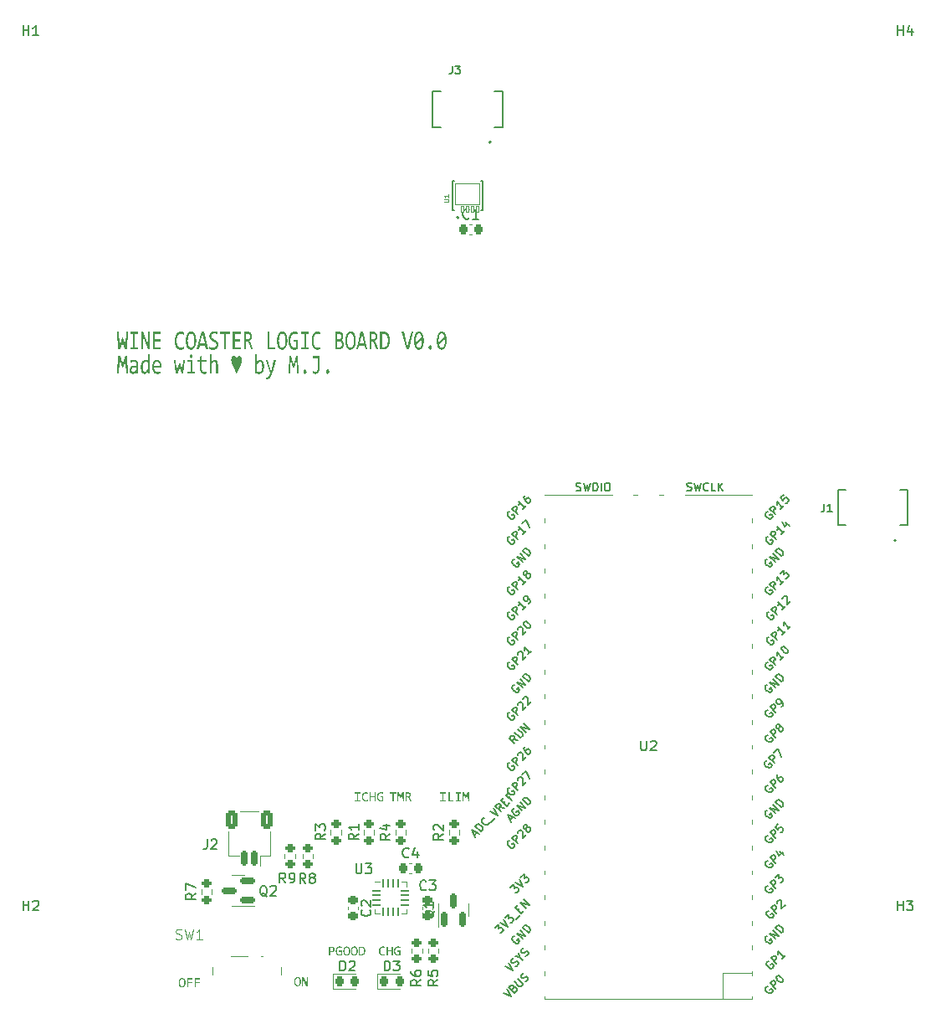
<source format=gbr>
%TF.GenerationSoftware,KiCad,Pcbnew,(7.0.0)*%
%TF.CreationDate,2023-12-08T15:04:05-05:00*%
%TF.ProjectId,Coaster,436f6173-7465-4722-9e6b-696361645f70,rev?*%
%TF.SameCoordinates,Original*%
%TF.FileFunction,Legend,Top*%
%TF.FilePolarity,Positive*%
%FSLAX46Y46*%
G04 Gerber Fmt 4.6, Leading zero omitted, Abs format (unit mm)*
G04 Created by KiCad (PCBNEW (7.0.0)) date 2023-12-08 15:04:05*
%MOMM*%
%LPD*%
G01*
G04 APERTURE LIST*
G04 Aperture macros list*
%AMRoundRect*
0 Rectangle with rounded corners*
0 $1 Rounding radius*
0 $2 $3 $4 $5 $6 $7 $8 $9 X,Y pos of 4 corners*
0 Add a 4 corners polygon primitive as box body*
4,1,4,$2,$3,$4,$5,$6,$7,$8,$9,$2,$3,0*
0 Add four circle primitives for the rounded corners*
1,1,$1+$1,$2,$3*
1,1,$1+$1,$4,$5*
1,1,$1+$1,$6,$7*
1,1,$1+$1,$8,$9*
0 Add four rect primitives between the rounded corners*
20,1,$1+$1,$2,$3,$4,$5,0*
20,1,$1+$1,$4,$5,$6,$7,0*
20,1,$1+$1,$6,$7,$8,$9,0*
20,1,$1+$1,$8,$9,$2,$3,0*%
G04 Aperture macros list end*
%ADD10C,0.100000*%
%ADD11C,0.150000*%
%ADD12C,0.120000*%
%ADD13C,0.200000*%
%ADD14C,0.127000*%
%ADD15C,0.010000*%
%ADD16RoundRect,0.200000X0.275000X-0.200000X0.275000X0.200000X-0.275000X0.200000X-0.275000X-0.200000X0*%
%ADD17RoundRect,0.200000X-0.275000X0.200000X-0.275000X-0.200000X0.275000X-0.200000X0.275000X0.200000X0*%
%ADD18RoundRect,0.150000X0.587500X0.150000X-0.587500X0.150000X-0.587500X-0.150000X0.587500X-0.150000X0*%
%ADD19RoundRect,0.150000X0.150000X-0.587500X0.150000X0.587500X-0.150000X0.587500X-0.150000X-0.587500X0*%
%ADD20O,0.400000X0.700000*%
%ADD21RoundRect,0.050000X0.150000X-0.300000X0.150000X0.300000X-0.150000X0.300000X-0.150000X-0.300000X0*%
%ADD22RoundRect,0.050000X-1.250000X-1.050000X1.250000X-1.050000X1.250000X1.050000X-1.250000X1.050000X0*%
%ADD23RoundRect,0.218750X-0.218750X-0.256250X0.218750X-0.256250X0.218750X0.256250X-0.218750X0.256250X0*%
%ADD24C,3.600000*%
%ADD25C,6.400000*%
%ADD26R,1.600000X1.600000*%
%ADD27RoundRect,0.062500X-0.062500X-0.375000X0.062500X-0.375000X0.062500X0.375000X-0.062500X0.375000X0*%
%ADD28RoundRect,0.062500X-0.375000X-0.062500X0.375000X-0.062500X0.375000X0.062500X-0.375000X0.062500X0*%
%ADD29RoundRect,0.250000X0.350000X0.650000X-0.350000X0.650000X-0.350000X-0.650000X0.350000X-0.650000X0*%
%ADD30RoundRect,0.150000X0.150000X0.625000X-0.150000X0.625000X-0.150000X-0.625000X0.150000X-0.625000X0*%
%ADD31RoundRect,0.225000X-0.225000X-0.250000X0.225000X-0.250000X0.225000X0.250000X-0.225000X0.250000X0*%
%ADD32RoundRect,0.225000X-0.250000X0.225000X-0.250000X-0.225000X0.250000X-0.225000X0.250000X0.225000X0*%
%ADD33R,1.700000X3.500000*%
%ADD34O,1.700000X1.700000*%
%ADD35R,1.700000X1.700000*%
%ADD36R,3.500000X1.700000*%
%ADD37O,1.800000X1.800000*%
%ADD38O,1.500000X1.500000*%
%ADD39C,0.900000*%
%ADD40R,1.200000X1.950000*%
G04 APERTURE END LIST*
D10*
G36*
X104253228Y-79530000D02*
G01*
X104074076Y-79530000D01*
X104047331Y-78411367D01*
X104035974Y-77989316D01*
X103972959Y-78235024D01*
X103774023Y-78936001D01*
X103647261Y-78936001D01*
X103457851Y-78261891D01*
X103394836Y-77989316D01*
X103390806Y-78430418D01*
X103366993Y-79530000D01*
X103194069Y-79530000D01*
X103260014Y-77748004D01*
X103477268Y-77748004D01*
X103658619Y-78411367D01*
X103717603Y-78635094D01*
X103774023Y-78411367D01*
X103964899Y-77748004D01*
X104188381Y-77748004D01*
X104253228Y-79530000D01*
G37*
G36*
X104900429Y-78123405D02*
G01*
X104917522Y-78124140D01*
X104934287Y-78125363D01*
X104950722Y-78127076D01*
X104966830Y-78129279D01*
X104982609Y-78131971D01*
X104998060Y-78135152D01*
X105013182Y-78138823D01*
X105027976Y-78142983D01*
X105042441Y-78147633D01*
X105051902Y-78151004D01*
X105070403Y-78158301D01*
X105088172Y-78166514D01*
X105105208Y-78175642D01*
X105121511Y-78185687D01*
X105137082Y-78196647D01*
X105151919Y-78208524D01*
X105166024Y-78221316D01*
X105179397Y-78235024D01*
X105192025Y-78249526D01*
X105203897Y-78264944D01*
X105215014Y-78281277D01*
X105225375Y-78298527D01*
X105234981Y-78316693D01*
X105243831Y-78335774D01*
X105251925Y-78355771D01*
X105259264Y-78376685D01*
X105265790Y-78398415D01*
X105271446Y-78421106D01*
X105276231Y-78444760D01*
X105280147Y-78469375D01*
X105283192Y-78494952D01*
X105284905Y-78514765D01*
X105286129Y-78535120D01*
X105286863Y-78556016D01*
X105287108Y-78577452D01*
X105287108Y-79530000D01*
X105126274Y-79530000D01*
X105122244Y-79345352D01*
X105111655Y-79359392D01*
X105101046Y-79372936D01*
X105085096Y-79392322D01*
X105069100Y-79410591D01*
X105053059Y-79427745D01*
X105036973Y-79443782D01*
X105020842Y-79458703D01*
X105004665Y-79472507D01*
X104988444Y-79485195D01*
X104972178Y-79496767D01*
X104955866Y-79507223D01*
X104950419Y-79510460D01*
X104934058Y-79519539D01*
X104917536Y-79527725D01*
X104900854Y-79535018D01*
X104884010Y-79541418D01*
X104867005Y-79546925D01*
X104849839Y-79551539D01*
X104832512Y-79555260D01*
X104815025Y-79558087D01*
X104797376Y-79560022D01*
X104779566Y-79561064D01*
X104767603Y-79561263D01*
X104751205Y-79560996D01*
X104735257Y-79560198D01*
X104719761Y-79558867D01*
X104704715Y-79557004D01*
X104690119Y-79554608D01*
X104671360Y-79550586D01*
X104653403Y-79545617D01*
X104636247Y-79539701D01*
X104619892Y-79532840D01*
X104615929Y-79530976D01*
X104600610Y-79523054D01*
X104585978Y-79514429D01*
X104572033Y-79505102D01*
X104558776Y-79495073D01*
X104546205Y-79484341D01*
X104534321Y-79472908D01*
X104520432Y-79457628D01*
X104512614Y-79447934D01*
X104500433Y-79430854D01*
X104489308Y-79412891D01*
X104479238Y-79394045D01*
X104470224Y-79374318D01*
X104462266Y-79353707D01*
X104455362Y-79332214D01*
X104452896Y-79323370D01*
X104447408Y-79300644D01*
X104442850Y-79277346D01*
X104439222Y-79253475D01*
X104436990Y-79233966D01*
X104435352Y-79214090D01*
X104434311Y-79193849D01*
X104433864Y-79173241D01*
X104433845Y-79168032D01*
X104434052Y-79156308D01*
X104623622Y-79156308D01*
X104624195Y-79175908D01*
X104626207Y-79197521D01*
X104629669Y-79218670D01*
X104632781Y-79232512D01*
X104638832Y-79252227D01*
X104646679Y-79270705D01*
X104656323Y-79287947D01*
X104662457Y-79296992D01*
X104673654Y-79310425D01*
X104686362Y-79322393D01*
X104700582Y-79332896D01*
X104714263Y-79340883D01*
X104716312Y-79341933D01*
X104731422Y-79348214D01*
X104747898Y-79352952D01*
X104763110Y-79355786D01*
X104779326Y-79357486D01*
X104796546Y-79358053D01*
X104812305Y-79357274D01*
X104828626Y-79354938D01*
X104845507Y-79351046D01*
X104862950Y-79345596D01*
X104880953Y-79338589D01*
X104899517Y-79330026D01*
X104913809Y-79322581D01*
X104928416Y-79314261D01*
X104938329Y-79308227D01*
X104953381Y-79298282D01*
X104968588Y-79287316D01*
X104983950Y-79275327D01*
X104999466Y-79262317D01*
X105015137Y-79248285D01*
X105030962Y-79233231D01*
X105046942Y-79217155D01*
X105063076Y-79200058D01*
X105079365Y-79181939D01*
X105095808Y-79162798D01*
X105106857Y-79149469D01*
X105106857Y-78904738D01*
X104878978Y-78904738D01*
X104862509Y-78905020D01*
X104846624Y-78905867D01*
X104831322Y-78907279D01*
X104816605Y-78909256D01*
X104799029Y-78912522D01*
X104782365Y-78916669D01*
X104766614Y-78921700D01*
X104763573Y-78922812D01*
X104748881Y-78928689D01*
X104735030Y-78935329D01*
X104719518Y-78944305D01*
X104705217Y-78954380D01*
X104692127Y-78965554D01*
X104684072Y-78973614D01*
X104671362Y-78988588D01*
X104660160Y-79004870D01*
X104650465Y-79022461D01*
X104642278Y-79041361D01*
X104638277Y-79052749D01*
X104632567Y-79073399D01*
X104628259Y-79095171D01*
X104625683Y-79114726D01*
X104624137Y-79135105D01*
X104623622Y-79156308D01*
X104434052Y-79156308D01*
X104434298Y-79142375D01*
X104435654Y-79117428D01*
X104437916Y-79093190D01*
X104441081Y-79069663D01*
X104445151Y-79046845D01*
X104450126Y-79024737D01*
X104456005Y-79003339D01*
X104462788Y-78982651D01*
X104470476Y-78962673D01*
X104479069Y-78943405D01*
X104488565Y-78924846D01*
X104498967Y-78906997D01*
X104510272Y-78889858D01*
X104522483Y-78873429D01*
X104535597Y-78857710D01*
X104549617Y-78842700D01*
X104564566Y-78828444D01*
X104580380Y-78815108D01*
X104597058Y-78802692D01*
X104614600Y-78791195D01*
X104633007Y-78780619D01*
X104652279Y-78770961D01*
X104672414Y-78762224D01*
X104693415Y-78754406D01*
X104715279Y-78747508D01*
X104738008Y-78741530D01*
X104761601Y-78736472D01*
X104786059Y-78732333D01*
X104811381Y-78729114D01*
X104837567Y-78726815D01*
X104864618Y-78725435D01*
X104892534Y-78724975D01*
X105106857Y-78724975D01*
X105106857Y-78601388D01*
X105106338Y-78578383D01*
X105104783Y-78556262D01*
X105102191Y-78535026D01*
X105098562Y-78514674D01*
X105093896Y-78495207D01*
X105088194Y-78476624D01*
X105081454Y-78458925D01*
X105073678Y-78442111D01*
X105064865Y-78426182D01*
X105055015Y-78411136D01*
X105047872Y-78401598D01*
X105036337Y-78388154D01*
X105023713Y-78376032D01*
X105010002Y-78365233D01*
X104995201Y-78355756D01*
X104979313Y-78347602D01*
X104962336Y-78340770D01*
X104944271Y-78335260D01*
X104925117Y-78331072D01*
X104904875Y-78328207D01*
X104883545Y-78326665D01*
X104868720Y-78326371D01*
X104852325Y-78326585D01*
X104835975Y-78327229D01*
X104819670Y-78328303D01*
X104803410Y-78329805D01*
X104787195Y-78331737D01*
X104771025Y-78334099D01*
X104754900Y-78336889D01*
X104738821Y-78340109D01*
X104722786Y-78343759D01*
X104706797Y-78347837D01*
X104696162Y-78350795D01*
X104680174Y-78355555D01*
X104664083Y-78360675D01*
X104647888Y-78366157D01*
X104631591Y-78371998D01*
X104615190Y-78378201D01*
X104598686Y-78384764D01*
X104582080Y-78391688D01*
X104565370Y-78398972D01*
X104548558Y-78406617D01*
X104531642Y-78414623D01*
X104520307Y-78420160D01*
X104520307Y-78201318D01*
X104535582Y-78194930D01*
X104551593Y-78188589D01*
X104565903Y-78183191D01*
X104580753Y-78177827D01*
X104596145Y-78172498D01*
X104611961Y-78167306D01*
X104628087Y-78162354D01*
X104644522Y-78157643D01*
X104661266Y-78153172D01*
X104678319Y-78148942D01*
X104684072Y-78147585D01*
X104698711Y-78144193D01*
X104713546Y-78141040D01*
X104728578Y-78138125D01*
X104743807Y-78135449D01*
X104759232Y-78133012D01*
X104774855Y-78130812D01*
X104781159Y-78130000D01*
X104796976Y-78128029D01*
X104812829Y-78126393D01*
X104828718Y-78125091D01*
X104844643Y-78124122D01*
X104860603Y-78123488D01*
X104876600Y-78123187D01*
X104883008Y-78123161D01*
X104900429Y-78123405D01*
G37*
G36*
X106440423Y-79530000D02*
G01*
X106279589Y-79530000D01*
X106273360Y-79272079D01*
X106263924Y-79290220D01*
X106254390Y-79307761D01*
X106244758Y-79324704D01*
X106235030Y-79341047D01*
X106225204Y-79356791D01*
X106215280Y-79371936D01*
X106205260Y-79386482D01*
X106190046Y-79407177D01*
X106174614Y-79426524D01*
X106158963Y-79444524D01*
X106143092Y-79461175D01*
X106127003Y-79476477D01*
X106110695Y-79490432D01*
X106094148Y-79503090D01*
X106077344Y-79514503D01*
X106060282Y-79524671D01*
X106042963Y-79533594D01*
X106025386Y-79541272D01*
X106007552Y-79547705D01*
X105989460Y-79552893D01*
X105971110Y-79556836D01*
X105952503Y-79559533D01*
X105933638Y-79560986D01*
X105920918Y-79561263D01*
X105904481Y-79560825D01*
X105888418Y-79559511D01*
X105872728Y-79557321D01*
X105857411Y-79554256D01*
X105842468Y-79550315D01*
X105827899Y-79545497D01*
X105813703Y-79539805D01*
X105799880Y-79533236D01*
X105782032Y-79523115D01*
X105764847Y-79511437D01*
X105748343Y-79498225D01*
X105732538Y-79483746D01*
X105717431Y-79468000D01*
X105703023Y-79450987D01*
X105689313Y-79432707D01*
X105679489Y-79418165D01*
X105670057Y-79402911D01*
X105661019Y-79386944D01*
X105652373Y-79370265D01*
X105644186Y-79352815D01*
X105636385Y-79334722D01*
X105628970Y-79315984D01*
X105621942Y-79296603D01*
X105615300Y-79276577D01*
X105609045Y-79255908D01*
X105603176Y-79234594D01*
X105597693Y-79212636D01*
X105592597Y-79190035D01*
X105587887Y-79166789D01*
X105584962Y-79150935D01*
X105580968Y-79126693D01*
X105577367Y-79101962D01*
X105574159Y-79076742D01*
X105571344Y-79051032D01*
X105568921Y-79024832D01*
X105566891Y-78998144D01*
X105565255Y-78970965D01*
X105564011Y-78943298D01*
X105563159Y-78915141D01*
X105562701Y-78886494D01*
X105562614Y-78867124D01*
X105562713Y-78851493D01*
X105745796Y-78851493D01*
X105746011Y-78882920D01*
X105746655Y-78913332D01*
X105747728Y-78942729D01*
X105749231Y-78971111D01*
X105751163Y-78998477D01*
X105753524Y-79024829D01*
X105756315Y-79050165D01*
X105759535Y-79074487D01*
X105763184Y-79097793D01*
X105767263Y-79120084D01*
X105771771Y-79141360D01*
X105776708Y-79161620D01*
X105782075Y-79180866D01*
X105787871Y-79199096D01*
X105797370Y-79224539D01*
X105800751Y-79232512D01*
X105811526Y-79254947D01*
X105823106Y-79275176D01*
X105835491Y-79293198D01*
X105848681Y-79309013D01*
X105862676Y-79322622D01*
X105877477Y-79334023D01*
X105893082Y-79343218D01*
X105909492Y-79350206D01*
X105926707Y-79354988D01*
X105944727Y-79357562D01*
X105957188Y-79358053D01*
X105974258Y-79356763D01*
X105991581Y-79352893D01*
X106009155Y-79346443D01*
X106026980Y-79337414D01*
X106040515Y-79328949D01*
X106054192Y-79319033D01*
X106068010Y-79307666D01*
X106081969Y-79294847D01*
X106096071Y-79280577D01*
X106100803Y-79275498D01*
X106115090Y-79259228D01*
X106129512Y-79241558D01*
X106144070Y-79222489D01*
X106158763Y-79202020D01*
X106173591Y-79180151D01*
X106183551Y-79164794D01*
X106193572Y-79148815D01*
X106203653Y-79132214D01*
X106213794Y-79114991D01*
X106223995Y-79097146D01*
X106234256Y-79078679D01*
X106244577Y-79059590D01*
X106254958Y-79039879D01*
X106260171Y-79029790D01*
X106260171Y-78376196D01*
X106246086Y-78367676D01*
X106231535Y-78359824D01*
X106216519Y-78352640D01*
X106201038Y-78346124D01*
X106185092Y-78340275D01*
X106168680Y-78335095D01*
X106161986Y-78333210D01*
X106145297Y-78328988D01*
X106128662Y-78325482D01*
X106112081Y-78322691D01*
X106095554Y-78320616D01*
X106079080Y-78319256D01*
X106062660Y-78318612D01*
X106056106Y-78318555D01*
X106038040Y-78319059D01*
X106020478Y-78320570D01*
X106003419Y-78323089D01*
X105986864Y-78326615D01*
X105970812Y-78331149D01*
X105955265Y-78336690D01*
X105940221Y-78343239D01*
X105925681Y-78350795D01*
X105911644Y-78359359D01*
X105898112Y-78368930D01*
X105885083Y-78379509D01*
X105872558Y-78391095D01*
X105860537Y-78403689D01*
X105849019Y-78417290D01*
X105838005Y-78431899D01*
X105827495Y-78447515D01*
X105817602Y-78464206D01*
X105808347Y-78482037D01*
X105799730Y-78501010D01*
X105791752Y-78521124D01*
X105784412Y-78542379D01*
X105777710Y-78564775D01*
X105771646Y-78588312D01*
X105766221Y-78612990D01*
X105761434Y-78638809D01*
X105757285Y-78665769D01*
X105753774Y-78693870D01*
X105750902Y-78723113D01*
X105748668Y-78753496D01*
X105747072Y-78785021D01*
X105746115Y-78817686D01*
X105745796Y-78851493D01*
X105562713Y-78851493D01*
X105562754Y-78845053D01*
X105563175Y-78823290D01*
X105563876Y-78801837D01*
X105564858Y-78780693D01*
X105566120Y-78759858D01*
X105567663Y-78739332D01*
X105569486Y-78719115D01*
X105571590Y-78699207D01*
X105573974Y-78679609D01*
X105576639Y-78660319D01*
X105581162Y-78631965D01*
X105586316Y-78604306D01*
X105592101Y-78577342D01*
X105598517Y-78551074D01*
X105605517Y-78525444D01*
X105613050Y-78500579D01*
X105621119Y-78476478D01*
X105629721Y-78453140D01*
X105638859Y-78430568D01*
X105648530Y-78408759D01*
X105658737Y-78387714D01*
X105669478Y-78367434D01*
X105680753Y-78347918D01*
X105692563Y-78329166D01*
X105700733Y-78317090D01*
X105713467Y-78299633D01*
X105726665Y-78282983D01*
X105740326Y-78267141D01*
X105754451Y-78252106D01*
X105769040Y-78237878D01*
X105784092Y-78224457D01*
X105799609Y-78211843D01*
X105815588Y-78200036D01*
X105832032Y-78189037D01*
X105848939Y-78178844D01*
X105860468Y-78172498D01*
X105878171Y-78163681D01*
X105896249Y-78155731D01*
X105914699Y-78148648D01*
X105933523Y-78142433D01*
X105952721Y-78137085D01*
X105972292Y-78132604D01*
X105992237Y-78128991D01*
X106012555Y-78126244D01*
X106033247Y-78124365D01*
X106054312Y-78123353D01*
X106068563Y-78123161D01*
X106083974Y-78123363D01*
X106099296Y-78123972D01*
X106114528Y-78124985D01*
X106129671Y-78126405D01*
X106144725Y-78128229D01*
X106159689Y-78130459D01*
X106165649Y-78131465D01*
X106180612Y-78134299D01*
X106195502Y-78137609D01*
X106210321Y-78141397D01*
X106225069Y-78145662D01*
X106239745Y-78150403D01*
X106254350Y-78155622D01*
X106260171Y-78157843D01*
X106260171Y-77591688D01*
X106440423Y-77591688D01*
X106440423Y-79530000D01*
G37*
G36*
X107214083Y-78123556D02*
G01*
X107233700Y-78124741D01*
X107252886Y-78126716D01*
X107271640Y-78129480D01*
X107289963Y-78133035D01*
X107307854Y-78137380D01*
X107325314Y-78142515D01*
X107342343Y-78148440D01*
X107358940Y-78155155D01*
X107375105Y-78162659D01*
X107385642Y-78168101D01*
X107401073Y-78176767D01*
X107416039Y-78186093D01*
X107430542Y-78196081D01*
X107444581Y-78206730D01*
X107458157Y-78218040D01*
X107471269Y-78230011D01*
X107483917Y-78242644D01*
X107496101Y-78255937D01*
X107507822Y-78269892D01*
X107519079Y-78284508D01*
X107526326Y-78294619D01*
X107536798Y-78310320D01*
X107546780Y-78326647D01*
X107556272Y-78343602D01*
X107565275Y-78361183D01*
X107573789Y-78379391D01*
X107581813Y-78398226D01*
X107589348Y-78417688D01*
X107596393Y-78437776D01*
X107602949Y-78458491D01*
X107609016Y-78479833D01*
X107612788Y-78494410D01*
X107618026Y-78516636D01*
X107622749Y-78539352D01*
X107626956Y-78562558D01*
X107630648Y-78586253D01*
X107633826Y-78610437D01*
X107636487Y-78635111D01*
X107638634Y-78660274D01*
X107640266Y-78685927D01*
X107641382Y-78712069D01*
X107641983Y-78738700D01*
X107642097Y-78756727D01*
X107642045Y-78777968D01*
X107641887Y-78797666D01*
X107641578Y-78818289D01*
X107641066Y-78839082D01*
X107640998Y-78841235D01*
X107640240Y-78861919D01*
X107639338Y-78881840D01*
X107638181Y-78902872D01*
X107638067Y-78904738D01*
X106911567Y-78904738D01*
X106911913Y-78931696D01*
X106912952Y-78957861D01*
X106914684Y-78983231D01*
X106917108Y-79007808D01*
X106920225Y-79031591D01*
X106924035Y-79054581D01*
X106928537Y-79076776D01*
X106933732Y-79098178D01*
X106939620Y-79118786D01*
X106946200Y-79138600D01*
X106953473Y-79157621D01*
X106961438Y-79175847D01*
X106970097Y-79193280D01*
X106979447Y-79209919D01*
X106989491Y-79225765D01*
X107000227Y-79240816D01*
X107011615Y-79255013D01*
X107023612Y-79268293D01*
X107036218Y-79280658D01*
X107049434Y-79292107D01*
X107063260Y-79302640D01*
X107077696Y-79312257D01*
X107092741Y-79320958D01*
X107108396Y-79328743D01*
X107124661Y-79335613D01*
X107141535Y-79341566D01*
X107159019Y-79346604D01*
X107177112Y-79350725D01*
X107195816Y-79353931D01*
X107215128Y-79356221D01*
X107235051Y-79357595D01*
X107255583Y-79358053D01*
X107272619Y-79357881D01*
X107289655Y-79357366D01*
X107306691Y-79356507D01*
X107323727Y-79355305D01*
X107340763Y-79353759D01*
X107346441Y-79353168D01*
X107363361Y-79351032D01*
X107380050Y-79348657D01*
X107396506Y-79346041D01*
X107412730Y-79343184D01*
X107428723Y-79340087D01*
X107434002Y-79339002D01*
X107449673Y-79335636D01*
X107465086Y-79332132D01*
X107480242Y-79328492D01*
X107495140Y-79324713D01*
X107509780Y-79320798D01*
X107514603Y-79319462D01*
X107528960Y-79315346D01*
X107545188Y-79310327D01*
X107560856Y-79305075D01*
X107575963Y-79299588D01*
X107586410Y-79295526D01*
X107586410Y-79490921D01*
X107567794Y-79498553D01*
X107553442Y-79504037D01*
X107538754Y-79509315D01*
X107523732Y-79514387D01*
X107508374Y-79519253D01*
X107492682Y-79523913D01*
X107476655Y-79528366D01*
X107460293Y-79532614D01*
X107443597Y-79536655D01*
X107426565Y-79540490D01*
X107420813Y-79541723D01*
X107403510Y-79545215D01*
X107386085Y-79548364D01*
X107368537Y-79551168D01*
X107350866Y-79553630D01*
X107333074Y-79555748D01*
X107315159Y-79557523D01*
X107297121Y-79558954D01*
X107278962Y-79560041D01*
X107260680Y-79560786D01*
X107242275Y-79561186D01*
X107229938Y-79561263D01*
X107213458Y-79561074D01*
X107197268Y-79560507D01*
X107181367Y-79559562D01*
X107165755Y-79558240D01*
X107150432Y-79556540D01*
X107135398Y-79554462D01*
X107120654Y-79552006D01*
X107099079Y-79547614D01*
X107078154Y-79542372D01*
X107057880Y-79536280D01*
X107038256Y-79529337D01*
X107019283Y-79521545D01*
X107000960Y-79512903D01*
X106983330Y-79503453D01*
X106966300Y-79493239D01*
X106949868Y-79482261D01*
X106934035Y-79470519D01*
X106918802Y-79458012D01*
X106904167Y-79444742D01*
X106890131Y-79430707D01*
X106876694Y-79415908D01*
X106863856Y-79400344D01*
X106851616Y-79384017D01*
X106843790Y-79372707D01*
X106832598Y-79355036D01*
X106821967Y-79336643D01*
X106811896Y-79317529D01*
X106802385Y-79297694D01*
X106793434Y-79277138D01*
X106785044Y-79255860D01*
X106777214Y-79233861D01*
X106769944Y-79211140D01*
X106763235Y-79187699D01*
X106757086Y-79163536D01*
X106753298Y-79147027D01*
X106748060Y-79121713D01*
X106743337Y-79095782D01*
X106739130Y-79069232D01*
X106735437Y-79042063D01*
X106732260Y-79014277D01*
X106729598Y-78985872D01*
X106727452Y-78956849D01*
X106726307Y-78937157D01*
X106725391Y-78917190D01*
X106724704Y-78896949D01*
X106724246Y-78876432D01*
X106724017Y-78855641D01*
X106723989Y-78845143D01*
X106724265Y-78817807D01*
X106725096Y-78790755D01*
X106726481Y-78763986D01*
X106728419Y-78737500D01*
X106730354Y-78717159D01*
X106911567Y-78717159D01*
X107455618Y-78717159D01*
X107456047Y-78694933D01*
X107455870Y-78673196D01*
X107455086Y-78651946D01*
X107453695Y-78631186D01*
X107451697Y-78610914D01*
X107449092Y-78591130D01*
X107445881Y-78571835D01*
X107442062Y-78553028D01*
X107436472Y-78530197D01*
X107430005Y-78508416D01*
X107422662Y-78487684D01*
X107414442Y-78468001D01*
X107405346Y-78449368D01*
X107395373Y-78431784D01*
X107391138Y-78425045D01*
X107379956Y-78408826D01*
X107367932Y-78393751D01*
X107355069Y-78379822D01*
X107341364Y-78367037D01*
X107326818Y-78355397D01*
X107311432Y-78344903D01*
X107305042Y-78341025D01*
X107288602Y-78332300D01*
X107271340Y-78325054D01*
X107256937Y-78320322D01*
X107242008Y-78316536D01*
X107226552Y-78313697D01*
X107210569Y-78311804D01*
X107194060Y-78310858D01*
X107185607Y-78310739D01*
X107167531Y-78311467D01*
X107149937Y-78313649D01*
X107132826Y-78317287D01*
X107116199Y-78322379D01*
X107100054Y-78328926D01*
X107084392Y-78336929D01*
X107078263Y-78340537D01*
X107063472Y-78350292D01*
X107049326Y-78361240D01*
X107035823Y-78373381D01*
X107022965Y-78386714D01*
X107010750Y-78401240D01*
X106999180Y-78416958D01*
X106994732Y-78423579D01*
X106984177Y-78440755D01*
X106974267Y-78459004D01*
X106965000Y-78478327D01*
X106956378Y-78498722D01*
X106948400Y-78520191D01*
X106942480Y-78538139D01*
X106938312Y-78552051D01*
X106933165Y-78571087D01*
X106928534Y-78590580D01*
X106924418Y-78610532D01*
X106920818Y-78630942D01*
X106917732Y-78651809D01*
X106915162Y-78673135D01*
X106913107Y-78694918D01*
X106911567Y-78717159D01*
X106730354Y-78717159D01*
X106730912Y-78711298D01*
X106733958Y-78685379D01*
X106737558Y-78659744D01*
X106741711Y-78634392D01*
X106746419Y-78609323D01*
X106751681Y-78584537D01*
X106755496Y-78568171D01*
X106761655Y-78543908D01*
X106768316Y-78520212D01*
X106775479Y-78497082D01*
X106783145Y-78474519D01*
X106791313Y-78452523D01*
X106799983Y-78431094D01*
X106809156Y-78410231D01*
X106818831Y-78389935D01*
X106829008Y-78370206D01*
X106839688Y-78351043D01*
X106847087Y-78338583D01*
X106858660Y-78320351D01*
X106870709Y-78302839D01*
X106883235Y-78286050D01*
X106896237Y-78269981D01*
X106909716Y-78254634D01*
X106923671Y-78240008D01*
X106938103Y-78226103D01*
X106953012Y-78212920D01*
X106968397Y-78200458D01*
X106984259Y-78188717D01*
X106995098Y-78181290D01*
X107011725Y-78170902D01*
X107028771Y-78161535D01*
X107046235Y-78153191D01*
X107064118Y-78145868D01*
X107082419Y-78139566D01*
X107101139Y-78134287D01*
X107120278Y-78130030D01*
X107139835Y-78126794D01*
X107159811Y-78124580D01*
X107180205Y-78123388D01*
X107194034Y-78123161D01*
X107214083Y-78123556D01*
G37*
G36*
X110033357Y-78154424D02*
G01*
X109882781Y-79530000D01*
X109665527Y-79530000D01*
X109516051Y-78955540D01*
X109486009Y-78815833D01*
X109451937Y-78963356D01*
X109308688Y-79530000D01*
X109097663Y-79530000D01*
X108948186Y-78154424D01*
X109123308Y-78154424D01*
X109209770Y-79089385D01*
X109228455Y-79297480D01*
X109272785Y-79115275D01*
X109423360Y-78498318D01*
X109551954Y-78498318D01*
X109713887Y-79106971D01*
X109760049Y-79289176D01*
X109775803Y-79096224D01*
X109856037Y-78154424D01*
X110033357Y-78154424D01*
G37*
G36*
X110580705Y-78349818D02*
G01*
X110274791Y-78349818D01*
X110274791Y-78154424D01*
X110762056Y-78154424D01*
X110762056Y-79326789D01*
X111070168Y-79326789D01*
X111070168Y-79530000D01*
X110240719Y-79530000D01*
X110240719Y-79326789D01*
X110580705Y-79326789D01*
X110580705Y-78349818D01*
G37*
G36*
X110643353Y-77591688D02*
G01*
X110658100Y-77592604D01*
X110674032Y-77595824D01*
X110689269Y-77601363D01*
X110699041Y-77606343D01*
X110713122Y-77615239D01*
X110726102Y-77625989D01*
X110737980Y-77638594D01*
X110744104Y-77646399D01*
X110754153Y-77661580D01*
X110762870Y-77677998D01*
X110770253Y-77695652D01*
X110773779Y-77705994D01*
X110779092Y-77725417D01*
X110782666Y-77745767D01*
X110784502Y-77767045D01*
X110784770Y-77779267D01*
X110783901Y-77800429D01*
X110781292Y-77821049D01*
X110776945Y-77841129D01*
X110773779Y-77852051D01*
X110767136Y-77870628D01*
X110759160Y-77887892D01*
X110749851Y-77903842D01*
X110744104Y-77912135D01*
X110732837Y-77925809D01*
X110720469Y-77937706D01*
X110707000Y-77947825D01*
X110699041Y-77952679D01*
X110684268Y-77959527D01*
X110668799Y-77964134D01*
X110652634Y-77966499D01*
X110643353Y-77966845D01*
X110626951Y-77965725D01*
X110611128Y-77962363D01*
X110595884Y-77956760D01*
X110587666Y-77952679D01*
X110573762Y-77943547D01*
X110560901Y-77932638D01*
X110549084Y-77919951D01*
X110542970Y-77912135D01*
X110532891Y-77896915D01*
X110524088Y-77880381D01*
X110516559Y-77862534D01*
X110512928Y-77852051D01*
X110507792Y-77832272D01*
X110504337Y-77811951D01*
X110502563Y-77791090D01*
X110502303Y-77779267D01*
X110503144Y-77757474D01*
X110505665Y-77736608D01*
X110509867Y-77716670D01*
X110512928Y-77705994D01*
X110519748Y-77687653D01*
X110527843Y-77670548D01*
X110537213Y-77654680D01*
X110542970Y-77646399D01*
X110554207Y-77632763D01*
X110566489Y-77620982D01*
X110579813Y-77611056D01*
X110587666Y-77606343D01*
X110602588Y-77599259D01*
X110618089Y-77594493D01*
X110634169Y-77592046D01*
X110643353Y-77591688D01*
G37*
G36*
X112215056Y-79530000D02*
G01*
X112199789Y-79534007D01*
X112184396Y-79537724D01*
X112168877Y-79541151D01*
X112153232Y-79544288D01*
X112137461Y-79547135D01*
X112121565Y-79549692D01*
X112105542Y-79551958D01*
X112089393Y-79553935D01*
X112073147Y-79555653D01*
X112056833Y-79557141D01*
X112040449Y-79558400D01*
X112023997Y-79559431D01*
X112007477Y-79560232D01*
X111990887Y-79560805D01*
X111974229Y-79561148D01*
X111957502Y-79561263D01*
X111933570Y-79560803D01*
X111910407Y-79559423D01*
X111888015Y-79557124D01*
X111866392Y-79553905D01*
X111845539Y-79549766D01*
X111825456Y-79544707D01*
X111806144Y-79538729D01*
X111787601Y-79531831D01*
X111769828Y-79524014D01*
X111752825Y-79515276D01*
X111736592Y-79505619D01*
X111721128Y-79495042D01*
X111706435Y-79483546D01*
X111692512Y-79471129D01*
X111679359Y-79457793D01*
X111666975Y-79443538D01*
X111655396Y-79428269D01*
X111644564Y-79412015D01*
X111634479Y-79394777D01*
X111625141Y-79376554D01*
X111616550Y-79357347D01*
X111608706Y-79337155D01*
X111601609Y-79315978D01*
X111595259Y-79293817D01*
X111589657Y-79270671D01*
X111584801Y-79246540D01*
X111580692Y-79221425D01*
X111577331Y-79195326D01*
X111574716Y-79168241D01*
X111572848Y-79140173D01*
X111571728Y-79111119D01*
X111571354Y-79081081D01*
X111571354Y-78357634D01*
X111281560Y-78357634D01*
X111281560Y-78154424D01*
X111571354Y-78154424D01*
X111571354Y-77778290D01*
X111750506Y-77716741D01*
X111750506Y-78154424D01*
X112215056Y-78154424D01*
X112215056Y-78357634D01*
X111750506Y-78357634D01*
X111750506Y-79061542D01*
X111751025Y-79088816D01*
X111752580Y-79114768D01*
X111755172Y-79139397D01*
X111758801Y-79162704D01*
X111763467Y-79184689D01*
X111769169Y-79205351D01*
X111775909Y-79224691D01*
X111783685Y-79242709D01*
X111792498Y-79259404D01*
X111802348Y-79274777D01*
X111809491Y-79284291D01*
X111821112Y-79297473D01*
X111833718Y-79309359D01*
X111847310Y-79319947D01*
X111861887Y-79329240D01*
X111877449Y-79337235D01*
X111893997Y-79343934D01*
X111911529Y-79349337D01*
X111930048Y-79353442D01*
X111949551Y-79356252D01*
X111970040Y-79357764D01*
X111984247Y-79358053D01*
X111999926Y-79357874D01*
X112016053Y-79357337D01*
X112032627Y-79356443D01*
X112049648Y-79355190D01*
X112067117Y-79353580D01*
X112085033Y-79351613D01*
X112092324Y-79350725D01*
X112107145Y-79348642D01*
X112122114Y-79346298D01*
X112137232Y-79343696D01*
X112152500Y-79340833D01*
X112167915Y-79337712D01*
X112183480Y-79334330D01*
X112199194Y-79330690D01*
X112215056Y-79326789D01*
X112215056Y-79530000D01*
G37*
G36*
X113366539Y-79530000D02*
G01*
X113187021Y-79530000D01*
X113187021Y-78645352D01*
X113186846Y-78625641D01*
X113185929Y-78597262D01*
X113184227Y-78570308D01*
X113181739Y-78544780D01*
X113178465Y-78520677D01*
X113174406Y-78498000D01*
X113169561Y-78476748D01*
X113163930Y-78456921D01*
X113157514Y-78438520D01*
X113147737Y-78416203D01*
X113142324Y-78405994D01*
X113130543Y-78387332D01*
X113117549Y-78371159D01*
X113103341Y-78357474D01*
X113087919Y-78346277D01*
X113071284Y-78337568D01*
X113053435Y-78331347D01*
X113034373Y-78327615D01*
X113019279Y-78326449D01*
X113014097Y-78326371D01*
X112998456Y-78327002D01*
X112983272Y-78328895D01*
X112968543Y-78332051D01*
X112952269Y-78337203D01*
X112946319Y-78339560D01*
X112930566Y-78347345D01*
X112916481Y-78356111D01*
X112902115Y-78366699D01*
X112889579Y-78377227D01*
X112881106Y-78384989D01*
X112868111Y-78397903D01*
X112854677Y-78412466D01*
X112843147Y-78425862D01*
X112831314Y-78440402D01*
X112819176Y-78456087D01*
X112806735Y-78472916D01*
X112796551Y-78487144D01*
X112785966Y-78502226D01*
X112774981Y-78518162D01*
X112763595Y-78534954D01*
X112751808Y-78552601D01*
X112739621Y-78571102D01*
X112727033Y-78590458D01*
X112717329Y-78605537D01*
X112714044Y-78610669D01*
X112714044Y-79530000D01*
X112534892Y-79530000D01*
X112534892Y-77591688D01*
X112714044Y-77591688D01*
X112714044Y-78150027D01*
X112708183Y-78365450D01*
X112718693Y-78348933D01*
X112729157Y-78333087D01*
X112739575Y-78317914D01*
X112749948Y-78303412D01*
X112762850Y-78286229D01*
X112775679Y-78270096D01*
X112788438Y-78255012D01*
X112790981Y-78252121D01*
X112803689Y-78238048D01*
X112816397Y-78224834D01*
X112829106Y-78212479D01*
X112841814Y-78200983D01*
X112854522Y-78190345D01*
X112867230Y-78180565D01*
X112872314Y-78176894D01*
X112887615Y-78166670D01*
X112903020Y-78157614D01*
X112918527Y-78149726D01*
X112934138Y-78143005D01*
X112949851Y-78137453D01*
X112955112Y-78135861D01*
X112971152Y-78131545D01*
X112987398Y-78128122D01*
X113003850Y-78125592D01*
X113020508Y-78123954D01*
X113037372Y-78123210D01*
X113043039Y-78123161D01*
X113062047Y-78123653D01*
X113080512Y-78125130D01*
X113098432Y-78127591D01*
X113115809Y-78131038D01*
X113132641Y-78135468D01*
X113148930Y-78140884D01*
X113164675Y-78147283D01*
X113179877Y-78154668D01*
X113194534Y-78163037D01*
X113208648Y-78172391D01*
X113222217Y-78182729D01*
X113235243Y-78194052D01*
X113247725Y-78206360D01*
X113259664Y-78219652D01*
X113271058Y-78233929D01*
X113281909Y-78249190D01*
X113292157Y-78265440D01*
X113301744Y-78282682D01*
X113310670Y-78300916D01*
X113318935Y-78320143D01*
X113326538Y-78340361D01*
X113333480Y-78361572D01*
X113339762Y-78383775D01*
X113345382Y-78406971D01*
X113350340Y-78431159D01*
X113354638Y-78456338D01*
X113358274Y-78482511D01*
X113361250Y-78509675D01*
X113363564Y-78537832D01*
X113365217Y-78566980D01*
X113366209Y-78597122D01*
X113366539Y-78628255D01*
X113366539Y-79530000D01*
G37*
G36*
X115256612Y-78020090D02*
G01*
X115263658Y-78002682D01*
X115274542Y-77977694D01*
X115285807Y-77954053D01*
X115297452Y-77931761D01*
X115309476Y-77910816D01*
X115321881Y-77891220D01*
X115334665Y-77872972D01*
X115347830Y-77856072D01*
X115361374Y-77840520D01*
X115375298Y-77826316D01*
X115389603Y-77813461D01*
X115404126Y-77801763D01*
X115418707Y-77791216D01*
X115433346Y-77781819D01*
X115448043Y-77773573D01*
X115462799Y-77766477D01*
X115477612Y-77760533D01*
X115492483Y-77755738D01*
X115507412Y-77752095D01*
X115522399Y-77749602D01*
X115537443Y-77748259D01*
X115547506Y-77748004D01*
X115563110Y-77748636D01*
X115578554Y-77750532D01*
X115593836Y-77753692D01*
X115608957Y-77758117D01*
X115623918Y-77763806D01*
X115638717Y-77770758D01*
X115644592Y-77773893D01*
X115658969Y-77782580D01*
X115672792Y-77792460D01*
X115686060Y-77803532D01*
X115698774Y-77815796D01*
X115710933Y-77829254D01*
X115722538Y-77843903D01*
X115727024Y-77850097D01*
X115737781Y-77866240D01*
X115747840Y-77883528D01*
X115757201Y-77901961D01*
X115765864Y-77921538D01*
X115773830Y-77942261D01*
X115781099Y-77964128D01*
X115783811Y-77973196D01*
X115788791Y-77991842D01*
X115793107Y-78011145D01*
X115796759Y-78031104D01*
X115799747Y-78051720D01*
X115802072Y-78072992D01*
X115803732Y-78094920D01*
X115804728Y-78117505D01*
X115805060Y-78140746D01*
X115804675Y-78164701D01*
X115803521Y-78188631D01*
X115801598Y-78212538D01*
X115798906Y-78236421D01*
X115795444Y-78260280D01*
X115792121Y-78279350D01*
X115789306Y-78293642D01*
X115785219Y-78312754D01*
X115780651Y-78332233D01*
X115775602Y-78352077D01*
X115770072Y-78372288D01*
X115764061Y-78392866D01*
X115757570Y-78413810D01*
X115750597Y-78435120D01*
X115743144Y-78456796D01*
X115735210Y-78478931D01*
X115726795Y-78501615D01*
X115717899Y-78524849D01*
X115710912Y-78542634D01*
X115703654Y-78560729D01*
X115696126Y-78579133D01*
X115688327Y-78597847D01*
X115680258Y-78616869D01*
X115671918Y-78636200D01*
X115666208Y-78649260D01*
X115657486Y-78669109D01*
X115648493Y-78689457D01*
X115639230Y-78710302D01*
X115629697Y-78731646D01*
X115619893Y-78753488D01*
X115609819Y-78775827D01*
X115599474Y-78798665D01*
X115588859Y-78822001D01*
X115577973Y-78845834D01*
X115566817Y-78870166D01*
X115559229Y-78886664D01*
X115551524Y-78903400D01*
X115543705Y-78920392D01*
X115535771Y-78937640D01*
X115527722Y-78955143D01*
X115519559Y-78972903D01*
X115511281Y-78990917D01*
X115502889Y-79009188D01*
X115494383Y-79027714D01*
X115485762Y-79046496D01*
X115477026Y-79065534D01*
X115468176Y-79084827D01*
X115459212Y-79104376D01*
X115450133Y-79124180D01*
X115440939Y-79144241D01*
X115431631Y-79164557D01*
X115422209Y-79185129D01*
X115412675Y-79206004D01*
X115403032Y-79227230D01*
X115393281Y-79248807D01*
X115383420Y-79270736D01*
X115373451Y-79293015D01*
X115363373Y-79315646D01*
X115353187Y-79338628D01*
X115342891Y-79361960D01*
X115332487Y-79385644D01*
X115321974Y-79409679D01*
X115311352Y-79434065D01*
X115300622Y-79458803D01*
X115289783Y-79483891D01*
X115278835Y-79509330D01*
X115267778Y-79535121D01*
X115256612Y-79561263D01*
X115245360Y-79535121D01*
X115234224Y-79509330D01*
X115223206Y-79483891D01*
X115212305Y-79458803D01*
X115201522Y-79434065D01*
X115190856Y-79409679D01*
X115180307Y-79385644D01*
X115169876Y-79361960D01*
X115159562Y-79338628D01*
X115149365Y-79315646D01*
X115139286Y-79293015D01*
X115129324Y-79270736D01*
X115119479Y-79248807D01*
X115109752Y-79227230D01*
X115100142Y-79206004D01*
X115090649Y-79185129D01*
X115081316Y-79164557D01*
X115072091Y-79144241D01*
X115062975Y-79124180D01*
X115053967Y-79104376D01*
X115045069Y-79084827D01*
X115036279Y-79065534D01*
X115027598Y-79046496D01*
X115019025Y-79027714D01*
X115010562Y-79009188D01*
X115002207Y-78990917D01*
X114993961Y-78972903D01*
X114985823Y-78955143D01*
X114977795Y-78937640D01*
X114969875Y-78920392D01*
X114962064Y-78903400D01*
X114954362Y-78886664D01*
X114943022Y-78862000D01*
X114931946Y-78837834D01*
X114921135Y-78814167D01*
X114910587Y-78790997D01*
X114900303Y-78768325D01*
X114890284Y-78746152D01*
X114880528Y-78724476D01*
X114871037Y-78703299D01*
X114861809Y-78682619D01*
X114852846Y-78662437D01*
X114847017Y-78649260D01*
X114838562Y-78629722D01*
X114830372Y-78610494D01*
X114822445Y-78591575D01*
X114814783Y-78572964D01*
X114807384Y-78554663D01*
X114800250Y-78536671D01*
X114793379Y-78518989D01*
X114784630Y-78495892D01*
X114776349Y-78473346D01*
X114770447Y-78456796D01*
X114762988Y-78435105D01*
X114755999Y-78413749D01*
X114749478Y-78392728D01*
X114743428Y-78372044D01*
X114737846Y-78351696D01*
X114732734Y-78331683D01*
X114728092Y-78312006D01*
X114723919Y-78292665D01*
X114720312Y-78273515D01*
X114717187Y-78254411D01*
X114713956Y-78230595D01*
X114711477Y-78206850D01*
X114709749Y-78183177D01*
X114708772Y-78159576D01*
X114708531Y-78140746D01*
X114708863Y-78117505D01*
X114709860Y-78094920D01*
X114711520Y-78072992D01*
X114713844Y-78051720D01*
X114716832Y-78031104D01*
X114720484Y-78011145D01*
X114724800Y-77991842D01*
X114729781Y-77973196D01*
X114736770Y-77950870D01*
X114744457Y-77929690D01*
X114752841Y-77909654D01*
X114761923Y-77890764D01*
X114771703Y-77873018D01*
X114782181Y-77856417D01*
X114786567Y-77850097D01*
X114797950Y-77834970D01*
X114809887Y-77821036D01*
X114822379Y-77808294D01*
X114835425Y-77796745D01*
X114849026Y-77786389D01*
X114863182Y-77777225D01*
X114868999Y-77773893D01*
X114883734Y-77766435D01*
X114898630Y-77760241D01*
X114913687Y-77755310D01*
X114928905Y-77751644D01*
X114944284Y-77749243D01*
X114959824Y-77748105D01*
X114966086Y-77748004D01*
X114981169Y-77748579D01*
X114996195Y-77750305D01*
X115011162Y-77753181D01*
X115026072Y-77757209D01*
X115040924Y-77762386D01*
X115055717Y-77768715D01*
X115070453Y-77776194D01*
X115085131Y-77784823D01*
X115099751Y-77794604D01*
X115114313Y-77805534D01*
X115123989Y-77813461D01*
X115138290Y-77826316D01*
X115152204Y-77840520D01*
X115165733Y-77856072D01*
X115178874Y-77872972D01*
X115191630Y-77891220D01*
X115203999Y-77910816D01*
X115215982Y-77931761D01*
X115227578Y-77954053D01*
X115238788Y-77977694D01*
X115249611Y-78002682D01*
X115256612Y-78020090D01*
G37*
G36*
X117327303Y-78124626D02*
G01*
X117319243Y-78379127D01*
X117328948Y-78361866D01*
X117338735Y-78345254D01*
X117348605Y-78329290D01*
X117358559Y-78313975D01*
X117368595Y-78299309D01*
X117383805Y-78278527D01*
X117399202Y-78259204D01*
X117414786Y-78241341D01*
X117430556Y-78224937D01*
X117446514Y-78209994D01*
X117462658Y-78196510D01*
X117478988Y-78184486D01*
X117484474Y-78180802D01*
X117501138Y-78170501D01*
X117518022Y-78161213D01*
X117535124Y-78152938D01*
X117552446Y-78145677D01*
X117569986Y-78139429D01*
X117587745Y-78134194D01*
X117605724Y-78129972D01*
X117623921Y-78126763D01*
X117642337Y-78124568D01*
X117660972Y-78123386D01*
X117673517Y-78123161D01*
X117689951Y-78123603D01*
X117706005Y-78124930D01*
X117721679Y-78127141D01*
X117736973Y-78130236D01*
X117751887Y-78134216D01*
X117766421Y-78139080D01*
X117780575Y-78144829D01*
X117798856Y-78153870D01*
X117816461Y-78164483D01*
X117829222Y-78173475D01*
X117845640Y-78186580D01*
X117861371Y-78200983D01*
X117876415Y-78216683D01*
X117890771Y-78233681D01*
X117904441Y-78251976D01*
X117914243Y-78266549D01*
X117923658Y-78281852D01*
X117932687Y-78297884D01*
X117941330Y-78314647D01*
X117949648Y-78332018D01*
X117957567Y-78350058D01*
X117965087Y-78368769D01*
X117972207Y-78388149D01*
X117978929Y-78408199D01*
X117985251Y-78428918D01*
X117991173Y-78450308D01*
X117996697Y-78472367D01*
X118001821Y-78495096D01*
X118006545Y-78518494D01*
X118009474Y-78534466D01*
X118013533Y-78558816D01*
X118017193Y-78583690D01*
X118020454Y-78609088D01*
X118023315Y-78635010D01*
X118025777Y-78661455D01*
X118027840Y-78688425D01*
X118029504Y-78715918D01*
X118030768Y-78743934D01*
X118031634Y-78772475D01*
X118032099Y-78801539D01*
X118032188Y-78821207D01*
X118032049Y-78842801D01*
X118031633Y-78864110D01*
X118030939Y-78885132D01*
X118029967Y-78905867D01*
X118028718Y-78926317D01*
X118027191Y-78946480D01*
X118025386Y-78966358D01*
X118023304Y-78985949D01*
X118020944Y-79005253D01*
X118016883Y-79033674D01*
X118012198Y-79061450D01*
X118006889Y-79088583D01*
X118000954Y-79115071D01*
X117996651Y-79132372D01*
X117989723Y-79157653D01*
X117982268Y-79182203D01*
X117974285Y-79206024D01*
X117965773Y-79229115D01*
X117956734Y-79251476D01*
X117947166Y-79273108D01*
X117937070Y-79294009D01*
X117926446Y-79314180D01*
X117915294Y-79333622D01*
X117903614Y-79352334D01*
X117895534Y-79364403D01*
X117883056Y-79381872D01*
X117870075Y-79398561D01*
X117856592Y-79414467D01*
X117842606Y-79429593D01*
X117828118Y-79443937D01*
X117813128Y-79457499D01*
X117797636Y-79470281D01*
X117781641Y-79482281D01*
X117765144Y-79493499D01*
X117748144Y-79503936D01*
X117736532Y-79510460D01*
X117718737Y-79519539D01*
X117700524Y-79527725D01*
X117681892Y-79535018D01*
X117662841Y-79541418D01*
X117643372Y-79546925D01*
X117623484Y-79551539D01*
X117603178Y-79555260D01*
X117582453Y-79558087D01*
X117561309Y-79560022D01*
X117539747Y-79561064D01*
X117525140Y-79561263D01*
X117507928Y-79561057D01*
X117490639Y-79560438D01*
X117473272Y-79559408D01*
X117455828Y-79557965D01*
X117438307Y-79556111D01*
X117420709Y-79553844D01*
X117403033Y-79551165D01*
X117385280Y-79548073D01*
X117367450Y-79544570D01*
X117349543Y-79540655D01*
X117337561Y-79537815D01*
X117319649Y-79533178D01*
X117301768Y-79528061D01*
X117283919Y-79522462D01*
X117266103Y-79516383D01*
X117248319Y-79509823D01*
X117230567Y-79502782D01*
X117212848Y-79495260D01*
X117195160Y-79487257D01*
X117177505Y-79478773D01*
X117159882Y-79469809D01*
X117148151Y-79463565D01*
X117148151Y-79305785D01*
X117327303Y-79305785D01*
X117343834Y-79314199D01*
X117360455Y-79322042D01*
X117377165Y-79329312D01*
X117393964Y-79336010D01*
X117410853Y-79342135D01*
X117427832Y-79347687D01*
X117434648Y-79349748D01*
X117451582Y-79354392D01*
X117468265Y-79358249D01*
X117484697Y-79361319D01*
X117500880Y-79363601D01*
X117516812Y-79365097D01*
X117532493Y-79365805D01*
X117538695Y-79365868D01*
X117554083Y-79365456D01*
X117569287Y-79364220D01*
X117584308Y-79362159D01*
X117599146Y-79359274D01*
X117613800Y-79355564D01*
X117628271Y-79351031D01*
X117642560Y-79345672D01*
X117656665Y-79339490D01*
X117670472Y-79332338D01*
X117683867Y-79324072D01*
X117696850Y-79314692D01*
X117709421Y-79304197D01*
X117721580Y-79292588D01*
X117733326Y-79279864D01*
X117744661Y-79266026D01*
X117755583Y-79251074D01*
X117766024Y-79234939D01*
X117775916Y-79217552D01*
X117785259Y-79198913D01*
X117794051Y-79179023D01*
X117802295Y-79157880D01*
X117809988Y-79135486D01*
X117817132Y-79111840D01*
X117822130Y-79093285D01*
X117823727Y-79086943D01*
X117828244Y-79067275D01*
X117832318Y-79046740D01*
X117835947Y-79025338D01*
X117839131Y-79003068D01*
X117841872Y-78979932D01*
X117844167Y-78955928D01*
X117846019Y-78931056D01*
X117847426Y-78905318D01*
X117848389Y-78878712D01*
X117848907Y-78851239D01*
X117849006Y-78832442D01*
X117848900Y-78811993D01*
X117848581Y-78791861D01*
X117848050Y-78772048D01*
X117847011Y-78746124D01*
X117845594Y-78720764D01*
X117843799Y-78695970D01*
X117841627Y-78671740D01*
X117839077Y-78648075D01*
X117836916Y-78630697D01*
X117833762Y-78608151D01*
X117830161Y-78586428D01*
X117826114Y-78565530D01*
X117821620Y-78545457D01*
X117816680Y-78526207D01*
X117811293Y-78507782D01*
X117803932Y-78485910D01*
X117799180Y-78473405D01*
X117790808Y-78453653D01*
X117781721Y-78435309D01*
X117771918Y-78418372D01*
X117761399Y-78402842D01*
X117750165Y-78388719D01*
X117738215Y-78376004D01*
X117733235Y-78371311D01*
X117720371Y-78360616D01*
X117706738Y-78351734D01*
X117692336Y-78344664D01*
X117677164Y-78339407D01*
X117661223Y-78335963D01*
X117644513Y-78334332D01*
X117637614Y-78334187D01*
X117622655Y-78334888D01*
X117607591Y-78336991D01*
X117592421Y-78340498D01*
X117577147Y-78345406D01*
X117568371Y-78348841D01*
X117553004Y-78356187D01*
X117537356Y-78365404D01*
X117523720Y-78374792D01*
X117509879Y-78385554D01*
X117495831Y-78397690D01*
X117481663Y-78411285D01*
X117469620Y-78423795D01*
X117457363Y-78437379D01*
X117444890Y-78452036D01*
X117432204Y-78467766D01*
X117419302Y-78484570D01*
X117416696Y-78488060D01*
X117406163Y-78502531D01*
X117395447Y-78517857D01*
X117384548Y-78534038D01*
X117373465Y-78551074D01*
X117362199Y-78568965D01*
X117350751Y-78587711D01*
X117339118Y-78607311D01*
X117327303Y-78627766D01*
X117327303Y-79305785D01*
X117148151Y-79305785D01*
X117148151Y-77591688D01*
X117327303Y-77591688D01*
X117327303Y-78124626D01*
G37*
G36*
X119221773Y-78154424D02*
G01*
X118869330Y-79400062D01*
X118862493Y-79423609D01*
X118855626Y-79446743D01*
X118848731Y-79469465D01*
X118841807Y-79491775D01*
X118834855Y-79513673D01*
X118827874Y-79535159D01*
X118820864Y-79556233D01*
X118813826Y-79576894D01*
X118806759Y-79597143D01*
X118799664Y-79616980D01*
X118792540Y-79636405D01*
X118785387Y-79655418D01*
X118778206Y-79674019D01*
X118770996Y-79692207D01*
X118763757Y-79709984D01*
X118756490Y-79727348D01*
X118749166Y-79744313D01*
X118738018Y-79769038D01*
X118726677Y-79792896D01*
X118715143Y-79815887D01*
X118703416Y-79838011D01*
X118691496Y-79859267D01*
X118679382Y-79879656D01*
X118667075Y-79899178D01*
X118654575Y-79917832D01*
X118641882Y-79935620D01*
X118628995Y-79952540D01*
X118615962Y-79968705D01*
X118602690Y-79984047D01*
X118589180Y-79998564D01*
X118575432Y-80012257D01*
X118561445Y-80025126D01*
X118547220Y-80037170D01*
X118532757Y-80048390D01*
X118518056Y-80058785D01*
X118503116Y-80068357D01*
X118487938Y-80077103D01*
X118477687Y-80082477D01*
X118462060Y-80089897D01*
X118446092Y-80096588D01*
X118429783Y-80102548D01*
X118413133Y-80107779D01*
X118396141Y-80112280D01*
X118378807Y-80116051D01*
X118361133Y-80119092D01*
X118343117Y-80121403D01*
X118324760Y-80122984D01*
X118306061Y-80123836D01*
X118293406Y-80123998D01*
X118278591Y-80124153D01*
X118263149Y-80124687D01*
X118247403Y-80125715D01*
X118244679Y-80125952D01*
X118229343Y-80127526D01*
X118214573Y-80129358D01*
X118199017Y-80131572D01*
X118197418Y-80131814D01*
X118197418Y-79912972D01*
X118213511Y-79912972D01*
X118228967Y-79912972D01*
X118245210Y-79912972D01*
X118246878Y-79912972D01*
X118262182Y-79912972D01*
X118278009Y-79912972D01*
X118294356Y-79912972D01*
X118303664Y-79912972D01*
X118318950Y-79912471D01*
X118333896Y-79910969D01*
X118348503Y-79908464D01*
X118365581Y-79904137D01*
X118382171Y-79898366D01*
X118395621Y-79892456D01*
X118411528Y-79883869D01*
X118427100Y-79873497D01*
X118439821Y-79863488D01*
X118452309Y-79852240D01*
X118464565Y-79839751D01*
X118476588Y-79826022D01*
X118488414Y-79811005D01*
X118500080Y-79794652D01*
X118511584Y-79776963D01*
X118522927Y-79757939D01*
X118531886Y-79741758D01*
X118540742Y-79724722D01*
X118549494Y-79706831D01*
X118558253Y-79688040D01*
X118566943Y-79668302D01*
X118575564Y-79647618D01*
X118584116Y-79625987D01*
X118592599Y-79603410D01*
X118601014Y-79579886D01*
X118607281Y-79561622D01*
X118613508Y-79542826D01*
X118617638Y-79530000D01*
X118204746Y-78154424D01*
X118408811Y-78154424D01*
X118670395Y-79063984D01*
X118722785Y-79277941D01*
X118782502Y-79058611D01*
X119024669Y-78154424D01*
X119221773Y-78154424D01*
G37*
G36*
X121552949Y-79530000D02*
G01*
X121373797Y-79530000D01*
X121347052Y-78411367D01*
X121335695Y-77989316D01*
X121272680Y-78235024D01*
X121073744Y-78936001D01*
X120946982Y-78936001D01*
X120757572Y-78261891D01*
X120694557Y-77989316D01*
X120690527Y-78430418D01*
X120666714Y-79530000D01*
X120493790Y-79530000D01*
X120559735Y-77748004D01*
X120776989Y-77748004D01*
X120958340Y-78411367D01*
X121017324Y-78635094D01*
X121073744Y-78411367D01*
X121264620Y-77748004D01*
X121488102Y-77748004D01*
X121552949Y-79530000D01*
G37*
G36*
X122168441Y-79100132D02*
G01*
X122183635Y-79100997D01*
X122198444Y-79103592D01*
X122212867Y-79107916D01*
X122226904Y-79113970D01*
X122234753Y-79118206D01*
X122248134Y-79126768D01*
X122262439Y-79138156D01*
X122275691Y-79151253D01*
X122287890Y-79166060D01*
X122289341Y-79168032D01*
X122300423Y-79184579D01*
X122310224Y-79202470D01*
X122318742Y-79221704D01*
X122325143Y-79239636D01*
X122325977Y-79242281D01*
X122331259Y-79260965D01*
X122335244Y-79280255D01*
X122337931Y-79300154D01*
X122339321Y-79320660D01*
X122339533Y-79332651D01*
X122338884Y-79353101D01*
X122336938Y-79372990D01*
X122333695Y-79392317D01*
X122329154Y-79411084D01*
X122325977Y-79421556D01*
X122319716Y-79439230D01*
X122311359Y-79458228D01*
X122301719Y-79475943D01*
X122290796Y-79492376D01*
X122289341Y-79494340D01*
X122277274Y-79508934D01*
X122264153Y-79521939D01*
X122249980Y-79533358D01*
X122236714Y-79542047D01*
X122234753Y-79543189D01*
X122220936Y-79550231D01*
X122206733Y-79555544D01*
X122192145Y-79559127D01*
X122177170Y-79560980D01*
X122168441Y-79561263D01*
X122152961Y-79560398D01*
X122137937Y-79557803D01*
X122123368Y-79553479D01*
X122109256Y-79547425D01*
X122101396Y-79543189D01*
X122086467Y-79533358D01*
X122072453Y-79521939D01*
X122059356Y-79508934D01*
X122047174Y-79494340D01*
X122036229Y-79478067D01*
X122026475Y-79460512D01*
X122017911Y-79441675D01*
X122011394Y-79424141D01*
X122010538Y-79421556D01*
X122005399Y-79403110D01*
X122001522Y-79384103D01*
X121998907Y-79364535D01*
X121997555Y-79344405D01*
X121997349Y-79332651D01*
X121997980Y-79311798D01*
X121999873Y-79291552D01*
X122003029Y-79271914D01*
X122007447Y-79252883D01*
X122010538Y-79242281D01*
X122016924Y-79224203D01*
X122024222Y-79207152D01*
X122033679Y-79188926D01*
X122044326Y-79172043D01*
X122047174Y-79168032D01*
X122059356Y-79153011D01*
X122072453Y-79139699D01*
X122086467Y-79128098D01*
X122101396Y-79118206D01*
X122115248Y-79111164D01*
X122129556Y-79105851D01*
X122144320Y-79102268D01*
X122159539Y-79100414D01*
X122168441Y-79100132D01*
G37*
G36*
X123653681Y-77748004D02*
G01*
X123653681Y-78994131D01*
X123653453Y-79015730D01*
X123652767Y-79037116D01*
X123651624Y-79058286D01*
X123650024Y-79079242D01*
X123647966Y-79099983D01*
X123645451Y-79120509D01*
X123642479Y-79140821D01*
X123639050Y-79160918D01*
X123635163Y-79180800D01*
X123630819Y-79200468D01*
X123627670Y-79213461D01*
X123622623Y-79232646D01*
X123617099Y-79251368D01*
X123611099Y-79269626D01*
X123604623Y-79287421D01*
X123597670Y-79304751D01*
X123590240Y-79321618D01*
X123579593Y-79343387D01*
X123568098Y-79364330D01*
X123555756Y-79384450D01*
X123549268Y-79394200D01*
X123535747Y-79412885D01*
X123525050Y-79426257D01*
X123513876Y-79439080D01*
X123502226Y-79451353D01*
X123490100Y-79463077D01*
X123477497Y-79474251D01*
X123464417Y-79484876D01*
X123450861Y-79494951D01*
X123436828Y-79504476D01*
X123422319Y-79513452D01*
X123417377Y-79516322D01*
X123402291Y-79524353D01*
X123386709Y-79531595D01*
X123370632Y-79538046D01*
X123354058Y-79543708D01*
X123336989Y-79548579D01*
X123319424Y-79552661D01*
X123301363Y-79555952D01*
X123282806Y-79558454D01*
X123263754Y-79560165D01*
X123244205Y-79561087D01*
X123230897Y-79561263D01*
X123215858Y-79561005D01*
X123200689Y-79560232D01*
X123185392Y-79558944D01*
X123169966Y-79557141D01*
X123154411Y-79554823D01*
X123149198Y-79553935D01*
X123133639Y-79551182D01*
X123118286Y-79548051D01*
X123103139Y-79544541D01*
X123088198Y-79540655D01*
X123073464Y-79536390D01*
X123068598Y-79534884D01*
X123054327Y-79530133D01*
X123038068Y-79524156D01*
X123022230Y-79517711D01*
X123006812Y-79510799D01*
X122996058Y-79505575D01*
X122981607Y-79497741D01*
X122968068Y-79489627D01*
X122953711Y-79480010D01*
X122940545Y-79470026D01*
X122937439Y-79467473D01*
X122937439Y-79225184D01*
X122953594Y-79239335D01*
X122970183Y-79252723D01*
X122987208Y-79265347D01*
X123000261Y-79274314D01*
X123013560Y-79282852D01*
X123027103Y-79290961D01*
X123040891Y-79298640D01*
X123054924Y-79305890D01*
X123069202Y-79312711D01*
X123078856Y-79317020D01*
X123093472Y-79322956D01*
X123108055Y-79328308D01*
X123122606Y-79333077D01*
X123137125Y-79337261D01*
X123151612Y-79340862D01*
X123170877Y-79344755D01*
X123190086Y-79347609D01*
X123209237Y-79349426D01*
X123228331Y-79350204D01*
X123233095Y-79350237D01*
X123253730Y-79349434D01*
X123273457Y-79347025D01*
X123292276Y-79343011D01*
X123310186Y-79337391D01*
X123327189Y-79330165D01*
X123343284Y-79321334D01*
X123358470Y-79310897D01*
X123372749Y-79298854D01*
X123386119Y-79285206D01*
X123398582Y-79269951D01*
X123406386Y-79258890D01*
X123417254Y-79241054D01*
X123427054Y-79221801D01*
X123435784Y-79201132D01*
X123443446Y-79179045D01*
X123450038Y-79155542D01*
X123455561Y-79130622D01*
X123460016Y-79104286D01*
X123463401Y-79076532D01*
X123465717Y-79047362D01*
X123466668Y-79027128D01*
X123467143Y-79006264D01*
X123467202Y-78995596D01*
X123467202Y-77959030D01*
X122955025Y-77959030D01*
X122955025Y-77748004D01*
X123653681Y-77748004D01*
G37*
G36*
X124475070Y-79100132D02*
G01*
X124490265Y-79100997D01*
X124505073Y-79103592D01*
X124519496Y-79107916D01*
X124533534Y-79113970D01*
X124541382Y-79118206D01*
X124554763Y-79126768D01*
X124569069Y-79138156D01*
X124582321Y-79151253D01*
X124594520Y-79166060D01*
X124595970Y-79168032D01*
X124607053Y-79184579D01*
X124616853Y-79202470D01*
X124625371Y-79221704D01*
X124631772Y-79239636D01*
X124632607Y-79242281D01*
X124637889Y-79260965D01*
X124641873Y-79280255D01*
X124644561Y-79300154D01*
X124645950Y-79320660D01*
X124646162Y-79332651D01*
X124645514Y-79353101D01*
X124643568Y-79372990D01*
X124640324Y-79392317D01*
X124635784Y-79411084D01*
X124632607Y-79421556D01*
X124626346Y-79439230D01*
X124617988Y-79458228D01*
X124608348Y-79475943D01*
X124597426Y-79492376D01*
X124595970Y-79494340D01*
X124583903Y-79508934D01*
X124570783Y-79521939D01*
X124556609Y-79533358D01*
X124543343Y-79542047D01*
X124541382Y-79543189D01*
X124527565Y-79550231D01*
X124513362Y-79555544D01*
X124498774Y-79559127D01*
X124483800Y-79560980D01*
X124475070Y-79561263D01*
X124459590Y-79560398D01*
X124444566Y-79557803D01*
X124429998Y-79553479D01*
X124415885Y-79547425D01*
X124408026Y-79543189D01*
X124393096Y-79533358D01*
X124379083Y-79521939D01*
X124365985Y-79508934D01*
X124353804Y-79494340D01*
X124342858Y-79478067D01*
X124333104Y-79460512D01*
X124324540Y-79441675D01*
X124318024Y-79424141D01*
X124317167Y-79421556D01*
X124312028Y-79403110D01*
X124308151Y-79384103D01*
X124305537Y-79364535D01*
X124304184Y-79344405D01*
X124303978Y-79332651D01*
X124304609Y-79311798D01*
X124306503Y-79291552D01*
X124309658Y-79271914D01*
X124314076Y-79252883D01*
X124317167Y-79242281D01*
X124323553Y-79224203D01*
X124330851Y-79207152D01*
X124340308Y-79188926D01*
X124350956Y-79172043D01*
X124353804Y-79168032D01*
X124365985Y-79153011D01*
X124379083Y-79139699D01*
X124393096Y-79128098D01*
X124408026Y-79118206D01*
X124421878Y-79111164D01*
X124436185Y-79105851D01*
X124450949Y-79102268D01*
X124466169Y-79100414D01*
X124475070Y-79100132D01*
G37*
G36*
X104257258Y-75298004D02*
G01*
X104166766Y-77080000D01*
X103928629Y-77080000D01*
X103761933Y-76442037D01*
X103715405Y-76237850D01*
X103667045Y-76458646D01*
X103512439Y-77080000D01*
X103282729Y-77080000D01*
X103190039Y-75298004D01*
X103362963Y-75298004D01*
X103415719Y-76506517D01*
X103431106Y-76841130D01*
X103495953Y-76557320D01*
X103658619Y-75892002D01*
X103785381Y-75892002D01*
X103972959Y-76605191D01*
X104035974Y-76841130D01*
X104040004Y-76594445D01*
X104093493Y-75298004D01*
X104257258Y-75298004D01*
G37*
G36*
X104784090Y-75501214D02*
G01*
X104474146Y-75501214D01*
X104474146Y-75298004D01*
X105279781Y-75298004D01*
X105279781Y-75501214D01*
X104969836Y-75501214D01*
X104969836Y-76868974D01*
X105279781Y-76868974D01*
X105279781Y-77080000D01*
X104474146Y-77080000D01*
X104474146Y-76868974D01*
X104784090Y-76868974D01*
X104784090Y-75501214D01*
G37*
G36*
X106488783Y-77080000D02*
G01*
X106249913Y-77080000D01*
X105857171Y-75968206D01*
X105743964Y-75610635D01*
X105743964Y-76509937D01*
X105743964Y-77080000D01*
X105572872Y-77080000D01*
X105572872Y-75298004D01*
X105808811Y-75298004D01*
X106182868Y-76357041D01*
X106317691Y-76767369D01*
X106317691Y-75807006D01*
X106317691Y-75298004D01*
X106488783Y-75298004D01*
X106488783Y-77080000D01*
G37*
G36*
X107576152Y-77080000D02*
G01*
X106810450Y-77080000D01*
X106810450Y-75298004D01*
X107576152Y-75298004D01*
X107576152Y-75501214D01*
X106993999Y-75501214D01*
X106993999Y-76063949D01*
X107553437Y-76063949D01*
X107553437Y-76267159D01*
X106993999Y-76267159D01*
X106993999Y-76868974D01*
X107576152Y-76868974D01*
X107576152Y-77080000D01*
G37*
G36*
X109935171Y-77033105D02*
G01*
X109914914Y-77042569D01*
X109894534Y-77051423D01*
X109874030Y-77059666D01*
X109853403Y-77067299D01*
X109832654Y-77074321D01*
X109811781Y-77080732D01*
X109790785Y-77086533D01*
X109769666Y-77091723D01*
X109748424Y-77096303D01*
X109727059Y-77100272D01*
X109705571Y-77103630D01*
X109683960Y-77106378D01*
X109662226Y-77108515D01*
X109640368Y-77110041D01*
X109618388Y-77110957D01*
X109596284Y-77111263D01*
X109578576Y-77111040D01*
X109561126Y-77110373D01*
X109543935Y-77109262D01*
X109527001Y-77107706D01*
X109510327Y-77105705D01*
X109493910Y-77103260D01*
X109477752Y-77100370D01*
X109461852Y-77097035D01*
X109446210Y-77093256D01*
X109430827Y-77089033D01*
X109415702Y-77084364D01*
X109400835Y-77079252D01*
X109386226Y-77073694D01*
X109371876Y-77067692D01*
X109357784Y-77061245D01*
X109343951Y-77054354D01*
X109317059Y-77039238D01*
X109291200Y-77022343D01*
X109266375Y-77003670D01*
X109242583Y-76983218D01*
X109219824Y-76960988D01*
X109198098Y-76936980D01*
X109177406Y-76911193D01*
X109157746Y-76883628D01*
X109139246Y-76854260D01*
X109121940Y-76823186D01*
X109105827Y-76790406D01*
X109098218Y-76773376D01*
X109090908Y-76755920D01*
X109083896Y-76738037D01*
X109077182Y-76719728D01*
X109070767Y-76700992D01*
X109064650Y-76681830D01*
X109058831Y-76662242D01*
X109053311Y-76642227D01*
X109048089Y-76621785D01*
X109043166Y-76600917D01*
X109038541Y-76579623D01*
X109034214Y-76557902D01*
X109030186Y-76535754D01*
X109026456Y-76513181D01*
X109023025Y-76490180D01*
X109019892Y-76466753D01*
X109017057Y-76442900D01*
X109014521Y-76418620D01*
X109012283Y-76393914D01*
X109010343Y-76368782D01*
X109008702Y-76343222D01*
X109007360Y-76317237D01*
X109006315Y-76290825D01*
X109005569Y-76263986D01*
X109005122Y-76236721D01*
X109004972Y-76209030D01*
X109005137Y-76182142D01*
X109005631Y-76155578D01*
X109006454Y-76129340D01*
X109007606Y-76103425D01*
X109009087Y-76077835D01*
X109010897Y-76052569D01*
X109013037Y-76027628D01*
X109015505Y-76003011D01*
X109018303Y-75978718D01*
X109021430Y-75954750D01*
X109024886Y-75931106D01*
X109028672Y-75907786D01*
X109032786Y-75884791D01*
X109037230Y-75862121D01*
X109042002Y-75839774D01*
X109047104Y-75817752D01*
X109052513Y-75796101D01*
X109058204Y-75774865D01*
X109064179Y-75754045D01*
X109070437Y-75733641D01*
X109076979Y-75713653D01*
X109083804Y-75694082D01*
X109090912Y-75674926D01*
X109098304Y-75656186D01*
X109105979Y-75637862D01*
X109113937Y-75619954D01*
X109122179Y-75602462D01*
X109130704Y-75585386D01*
X109139513Y-75568726D01*
X109148604Y-75552482D01*
X109157980Y-75536654D01*
X109167638Y-75521242D01*
X109177566Y-75506196D01*
X109187748Y-75491589D01*
X109198185Y-75477421D01*
X109208877Y-75463692D01*
X109219824Y-75450402D01*
X109231025Y-75437550D01*
X109242481Y-75425138D01*
X109254192Y-75413164D01*
X109266157Y-75401629D01*
X109278378Y-75390534D01*
X109290853Y-75379877D01*
X109303582Y-75369658D01*
X109316567Y-75359879D01*
X109329806Y-75350539D01*
X109343300Y-75341637D01*
X109357049Y-75333175D01*
X109371075Y-75325130D01*
X109385310Y-75317604D01*
X109399754Y-75310597D01*
X109414407Y-75304110D01*
X109429270Y-75298141D01*
X109444341Y-75292691D01*
X109459621Y-75287761D01*
X109475109Y-75283349D01*
X109490807Y-75279456D01*
X109506714Y-75276083D01*
X109522830Y-75273228D01*
X109539154Y-75270893D01*
X109555688Y-75269076D01*
X109572431Y-75267779D01*
X109589382Y-75267000D01*
X109606543Y-75266741D01*
X109624009Y-75266960D01*
X109641237Y-75267616D01*
X109658227Y-75268711D01*
X109674978Y-75270244D01*
X109691492Y-75272215D01*
X109707766Y-75274623D01*
X109723803Y-75277470D01*
X109739602Y-75280754D01*
X109755162Y-75284476D01*
X109770483Y-75288637D01*
X109780566Y-75291653D01*
X109795620Y-75296561D01*
X109810559Y-75301940D01*
X109825382Y-75307792D01*
X109840088Y-75314116D01*
X109854679Y-75320912D01*
X109869154Y-75328181D01*
X109883513Y-75335922D01*
X109897756Y-75344135D01*
X109911884Y-75352820D01*
X109925895Y-75361978D01*
X109935171Y-75368346D01*
X109935171Y-75610635D01*
X109921453Y-75599443D01*
X109907638Y-75588767D01*
X109893727Y-75578606D01*
X109879719Y-75568961D01*
X109865614Y-75559830D01*
X109851413Y-75551215D01*
X109837115Y-75543115D01*
X109822720Y-75535530D01*
X109808229Y-75528460D01*
X109793642Y-75521906D01*
X109783863Y-75517822D01*
X109769037Y-75512061D01*
X109753960Y-75506866D01*
X109738632Y-75502237D01*
X109723052Y-75498176D01*
X109707222Y-75494681D01*
X109691140Y-75491753D01*
X109674807Y-75489392D01*
X109658223Y-75487597D01*
X109641388Y-75486369D01*
X109624301Y-75485708D01*
X109612771Y-75485582D01*
X109595137Y-75485999D01*
X109577819Y-75487248D01*
X109560816Y-75489330D01*
X109544129Y-75492245D01*
X109527757Y-75495994D01*
X109511701Y-75500575D01*
X109495961Y-75505988D01*
X109480536Y-75512235D01*
X109465427Y-75519315D01*
X109450633Y-75527228D01*
X109440946Y-75532965D01*
X109426792Y-75542227D01*
X109413044Y-75552245D01*
X109399701Y-75563019D01*
X109386764Y-75574548D01*
X109374233Y-75586832D01*
X109362108Y-75599873D01*
X109350388Y-75613668D01*
X109339074Y-75628220D01*
X109328166Y-75643527D01*
X109317663Y-75659590D01*
X109310887Y-75670718D01*
X109301073Y-75688010D01*
X109291691Y-75705998D01*
X109282741Y-75724681D01*
X109274222Y-75744060D01*
X109266134Y-75764134D01*
X109258478Y-75784904D01*
X109251253Y-75806369D01*
X109244460Y-75828530D01*
X109238099Y-75851386D01*
X109232168Y-75874938D01*
X109228455Y-75891025D01*
X109223282Y-75915711D01*
X109218619Y-75941040D01*
X109214464Y-75967013D01*
X109210818Y-75993630D01*
X109207680Y-76020891D01*
X109205052Y-76048797D01*
X109202932Y-76077346D01*
X109201321Y-76106539D01*
X109200529Y-76126359D01*
X109199964Y-76146465D01*
X109199625Y-76166858D01*
X109199512Y-76187536D01*
X109199616Y-76209228D01*
X109199927Y-76230584D01*
X109200446Y-76251604D01*
X109201172Y-76272288D01*
X109202106Y-76292637D01*
X109203247Y-76312650D01*
X109204596Y-76332326D01*
X109207916Y-76370672D01*
X109212066Y-76407675D01*
X109217047Y-76443335D01*
X109222857Y-76477651D01*
X109229497Y-76510624D01*
X109236968Y-76542253D01*
X109245268Y-76572539D01*
X109254399Y-76601482D01*
X109264359Y-76629081D01*
X109275150Y-76655338D01*
X109286770Y-76680250D01*
X109299221Y-76703820D01*
X109305758Y-76715101D01*
X109319423Y-76736573D01*
X109333859Y-76756660D01*
X109349064Y-76775362D01*
X109365040Y-76792678D01*
X109381785Y-76808609D01*
X109399301Y-76823155D01*
X109417586Y-76836316D01*
X109436641Y-76848091D01*
X109456466Y-76858481D01*
X109477061Y-76867485D01*
X109498427Y-76875105D01*
X109520561Y-76881338D01*
X109543466Y-76886187D01*
X109567141Y-76889650D01*
X109591586Y-76891728D01*
X109616801Y-76892421D01*
X109633013Y-76892206D01*
X109649091Y-76891562D01*
X109665033Y-76890489D01*
X109680840Y-76888986D01*
X109696512Y-76887054D01*
X109712048Y-76884693D01*
X109727450Y-76881902D01*
X109742716Y-76878682D01*
X109757846Y-76875033D01*
X109772842Y-76870954D01*
X109782764Y-76867997D01*
X109797612Y-76863154D01*
X109812345Y-76857967D01*
X109826962Y-76852438D01*
X109841462Y-76846564D01*
X109855847Y-76840348D01*
X109870116Y-76833787D01*
X109884269Y-76826884D01*
X109898306Y-76819637D01*
X109912227Y-76812046D01*
X109926032Y-76804112D01*
X109935171Y-76798632D01*
X109935171Y-77033105D01*
G37*
G36*
X110670059Y-75266989D02*
G01*
X110685880Y-75267733D01*
X110701441Y-75268973D01*
X110716741Y-75270710D01*
X110731780Y-75272942D01*
X110746559Y-75275671D01*
X110761078Y-75278896D01*
X110782368Y-75284663D01*
X110803071Y-75291547D01*
X110823189Y-75299546D01*
X110842720Y-75308663D01*
X110861665Y-75318895D01*
X110880025Y-75330244D01*
X110897805Y-75342536D01*
X110915011Y-75355780D01*
X110931645Y-75369979D01*
X110947705Y-75385130D01*
X110963192Y-75401234D01*
X110978106Y-75418291D01*
X110992447Y-75436302D01*
X111006214Y-75455266D01*
X111019409Y-75475182D01*
X111032030Y-75496052D01*
X111040126Y-75510495D01*
X111051858Y-75532932D01*
X111063009Y-75556279D01*
X111073582Y-75580536D01*
X111083575Y-75605704D01*
X111092988Y-75631782D01*
X111098941Y-75649672D01*
X111104637Y-75667968D01*
X111110075Y-75686668D01*
X111115256Y-75705772D01*
X111120179Y-75725281D01*
X111124844Y-75745194D01*
X111129252Y-75765512D01*
X111133402Y-75786235D01*
X111135381Y-75796748D01*
X111139196Y-75818041D01*
X111142765Y-75839666D01*
X111146088Y-75861623D01*
X111149165Y-75883912D01*
X111151996Y-75906533D01*
X111154580Y-75929486D01*
X111156919Y-75952771D01*
X111159011Y-75976388D01*
X111160857Y-76000337D01*
X111162457Y-76024619D01*
X111163811Y-76049232D01*
X111164919Y-76074177D01*
X111165780Y-76099454D01*
X111166396Y-76125063D01*
X111166765Y-76151005D01*
X111166888Y-76177278D01*
X111166721Y-76207245D01*
X111166218Y-76236698D01*
X111165381Y-76265635D01*
X111164209Y-76294057D01*
X111162702Y-76321963D01*
X111160860Y-76349355D01*
X111158683Y-76376231D01*
X111156172Y-76402592D01*
X111153325Y-76428438D01*
X111150144Y-76453768D01*
X111146628Y-76478584D01*
X111142777Y-76502884D01*
X111138591Y-76526669D01*
X111134070Y-76549939D01*
X111129214Y-76572694D01*
X111124023Y-76594933D01*
X111118592Y-76616677D01*
X111112924Y-76637943D01*
X111107018Y-76658732D01*
X111100874Y-76679044D01*
X111094492Y-76698880D01*
X111087874Y-76718238D01*
X111081017Y-76737119D01*
X111073923Y-76755523D01*
X111066592Y-76773450D01*
X111059022Y-76790900D01*
X111051216Y-76807873D01*
X111043171Y-76824369D01*
X111030660Y-76848218D01*
X111017613Y-76870994D01*
X111008619Y-76885582D01*
X110994798Y-76906499D01*
X110980540Y-76926386D01*
X110965844Y-76945242D01*
X110950710Y-76963068D01*
X110935138Y-76979864D01*
X110919128Y-76995629D01*
X110902681Y-77010364D01*
X110885795Y-77024068D01*
X110868471Y-77036742D01*
X110850710Y-77048385D01*
X110838626Y-77055575D01*
X110820322Y-77065527D01*
X110801819Y-77074500D01*
X110783116Y-77082494D01*
X110764214Y-77089510D01*
X110745112Y-77095546D01*
X110725810Y-77100604D01*
X110706308Y-77104682D01*
X110686607Y-77107782D01*
X110666707Y-77109903D01*
X110646606Y-77111045D01*
X110633095Y-77111263D01*
X110617014Y-77111018D01*
X110601193Y-77110286D01*
X110585633Y-77109064D01*
X110570333Y-77107355D01*
X110555293Y-77105157D01*
X110540514Y-77102470D01*
X110525995Y-77099295D01*
X110504706Y-77093616D01*
X110484002Y-77086838D01*
X110463885Y-77078961D01*
X110444353Y-77069986D01*
X110425408Y-77059911D01*
X110407049Y-77048736D01*
X110389272Y-77036528D01*
X110372075Y-77023349D01*
X110355458Y-77009199D01*
X110339420Y-76994079D01*
X110323962Y-76977989D01*
X110309083Y-76960929D01*
X110294784Y-76942899D01*
X110281065Y-76923898D01*
X110267925Y-76903927D01*
X110255365Y-76882985D01*
X110247314Y-76868485D01*
X110235713Y-76845869D01*
X110224679Y-76822352D01*
X110214212Y-76797933D01*
X110204312Y-76772612D01*
X110194978Y-76746390D01*
X110189070Y-76728408D01*
X110183415Y-76710025D01*
X110178011Y-76691241D01*
X110172859Y-76672056D01*
X110167959Y-76652471D01*
X110163310Y-76632485D01*
X110158914Y-76612098D01*
X110154770Y-76591311D01*
X110152792Y-76580767D01*
X110149065Y-76559350D01*
X110145579Y-76537597D01*
X110142333Y-76515508D01*
X110139328Y-76493084D01*
X110136563Y-76470324D01*
X110134038Y-76447227D01*
X110131754Y-76423795D01*
X110129711Y-76400027D01*
X110127908Y-76375924D01*
X110126345Y-76351484D01*
X110125022Y-76326709D01*
X110123941Y-76301598D01*
X110123099Y-76276150D01*
X110122498Y-76250368D01*
X110122137Y-76224249D01*
X110122017Y-76197794D01*
X110122096Y-76183628D01*
X110312893Y-76183628D01*
X110312964Y-76203486D01*
X110313179Y-76223127D01*
X110313769Y-76252180D01*
X110314682Y-76280743D01*
X110315916Y-76308817D01*
X110317472Y-76336402D01*
X110319351Y-76363497D01*
X110321551Y-76390103D01*
X110324073Y-76416219D01*
X110326918Y-76441846D01*
X110330084Y-76466984D01*
X110331211Y-76475254D01*
X110334898Y-76499570D01*
X110338952Y-76523242D01*
X110343373Y-76546270D01*
X110348161Y-76568654D01*
X110353316Y-76590394D01*
X110358839Y-76611490D01*
X110364728Y-76631942D01*
X110370985Y-76651750D01*
X110377608Y-76670914D01*
X110384599Y-76689434D01*
X110389463Y-76701423D01*
X110397088Y-76718731D01*
X110405125Y-76735300D01*
X110416482Y-76756244D01*
X110428572Y-76775875D01*
X110441395Y-76794193D01*
X110454951Y-76811199D01*
X110469239Y-76826891D01*
X110484260Y-76841271D01*
X110492045Y-76847969D01*
X110508194Y-76860219D01*
X110525132Y-76870836D01*
X110542861Y-76879820D01*
X110561379Y-76887170D01*
X110575787Y-76891611D01*
X110590639Y-76895132D01*
X110605935Y-76897736D01*
X110621675Y-76899420D01*
X110637860Y-76900186D01*
X110643353Y-76900237D01*
X110659421Y-76899747D01*
X110675064Y-76898279D01*
X110690282Y-76895832D01*
X110705074Y-76892406D01*
X110719442Y-76888001D01*
X110737938Y-76880605D01*
X110755678Y-76871469D01*
X110772662Y-76860592D01*
X110788891Y-76847975D01*
X110792830Y-76844549D01*
X110808235Y-76829887D01*
X110822941Y-76813989D01*
X110836948Y-76796853D01*
X110850258Y-76778482D01*
X110862869Y-76758874D01*
X110871869Y-76743356D01*
X110880476Y-76727143D01*
X110888690Y-76710234D01*
X110896511Y-76692630D01*
X110903949Y-76674395D01*
X110911014Y-76655593D01*
X110917705Y-76636225D01*
X110924023Y-76616289D01*
X110929967Y-76595787D01*
X110935538Y-76574718D01*
X110940735Y-76553083D01*
X110945558Y-76530881D01*
X110950008Y-76508112D01*
X110954085Y-76484776D01*
X110956595Y-76468904D01*
X110960130Y-76444661D01*
X110963318Y-76420109D01*
X110966158Y-76395248D01*
X110968651Y-76370077D01*
X110970795Y-76344598D01*
X110972592Y-76318809D01*
X110974041Y-76292711D01*
X110975142Y-76266304D01*
X110975896Y-76239588D01*
X110976301Y-76212563D01*
X110976379Y-76194375D01*
X110976307Y-76174696D01*
X110975931Y-76145572D01*
X110975234Y-76116919D01*
X110974214Y-76088739D01*
X110972872Y-76061032D01*
X110971209Y-76033796D01*
X110969223Y-76007033D01*
X110966915Y-75980742D01*
X110964286Y-75954923D01*
X110961334Y-75929577D01*
X110958060Y-75904703D01*
X110954498Y-75880295D01*
X110950543Y-75856532D01*
X110946195Y-75833412D01*
X110941454Y-75810937D01*
X110936320Y-75789105D01*
X110930793Y-75767917D01*
X110924874Y-75747374D01*
X110918562Y-75727474D01*
X110911857Y-75708219D01*
X110904759Y-75689607D01*
X110899808Y-75677557D01*
X110892115Y-75660075D01*
X110884009Y-75643348D01*
X110875491Y-75627377D01*
X110863493Y-75607257D01*
X110850761Y-75588481D01*
X110837298Y-75571048D01*
X110823101Y-75554959D01*
X110808172Y-75540212D01*
X110796494Y-75530034D01*
X110780236Y-75517784D01*
X110763155Y-75507167D01*
X110745249Y-75498184D01*
X110726518Y-75490833D01*
X110711929Y-75486393D01*
X110696877Y-75482871D01*
X110681361Y-75480268D01*
X110665381Y-75478583D01*
X110648938Y-75477817D01*
X110643353Y-75477766D01*
X110627354Y-75478260D01*
X110611780Y-75479741D01*
X110596631Y-75482210D01*
X110581907Y-75485666D01*
X110567608Y-75490110D01*
X110549204Y-75497571D01*
X110531556Y-75506787D01*
X110514663Y-75517759D01*
X110498526Y-75530486D01*
X110494610Y-75533942D01*
X110479383Y-75548490D01*
X110464842Y-75564289D01*
X110450989Y-75581341D01*
X110437823Y-75599644D01*
X110425344Y-75619198D01*
X110413551Y-75640005D01*
X110405158Y-75656431D01*
X110397151Y-75673561D01*
X110392028Y-75685373D01*
X110384717Y-75703617D01*
X110377761Y-75722444D01*
X110371159Y-75741856D01*
X110364911Y-75761851D01*
X110359017Y-75782431D01*
X110353478Y-75803594D01*
X110348293Y-75825341D01*
X110343461Y-75847672D01*
X110338985Y-75870587D01*
X110334862Y-75894086D01*
X110332310Y-75910076D01*
X110328840Y-75934311D01*
X110325711Y-75958837D01*
X110322924Y-75983655D01*
X110320478Y-76008766D01*
X110318373Y-76034168D01*
X110316610Y-76059862D01*
X110315187Y-76085848D01*
X110314106Y-76112126D01*
X110313367Y-76138696D01*
X110312969Y-76165558D01*
X110312893Y-76183628D01*
X110122096Y-76183628D01*
X110122182Y-76168182D01*
X110122675Y-76139062D01*
X110123498Y-76110434D01*
X110124650Y-76082298D01*
X110126132Y-76054655D01*
X110127942Y-76027504D01*
X110130081Y-76000845D01*
X110132550Y-75974678D01*
X110135348Y-75949004D01*
X110138475Y-75923823D01*
X110141931Y-75899133D01*
X110145716Y-75874936D01*
X110149831Y-75851231D01*
X110154274Y-75828018D01*
X110159047Y-75805298D01*
X110164149Y-75783070D01*
X110169579Y-75761329D01*
X110175243Y-75740068D01*
X110181142Y-75719288D01*
X110187276Y-75698989D01*
X110193644Y-75679171D01*
X110200247Y-75659834D01*
X110207085Y-75640978D01*
X110214158Y-75622602D01*
X110221465Y-75604708D01*
X110229007Y-75587294D01*
X110236784Y-75570361D01*
X110244795Y-75553909D01*
X110257252Y-75530133D01*
X110270237Y-75507438D01*
X110279187Y-75492909D01*
X110293067Y-75471905D01*
X110307365Y-75451940D01*
X110322081Y-75433013D01*
X110337216Y-75415126D01*
X110352770Y-75398277D01*
X110368742Y-75382468D01*
X110385133Y-75367697D01*
X110401942Y-75353966D01*
X110419170Y-75341273D01*
X110436817Y-75329620D01*
X110448814Y-75322428D01*
X110467052Y-75312476D01*
X110485496Y-75303503D01*
X110504147Y-75295509D01*
X110523003Y-75288493D01*
X110542065Y-75282457D01*
X110561334Y-75277400D01*
X110580808Y-75273321D01*
X110600489Y-75270221D01*
X110620376Y-75268100D01*
X110640468Y-75266958D01*
X110653978Y-75266741D01*
X110670059Y-75266989D01*
G37*
G36*
X112366731Y-77080000D02*
G01*
X112166696Y-77080000D01*
X112072907Y-76704842D01*
X111512370Y-76704842D01*
X111417481Y-77080000D01*
X111226972Y-77080000D01*
X111376082Y-76486001D01*
X111565126Y-76486001D01*
X112020517Y-76486001D01*
X111792638Y-75523684D01*
X111565126Y-76486001D01*
X111376082Y-76486001D01*
X111674303Y-75298004D01*
X111925628Y-75298004D01*
X112366731Y-77080000D01*
G37*
G36*
X113397314Y-76600307D02*
G01*
X113396969Y-76624024D01*
X113395936Y-76647184D01*
X113394213Y-76669786D01*
X113391801Y-76691829D01*
X113388700Y-76713314D01*
X113384910Y-76734241D01*
X113380431Y-76754610D01*
X113375263Y-76774421D01*
X113369406Y-76793674D01*
X113362860Y-76812368D01*
X113358113Y-76824521D01*
X113350492Y-76842194D01*
X113342330Y-76859309D01*
X113333628Y-76875865D01*
X113324384Y-76891864D01*
X113314600Y-76907304D01*
X113304274Y-76922186D01*
X113293408Y-76936510D01*
X113282001Y-76950276D01*
X113270052Y-76963484D01*
X113257563Y-76976133D01*
X113248936Y-76984256D01*
X113235565Y-76995971D01*
X113221691Y-77007120D01*
X113207314Y-77017701D01*
X113192436Y-77027716D01*
X113177055Y-77037164D01*
X113161172Y-77046046D01*
X113144786Y-77054361D01*
X113127899Y-77062109D01*
X113110508Y-77069290D01*
X113092616Y-77075905D01*
X113080409Y-77080000D01*
X113061818Y-77085587D01*
X113042868Y-77090624D01*
X113023556Y-77095112D01*
X113003884Y-77099050D01*
X112983852Y-77102439D01*
X112963458Y-77105279D01*
X112942704Y-77107568D01*
X112921590Y-77109309D01*
X112900114Y-77110499D01*
X112878279Y-77111140D01*
X112863521Y-77111263D01*
X112846815Y-77111119D01*
X112830126Y-77110690D01*
X112813455Y-77109975D01*
X112796803Y-77108973D01*
X112780168Y-77107685D01*
X112763551Y-77106111D01*
X112756909Y-77105401D01*
X112740406Y-77103650D01*
X112724101Y-77101756D01*
X112707992Y-77099719D01*
X112692080Y-77097539D01*
X112676364Y-77095216D01*
X112660846Y-77092750D01*
X112654693Y-77091723D01*
X112639600Y-77089068D01*
X112624776Y-77086294D01*
X112610220Y-77083401D01*
X112593107Y-77079772D01*
X112576380Y-77075971D01*
X112562736Y-77072672D01*
X112546808Y-77068408D01*
X112531446Y-77064040D01*
X112516651Y-77059569D01*
X112500107Y-77054223D01*
X112484334Y-77048736D01*
X112484334Y-76809867D01*
X112498996Y-76816957D01*
X112513992Y-76823754D01*
X112529324Y-76830260D01*
X112544990Y-76836474D01*
X112560991Y-76842396D01*
X112577328Y-76848026D01*
X112593999Y-76853364D01*
X112611004Y-76858410D01*
X112628345Y-76863164D01*
X112646021Y-76867627D01*
X112657991Y-76870439D01*
X112676289Y-76874368D01*
X112695051Y-76877910D01*
X112714276Y-76881065D01*
X112733965Y-76883834D01*
X112754118Y-76886217D01*
X112774735Y-76888214D01*
X112795815Y-76889824D01*
X112817359Y-76891047D01*
X112839367Y-76891884D01*
X112854296Y-76892228D01*
X112869431Y-76892400D01*
X112877076Y-76892421D01*
X112893468Y-76892262D01*
X112909397Y-76891786D01*
X112924861Y-76890991D01*
X112939862Y-76889879D01*
X112959142Y-76887903D01*
X112977598Y-76885361D01*
X112995229Y-76882254D01*
X113012036Y-76878583D01*
X113028019Y-76874347D01*
X113043234Y-76869439D01*
X113057740Y-76863997D01*
X113074874Y-76856443D01*
X113090899Y-76848055D01*
X113105814Y-76838831D01*
X113119621Y-76828773D01*
X113129868Y-76820125D01*
X113141810Y-76808447D01*
X113154725Y-76793426D01*
X113166093Y-76777306D01*
X113175917Y-76760087D01*
X113184194Y-76741769D01*
X113187753Y-76732198D01*
X113193854Y-76712265D01*
X113198693Y-76691302D01*
X113202269Y-76669309D01*
X113204583Y-76646285D01*
X113205547Y-76626312D01*
X113205705Y-76613984D01*
X113204963Y-76591764D01*
X113202736Y-76570593D01*
X113199024Y-76550471D01*
X113193827Y-76531400D01*
X113187145Y-76513377D01*
X113178979Y-76496404D01*
X113175297Y-76489909D01*
X113165329Y-76474002D01*
X113154431Y-76458644D01*
X113142603Y-76443834D01*
X113129845Y-76429573D01*
X113116156Y-76415861D01*
X113101538Y-76402697D01*
X113095430Y-76397585D01*
X113082847Y-76387563D01*
X113069830Y-76377771D01*
X113056377Y-76368207D01*
X113042490Y-76358872D01*
X113028167Y-76349767D01*
X113013410Y-76340890D01*
X112998217Y-76332242D01*
X112982589Y-76323824D01*
X112966704Y-76315367D01*
X112950739Y-76306849D01*
X112934693Y-76298270D01*
X112918567Y-76289630D01*
X112902361Y-76280928D01*
X112886075Y-76272166D01*
X112869709Y-76263343D01*
X112853263Y-76254459D01*
X112836816Y-76245338D01*
X112820450Y-76236049D01*
X112804164Y-76226592D01*
X112787958Y-76216967D01*
X112771833Y-76207175D01*
X112755787Y-76197214D01*
X112739822Y-76187086D01*
X112723936Y-76176789D01*
X112708308Y-76166050D01*
X112693116Y-76154838D01*
X112678358Y-76143153D01*
X112664036Y-76130994D01*
X112650148Y-76118362D01*
X112636696Y-76105257D01*
X112623678Y-76091678D01*
X112611096Y-76077627D01*
X112599029Y-76063033D01*
X112587557Y-76047829D01*
X112576681Y-76032015D01*
X112566400Y-76015589D01*
X112556714Y-75998553D01*
X112547623Y-75980907D01*
X112539128Y-75962650D01*
X112531229Y-75943782D01*
X112524102Y-75924151D01*
X112517925Y-75903604D01*
X112512699Y-75882141D01*
X112508422Y-75859762D01*
X112505096Y-75836468D01*
X112502721Y-75812257D01*
X112501295Y-75787131D01*
X112500820Y-75761088D01*
X112501273Y-75738167D01*
X112502629Y-75715323D01*
X112504890Y-75692555D01*
X112508056Y-75669863D01*
X112512126Y-75647248D01*
X112517101Y-75624709D01*
X112522980Y-75602246D01*
X112529763Y-75579860D01*
X112537497Y-75557825D01*
X112546227Y-75536415D01*
X112555952Y-75515632D01*
X112566674Y-75495474D01*
X112578392Y-75475942D01*
X112591106Y-75457036D01*
X112604816Y-75438756D01*
X112615752Y-75425457D01*
X112619522Y-75421102D01*
X112631228Y-75408332D01*
X112643539Y-75396035D01*
X112656456Y-75384209D01*
X112669978Y-75372856D01*
X112684105Y-75361976D01*
X112698837Y-75351567D01*
X112714175Y-75341631D01*
X112730119Y-75332167D01*
X112746667Y-75323175D01*
X112763821Y-75314656D01*
X112775594Y-75309239D01*
X112793776Y-75301644D01*
X112812602Y-75294796D01*
X112832072Y-75288695D01*
X112852187Y-75283341D01*
X112872945Y-75278735D01*
X112894347Y-75274875D01*
X112908973Y-75272717D01*
X112923885Y-75270891D01*
X112939084Y-75269397D01*
X112954568Y-75268235D01*
X112970339Y-75267405D01*
X112986396Y-75266907D01*
X113002739Y-75266741D01*
X113017909Y-75266951D01*
X113033604Y-75267582D01*
X113049825Y-75268634D01*
X113066573Y-75270107D01*
X113076379Y-75271137D01*
X113091255Y-75272740D01*
X113106209Y-75274617D01*
X113121240Y-75276770D01*
X113136348Y-75279197D01*
X113151533Y-75281899D01*
X113156612Y-75282861D01*
X113171824Y-75285694D01*
X113186958Y-75288700D01*
X113202014Y-75291877D01*
X113216994Y-75295225D01*
X113231896Y-75298746D01*
X113236846Y-75299958D01*
X113251615Y-75303490D01*
X113268325Y-75307740D01*
X113284474Y-75312132D01*
X113300061Y-75316663D01*
X113310852Y-75319986D01*
X113310852Y-75539316D01*
X113295945Y-75533766D01*
X113281039Y-75528474D01*
X113266132Y-75523439D01*
X113251226Y-75518662D01*
X113236320Y-75514142D01*
X113221413Y-75509881D01*
X113206507Y-75505876D01*
X113191600Y-75502130D01*
X113176694Y-75498641D01*
X113161787Y-75495409D01*
X113151850Y-75493398D01*
X113137057Y-75490604D01*
X113122354Y-75488086D01*
X113107742Y-75485842D01*
X113088399Y-75483277D01*
X113069217Y-75481201D01*
X113050194Y-75479614D01*
X113031332Y-75478514D01*
X113012631Y-75477904D01*
X112998709Y-75477766D01*
X112979298Y-75478041D01*
X112960539Y-75478866D01*
X112942432Y-75480239D01*
X112924979Y-75482163D01*
X112908177Y-75484636D01*
X112892029Y-75487658D01*
X112876533Y-75491230D01*
X112861689Y-75495352D01*
X112840648Y-75502565D01*
X112821074Y-75511014D01*
X112802969Y-75520700D01*
X112786333Y-75531622D01*
X112771164Y-75543781D01*
X112766434Y-75548108D01*
X112753209Y-75561718D01*
X112741284Y-75576170D01*
X112730660Y-75591462D01*
X112721337Y-75607597D01*
X112713315Y-75624573D01*
X112706594Y-75642390D01*
X112701174Y-75661049D01*
X112697054Y-75680549D01*
X112694236Y-75700891D01*
X112692718Y-75722074D01*
X112692429Y-75736664D01*
X112693171Y-75758908D01*
X112695398Y-75780151D01*
X112699110Y-75800391D01*
X112704307Y-75819630D01*
X112710989Y-75837867D01*
X112719155Y-75855103D01*
X112722837Y-75861716D01*
X112732805Y-75877776D01*
X112743703Y-75893286D01*
X112755531Y-75908249D01*
X112768289Y-75922662D01*
X112781978Y-75936527D01*
X112796597Y-75949844D01*
X112802704Y-75955017D01*
X112815287Y-75965161D01*
X112828304Y-75975075D01*
X112841757Y-75984761D01*
X112855644Y-75994218D01*
X112869967Y-76003446D01*
X112884724Y-76012445D01*
X112899917Y-76021214D01*
X112915545Y-76029755D01*
X112931430Y-76038212D01*
X112947395Y-76046730D01*
X112963441Y-76055309D01*
X112979567Y-76063949D01*
X112995773Y-76072650D01*
X113012059Y-76081413D01*
X113028425Y-76090236D01*
X113044871Y-76099120D01*
X113061318Y-76108150D01*
X113077684Y-76117408D01*
X113093970Y-76126895D01*
X113110176Y-76136612D01*
X113126301Y-76146557D01*
X113142347Y-76156731D01*
X113158313Y-76167134D01*
X113174198Y-76177766D01*
X113189826Y-76188635D01*
X113205018Y-76199993D01*
X113219776Y-76211838D01*
X113234098Y-76224173D01*
X113247986Y-76236995D01*
X113261438Y-76250307D01*
X113274456Y-76264106D01*
X113287038Y-76278394D01*
X113299105Y-76293247D01*
X113310577Y-76308742D01*
X113321453Y-76324877D01*
X113331735Y-76341653D01*
X113341420Y-76359071D01*
X113350511Y-76377130D01*
X113359006Y-76395829D01*
X113366905Y-76415170D01*
X113374032Y-76435160D01*
X113380209Y-76456051D01*
X113385435Y-76477842D01*
X113389712Y-76500533D01*
X113393038Y-76524126D01*
X113395413Y-76548619D01*
X113396839Y-76574012D01*
X113397284Y-76593649D01*
X113397314Y-76600307D01*
G37*
G36*
X114594959Y-75509030D02*
G01*
X114196354Y-75509030D01*
X114196354Y-77080000D01*
X114010607Y-77080000D01*
X114010607Y-75509030D01*
X113612003Y-75509030D01*
X113612003Y-75298004D01*
X114594959Y-75298004D01*
X114594959Y-75509030D01*
G37*
G36*
X115649355Y-77080000D02*
G01*
X114883654Y-77080000D01*
X114883654Y-75298004D01*
X115649355Y-75298004D01*
X115649355Y-75501214D01*
X115067202Y-75501214D01*
X115067202Y-76063949D01*
X115626640Y-76063949D01*
X115626640Y-76267159D01*
X115067202Y-76267159D01*
X115067202Y-76868974D01*
X115649355Y-76868974D01*
X115649355Y-77080000D01*
G37*
G36*
X116387655Y-75298300D02*
G01*
X116408768Y-75299189D01*
X116429301Y-75300670D01*
X116449254Y-75302744D01*
X116468628Y-75305410D01*
X116487422Y-75308668D01*
X116505636Y-75312519D01*
X116523271Y-75316963D01*
X116540326Y-75321999D01*
X116556802Y-75327628D01*
X116567464Y-75331709D01*
X116583065Y-75338265D01*
X116598131Y-75345293D01*
X116612663Y-75352794D01*
X116626660Y-75360766D01*
X116640123Y-75369211D01*
X116657242Y-75381206D01*
X116673411Y-75394040D01*
X116688629Y-75407714D01*
X116702897Y-75422227D01*
X116706316Y-75425987D01*
X116719419Y-75441519D01*
X116731618Y-75457830D01*
X116742912Y-75474919D01*
X116753302Y-75492787D01*
X116762787Y-75511434D01*
X116771368Y-75530859D01*
X116779045Y-75551062D01*
X116785817Y-75572044D01*
X116791742Y-75593698D01*
X116796876Y-75615916D01*
X116801221Y-75638700D01*
X116804776Y-75662048D01*
X116807541Y-75685961D01*
X116809516Y-75710438D01*
X116810701Y-75735481D01*
X116811096Y-75761088D01*
X116810804Y-75781475D01*
X116809928Y-75801602D01*
X116808468Y-75821470D01*
X116806425Y-75841078D01*
X116803797Y-75860426D01*
X116800586Y-75879515D01*
X116795751Y-75903012D01*
X116792411Y-75916915D01*
X116786134Y-75939491D01*
X116778980Y-75961423D01*
X116770950Y-75982710D01*
X116762043Y-76003354D01*
X116752260Y-76023354D01*
X116741600Y-76042710D01*
X116737090Y-76050272D01*
X116725318Y-76068514D01*
X116712669Y-76085992D01*
X116701918Y-76099426D01*
X116690607Y-76112370D01*
X116678734Y-76124827D01*
X116666301Y-76136795D01*
X116653306Y-76148274D01*
X116646598Y-76153831D01*
X116632797Y-76164356D01*
X116618503Y-76174194D01*
X116603717Y-76183346D01*
X116588438Y-76191810D01*
X116572667Y-76199588D01*
X116556404Y-76206679D01*
X116539649Y-76213082D01*
X116522401Y-76218799D01*
X116536329Y-76226012D01*
X116549718Y-76234461D01*
X116562569Y-76244147D01*
X116574883Y-76255069D01*
X116586658Y-76267228D01*
X116597895Y-76280623D01*
X116608594Y-76295255D01*
X116618755Y-76311123D01*
X116628675Y-76328174D01*
X116638653Y-76346599D01*
X116648688Y-76366398D01*
X116658780Y-76387571D01*
X116666387Y-76404352D01*
X116674026Y-76421906D01*
X116681697Y-76440233D01*
X116689400Y-76459333D01*
X116697136Y-76479205D01*
X116699721Y-76486001D01*
X116912945Y-77080000D01*
X116705949Y-77080000D01*
X116504815Y-76501632D01*
X116497690Y-76481432D01*
X116490512Y-76462353D01*
X116483279Y-76444395D01*
X116474529Y-76424325D01*
X116465702Y-76405870D01*
X116458287Y-76391723D01*
X116449353Y-76376055D01*
X116438571Y-76359382D01*
X116427404Y-76344439D01*
X116415851Y-76331226D01*
X116407363Y-76322847D01*
X116393464Y-76310848D01*
X116378878Y-76300743D01*
X116363605Y-76292530D01*
X116347645Y-76286210D01*
X116333154Y-76281832D01*
X116317892Y-76278530D01*
X116301859Y-76276303D01*
X116285054Y-76275151D01*
X116275105Y-76274975D01*
X116188643Y-76274975D01*
X116188643Y-77080000D01*
X116005095Y-77080000D01*
X116005095Y-75501214D01*
X116188643Y-75501214D01*
X116188643Y-76079581D01*
X116337021Y-76079581D01*
X116353032Y-76079283D01*
X116368642Y-76078390D01*
X116383852Y-76076902D01*
X116398661Y-76074818D01*
X116416609Y-76071376D01*
X116433931Y-76067004D01*
X116450627Y-76061702D01*
X116453891Y-76060530D01*
X116469773Y-76053971D01*
X116484903Y-76046505D01*
X116499282Y-76038133D01*
X116512910Y-76028855D01*
X116525786Y-76018670D01*
X116537911Y-76007579D01*
X116542551Y-76002889D01*
X116555697Y-75987833D01*
X116567658Y-75971610D01*
X116578435Y-75954219D01*
X116588026Y-75935661D01*
X116596432Y-75915934D01*
X116598971Y-75909099D01*
X116605819Y-75887633D01*
X116610443Y-75868852D01*
X116614084Y-75849260D01*
X116616740Y-75828857D01*
X116618413Y-75807643D01*
X116619101Y-75785618D01*
X116619121Y-75781116D01*
X116618529Y-75755365D01*
X116616751Y-75730867D01*
X116613789Y-75707623D01*
X116609641Y-75685632D01*
X116604309Y-75664896D01*
X116597792Y-75645412D01*
X116590090Y-75627183D01*
X116581202Y-75610207D01*
X116571130Y-75594485D01*
X116559873Y-75580016D01*
X116551710Y-75571067D01*
X116538584Y-75558584D01*
X116524486Y-75547328D01*
X116509415Y-75537300D01*
X116493372Y-75528500D01*
X116476357Y-75520928D01*
X116458369Y-75514584D01*
X116439408Y-75509468D01*
X116419475Y-75505580D01*
X116398570Y-75502919D01*
X116376692Y-75501487D01*
X116361567Y-75501214D01*
X116188643Y-75501214D01*
X116005095Y-75501214D01*
X116005095Y-75298004D01*
X116365963Y-75298004D01*
X116387655Y-75298300D01*
G37*
G36*
X119151431Y-77080000D02*
G01*
X118376571Y-77080000D01*
X118376571Y-75298004D01*
X118563050Y-75298004D01*
X118563050Y-76868974D01*
X119151431Y-76868974D01*
X119151431Y-77080000D01*
G37*
G36*
X119896577Y-75266989D02*
G01*
X119912398Y-75267733D01*
X119927959Y-75268973D01*
X119943259Y-75270710D01*
X119958298Y-75272942D01*
X119973077Y-75275671D01*
X119987596Y-75278896D01*
X120008885Y-75284663D01*
X120029589Y-75291547D01*
X120049706Y-75299546D01*
X120069238Y-75308663D01*
X120088183Y-75318895D01*
X120106543Y-75330244D01*
X120124322Y-75342536D01*
X120141529Y-75355780D01*
X120158162Y-75369979D01*
X120174223Y-75385130D01*
X120189710Y-75401234D01*
X120204624Y-75418291D01*
X120218965Y-75436302D01*
X120232732Y-75455266D01*
X120245927Y-75475182D01*
X120258548Y-75496052D01*
X120266644Y-75510495D01*
X120278375Y-75532932D01*
X120289527Y-75556279D01*
X120300100Y-75580536D01*
X120310092Y-75605704D01*
X120319505Y-75631782D01*
X120325459Y-75649672D01*
X120331155Y-75667968D01*
X120336593Y-75686668D01*
X120341774Y-75705772D01*
X120346697Y-75725281D01*
X120351362Y-75745194D01*
X120355770Y-75765512D01*
X120359920Y-75786235D01*
X120361898Y-75796748D01*
X120365714Y-75818041D01*
X120369283Y-75839666D01*
X120372606Y-75861623D01*
X120375683Y-75883912D01*
X120378514Y-75906533D01*
X120381098Y-75929486D01*
X120383437Y-75952771D01*
X120385529Y-75976388D01*
X120387375Y-76000337D01*
X120388975Y-76024619D01*
X120390329Y-76049232D01*
X120391437Y-76074177D01*
X120392298Y-76099454D01*
X120392914Y-76125063D01*
X120393283Y-76151005D01*
X120393406Y-76177278D01*
X120393238Y-76207245D01*
X120392736Y-76236698D01*
X120391899Y-76265635D01*
X120390727Y-76294057D01*
X120389220Y-76321963D01*
X120387378Y-76349355D01*
X120385201Y-76376231D01*
X120382690Y-76402592D01*
X120379843Y-76428438D01*
X120376662Y-76453768D01*
X120373146Y-76478584D01*
X120369294Y-76502884D01*
X120365108Y-76526669D01*
X120360588Y-76549939D01*
X120355732Y-76572694D01*
X120350541Y-76594933D01*
X120345110Y-76616677D01*
X120339442Y-76637943D01*
X120333535Y-76658732D01*
X120327392Y-76679044D01*
X120321010Y-76698880D01*
X120314391Y-76718238D01*
X120307535Y-76737119D01*
X120300441Y-76755523D01*
X120293109Y-76773450D01*
X120285540Y-76790900D01*
X120277733Y-76807873D01*
X120269689Y-76824369D01*
X120257177Y-76848218D01*
X120244131Y-76870994D01*
X120235136Y-76885582D01*
X120221316Y-76906499D01*
X120207058Y-76926386D01*
X120192362Y-76945242D01*
X120177228Y-76963068D01*
X120161656Y-76979864D01*
X120145646Y-76995629D01*
X120129199Y-77010364D01*
X120112313Y-77024068D01*
X120094989Y-77036742D01*
X120077228Y-77048385D01*
X120065143Y-77055575D01*
X120046840Y-77065527D01*
X120028337Y-77074500D01*
X120009634Y-77082494D01*
X119990731Y-77089510D01*
X119971629Y-77095546D01*
X119952328Y-77100604D01*
X119932826Y-77104682D01*
X119913125Y-77107782D01*
X119893224Y-77109903D01*
X119873124Y-77111045D01*
X119859613Y-77111263D01*
X119843532Y-77111018D01*
X119827711Y-77110286D01*
X119812150Y-77109064D01*
X119796850Y-77107355D01*
X119781811Y-77105157D01*
X119767032Y-77102470D01*
X119752513Y-77099295D01*
X119731224Y-77093616D01*
X119710520Y-77086838D01*
X119690403Y-77078961D01*
X119670871Y-77069986D01*
X119651926Y-77059911D01*
X119633566Y-77048736D01*
X119615790Y-77036528D01*
X119598593Y-77023349D01*
X119581976Y-77009199D01*
X119565938Y-76994079D01*
X119550480Y-76977989D01*
X119535601Y-76960929D01*
X119521302Y-76942899D01*
X119507583Y-76923898D01*
X119494443Y-76903927D01*
X119481883Y-76882985D01*
X119473832Y-76868485D01*
X119462231Y-76845869D01*
X119451197Y-76822352D01*
X119440730Y-76797933D01*
X119430829Y-76772612D01*
X119421496Y-76746390D01*
X119415588Y-76728408D01*
X119409932Y-76710025D01*
X119404529Y-76691241D01*
X119399377Y-76672056D01*
X119394476Y-76652471D01*
X119389828Y-76632485D01*
X119385432Y-76612098D01*
X119381287Y-76591311D01*
X119379310Y-76580767D01*
X119375583Y-76559350D01*
X119372097Y-76537597D01*
X119368851Y-76515508D01*
X119365846Y-76493084D01*
X119363081Y-76470324D01*
X119360556Y-76447227D01*
X119358272Y-76423795D01*
X119356229Y-76400027D01*
X119354425Y-76375924D01*
X119352863Y-76351484D01*
X119351540Y-76326709D01*
X119350458Y-76301598D01*
X119349617Y-76276150D01*
X119349016Y-76250368D01*
X119348655Y-76224249D01*
X119348535Y-76197794D01*
X119348614Y-76183628D01*
X119539411Y-76183628D01*
X119539482Y-76203486D01*
X119539697Y-76223127D01*
X119540287Y-76252180D01*
X119541200Y-76280743D01*
X119542434Y-76308817D01*
X119543990Y-76336402D01*
X119545869Y-76363497D01*
X119548069Y-76390103D01*
X119550591Y-76416219D01*
X119553436Y-76441846D01*
X119556602Y-76466984D01*
X119557729Y-76475254D01*
X119561416Y-76499570D01*
X119565470Y-76523242D01*
X119569891Y-76546270D01*
X119574679Y-76568654D01*
X119579834Y-76590394D01*
X119585357Y-76611490D01*
X119591246Y-76631942D01*
X119597502Y-76651750D01*
X119604126Y-76670914D01*
X119611116Y-76689434D01*
X119615981Y-76701423D01*
X119623606Y-76718731D01*
X119631643Y-76735300D01*
X119643000Y-76756244D01*
X119655090Y-76775875D01*
X119667913Y-76794193D01*
X119681468Y-76811199D01*
X119695757Y-76826891D01*
X119710778Y-76841271D01*
X119718563Y-76847969D01*
X119734711Y-76860219D01*
X119751650Y-76870836D01*
X119769379Y-76879820D01*
X119787897Y-76887170D01*
X119802305Y-76891611D01*
X119817156Y-76895132D01*
X119832452Y-76897736D01*
X119848193Y-76899420D01*
X119864378Y-76900186D01*
X119869871Y-76900237D01*
X119885939Y-76899747D01*
X119901582Y-76898279D01*
X119916800Y-76895832D01*
X119931592Y-76892406D01*
X119945960Y-76888001D01*
X119964456Y-76880605D01*
X119982196Y-76871469D01*
X119999180Y-76860592D01*
X120015409Y-76847975D01*
X120019348Y-76844549D01*
X120034752Y-76829887D01*
X120049458Y-76813989D01*
X120063466Y-76796853D01*
X120076776Y-76778482D01*
X120089386Y-76758874D01*
X120098386Y-76743356D01*
X120106993Y-76727143D01*
X120115208Y-76710234D01*
X120123029Y-76692630D01*
X120130467Y-76674395D01*
X120137532Y-76655593D01*
X120144223Y-76636225D01*
X120150541Y-76616289D01*
X120156485Y-76595787D01*
X120162055Y-76574718D01*
X120167252Y-76553083D01*
X120172076Y-76530881D01*
X120176526Y-76508112D01*
X120180603Y-76484776D01*
X120183113Y-76468904D01*
X120186648Y-76444661D01*
X120189836Y-76420109D01*
X120192676Y-76395248D01*
X120195168Y-76370077D01*
X120197313Y-76344598D01*
X120199110Y-76318809D01*
X120200559Y-76292711D01*
X120201660Y-76266304D01*
X120202413Y-76239588D01*
X120202819Y-76212563D01*
X120202896Y-76194375D01*
X120202825Y-76174696D01*
X120202449Y-76145572D01*
X120201752Y-76116919D01*
X120200732Y-76088739D01*
X120199390Y-76061032D01*
X120197727Y-76033796D01*
X120195741Y-76007033D01*
X120193433Y-75980742D01*
X120190804Y-75954923D01*
X120187852Y-75929577D01*
X120184578Y-75904703D01*
X120181016Y-75880295D01*
X120177061Y-75856532D01*
X120172712Y-75833412D01*
X120167972Y-75810937D01*
X120162838Y-75789105D01*
X120157311Y-75767917D01*
X120151392Y-75747374D01*
X120145080Y-75727474D01*
X120138374Y-75708219D01*
X120131276Y-75689607D01*
X120126326Y-75677557D01*
X120118633Y-75660075D01*
X120110527Y-75643348D01*
X120102009Y-75627377D01*
X120090010Y-75607257D01*
X120077279Y-75588481D01*
X120063815Y-75571048D01*
X120049619Y-75554959D01*
X120034689Y-75540212D01*
X120023012Y-75530034D01*
X120006754Y-75517784D01*
X119989672Y-75507167D01*
X119971766Y-75498184D01*
X119953036Y-75490833D01*
X119938447Y-75486393D01*
X119923395Y-75482871D01*
X119907879Y-75480268D01*
X119891899Y-75478583D01*
X119875455Y-75477817D01*
X119869871Y-75477766D01*
X119853872Y-75478260D01*
X119838298Y-75479741D01*
X119823149Y-75482210D01*
X119808425Y-75485666D01*
X119794126Y-75490110D01*
X119775722Y-75497571D01*
X119758074Y-75506787D01*
X119741181Y-75517759D01*
X119725044Y-75530486D01*
X119721127Y-75533942D01*
X119705900Y-75548490D01*
X119691360Y-75564289D01*
X119677507Y-75581341D01*
X119664341Y-75599644D01*
X119651862Y-75619198D01*
X119640069Y-75640005D01*
X119631676Y-75656431D01*
X119623669Y-75673561D01*
X119618545Y-75685373D01*
X119611235Y-75703617D01*
X119604279Y-75722444D01*
X119597677Y-75741856D01*
X119591429Y-75761851D01*
X119585535Y-75782431D01*
X119579996Y-75803594D01*
X119574810Y-75825341D01*
X119569979Y-75847672D01*
X119565502Y-75870587D01*
X119561380Y-75894086D01*
X119558828Y-75910076D01*
X119555358Y-75934311D01*
X119552229Y-75958837D01*
X119549442Y-75983655D01*
X119546996Y-76008766D01*
X119544891Y-76034168D01*
X119543127Y-76059862D01*
X119541705Y-76085848D01*
X119540624Y-76112126D01*
X119539885Y-76138696D01*
X119539487Y-76165558D01*
X119539411Y-76183628D01*
X119348614Y-76183628D01*
X119348700Y-76168182D01*
X119349193Y-76139062D01*
X119350016Y-76110434D01*
X119351168Y-76082298D01*
X119352649Y-76054655D01*
X119354460Y-76027504D01*
X119356599Y-76000845D01*
X119359068Y-75974678D01*
X119361866Y-75949004D01*
X119364993Y-75923823D01*
X119368449Y-75899133D01*
X119372234Y-75874936D01*
X119376349Y-75851231D01*
X119380792Y-75828018D01*
X119385565Y-75805298D01*
X119390667Y-75783070D01*
X119396096Y-75761329D01*
X119401761Y-75740068D01*
X119407660Y-75719288D01*
X119413794Y-75698989D01*
X119420162Y-75679171D01*
X119426765Y-75659834D01*
X119433603Y-75640978D01*
X119440676Y-75622602D01*
X119447983Y-75604708D01*
X119455525Y-75587294D01*
X119463301Y-75570361D01*
X119471313Y-75553909D01*
X119483770Y-75530133D01*
X119496755Y-75507438D01*
X119505705Y-75492909D01*
X119519584Y-75471905D01*
X119533882Y-75451940D01*
X119548599Y-75433013D01*
X119563734Y-75415126D01*
X119579288Y-75398277D01*
X119595260Y-75382468D01*
X119611651Y-75367697D01*
X119628460Y-75353966D01*
X119645688Y-75341273D01*
X119663335Y-75329620D01*
X119675332Y-75322428D01*
X119693570Y-75312476D01*
X119712014Y-75303503D01*
X119730664Y-75295509D01*
X119749521Y-75288493D01*
X119768583Y-75282457D01*
X119787851Y-75277400D01*
X119807326Y-75273321D01*
X119827007Y-75270221D01*
X119846893Y-75268100D01*
X119866986Y-75266958D01*
X119880496Y-75266741D01*
X119896577Y-75266989D01*
G37*
G36*
X121479676Y-75610635D02*
G01*
X121465555Y-75599697D01*
X121451357Y-75589231D01*
X121437082Y-75579237D01*
X121422729Y-75569716D01*
X121408299Y-75560667D01*
X121393792Y-75552091D01*
X121379208Y-75543986D01*
X121364546Y-75536354D01*
X121349807Y-75529194D01*
X121334991Y-75522507D01*
X121325070Y-75518311D01*
X121310104Y-75512462D01*
X121294879Y-75507188D01*
X121279398Y-75502490D01*
X121263658Y-75498367D01*
X121247661Y-75494819D01*
X121231407Y-75491847D01*
X121214895Y-75489450D01*
X121198125Y-75487628D01*
X121181098Y-75486381D01*
X121163813Y-75485710D01*
X121152146Y-75485582D01*
X121132294Y-75486029D01*
X121112854Y-75487368D01*
X121093826Y-75489601D01*
X121075210Y-75492726D01*
X121057006Y-75496745D01*
X121039214Y-75501656D01*
X121021835Y-75507461D01*
X121004868Y-75514159D01*
X120988313Y-75521749D01*
X120972170Y-75530233D01*
X120961637Y-75536385D01*
X120946207Y-75546279D01*
X120931240Y-75556913D01*
X120916737Y-75568284D01*
X120902698Y-75580394D01*
X120889122Y-75593243D01*
X120876011Y-75606830D01*
X120863362Y-75621155D01*
X120851178Y-75636219D01*
X120839457Y-75652021D01*
X120828200Y-75668562D01*
X120820953Y-75680000D01*
X120810472Y-75697645D01*
X120800461Y-75715960D01*
X120790920Y-75734946D01*
X120781849Y-75754600D01*
X120773249Y-75774925D01*
X120765118Y-75795919D01*
X120757458Y-75817584D01*
X120750268Y-75839918D01*
X120743547Y-75862921D01*
X120737297Y-75886595D01*
X120733392Y-75902749D01*
X120727958Y-75927357D01*
X120723058Y-75952454D01*
X120718693Y-75978041D01*
X120714862Y-76004117D01*
X120711566Y-76030683D01*
X120708804Y-76057738D01*
X120706577Y-76085283D01*
X120704884Y-76113317D01*
X120703726Y-76141840D01*
X120703102Y-76170853D01*
X120702984Y-76190467D01*
X120703080Y-76210911D01*
X120703367Y-76231088D01*
X120703847Y-76250997D01*
X120704518Y-76270640D01*
X120705884Y-76299603D01*
X120707682Y-76327964D01*
X120709911Y-76355725D01*
X120712572Y-76382885D01*
X120715664Y-76409443D01*
X120719188Y-76435401D01*
X120723143Y-76460757D01*
X120727530Y-76485512D01*
X120732443Y-76509532D01*
X120737838Y-76532865D01*
X120743717Y-76555511D01*
X120750079Y-76577470D01*
X120756923Y-76598742D01*
X120764251Y-76619327D01*
X120772062Y-76639225D01*
X120780355Y-76658436D01*
X120789132Y-76676961D01*
X120798391Y-76694798D01*
X120804833Y-76706308D01*
X120814979Y-76722879D01*
X120825634Y-76738703D01*
X120836798Y-76753779D01*
X120848470Y-76768109D01*
X120860652Y-76781692D01*
X120873342Y-76794527D01*
X120886540Y-76806616D01*
X120900248Y-76817957D01*
X120914464Y-76828552D01*
X120929189Y-76838399D01*
X120939289Y-76844549D01*
X120954959Y-76853105D01*
X120971197Y-76860818D01*
X120988001Y-76867690D01*
X121005372Y-76873721D01*
X121023309Y-76878910D01*
X121041813Y-76883258D01*
X121060884Y-76886764D01*
X121080522Y-76889429D01*
X121100726Y-76891252D01*
X121121498Y-76892234D01*
X121135660Y-76892421D01*
X121150686Y-76892078D01*
X121166641Y-76891047D01*
X121177792Y-76889979D01*
X121193408Y-76887790D01*
X121209024Y-76885256D01*
X121223221Y-76882651D01*
X121238621Y-76879062D01*
X121253588Y-76875011D01*
X121266818Y-76870928D01*
X121282085Y-76865661D01*
X121297113Y-76859646D01*
X121304554Y-76856273D01*
X121304554Y-76298422D01*
X121029414Y-76298422D01*
X121029414Y-76095212D01*
X121485904Y-76095212D01*
X121485904Y-77003796D01*
X121469937Y-77013315D01*
X121456376Y-77020960D01*
X121442582Y-77028342D01*
X121428555Y-77035462D01*
X121414296Y-77042319D01*
X121399804Y-77048914D01*
X121396878Y-77050202D01*
X121382169Y-77056306D01*
X121367354Y-77062099D01*
X121352431Y-77067583D01*
X121337401Y-77072756D01*
X121322263Y-77077620D01*
X121307018Y-77082173D01*
X121300890Y-77083907D01*
X121285663Y-77088015D01*
X121270436Y-77091788D01*
X121255209Y-77095227D01*
X121239982Y-77098333D01*
X121224755Y-77101105D01*
X121209528Y-77103542D01*
X121203437Y-77104424D01*
X121188405Y-77106394D01*
X121173534Y-77108030D01*
X121158824Y-77109332D01*
X121141385Y-77110454D01*
X121124177Y-77111096D01*
X121110014Y-77111263D01*
X121092855Y-77111037D01*
X121075908Y-77110362D01*
X121059173Y-77109236D01*
X121042649Y-77107660D01*
X121026337Y-77105634D01*
X121010237Y-77103157D01*
X120994349Y-77100230D01*
X120978673Y-77096852D01*
X120963208Y-77093025D01*
X120947955Y-77088746D01*
X120932914Y-77084018D01*
X120918085Y-77078839D01*
X120903468Y-77073210D01*
X120889062Y-77067131D01*
X120874869Y-77060601D01*
X120860887Y-77053621D01*
X120847184Y-77046199D01*
X120833736Y-77038341D01*
X120814041Y-77025738D01*
X120794920Y-77012157D01*
X120776371Y-76997597D01*
X120758396Y-76982058D01*
X120740994Y-76965540D01*
X120724165Y-76948043D01*
X120707910Y-76929568D01*
X120692227Y-76910113D01*
X120677118Y-76889680D01*
X120672209Y-76882651D01*
X120657962Y-76860913D01*
X120644345Y-76838195D01*
X120631360Y-76814499D01*
X120623054Y-76798158D01*
X120615028Y-76781381D01*
X120607283Y-76764170D01*
X120599818Y-76746523D01*
X120592634Y-76728441D01*
X120585731Y-76709925D01*
X120579107Y-76690973D01*
X120572765Y-76671586D01*
X120566703Y-76651765D01*
X120560921Y-76631508D01*
X120555420Y-76610816D01*
X120552774Y-76600307D01*
X120547761Y-76578972D01*
X120543071Y-76557221D01*
X120538705Y-76535054D01*
X120534662Y-76512471D01*
X120530943Y-76489472D01*
X120527547Y-76466057D01*
X120524474Y-76442226D01*
X120521725Y-76417979D01*
X120519299Y-76393316D01*
X120517197Y-76368238D01*
X120515418Y-76342743D01*
X120513963Y-76316832D01*
X120512831Y-76290505D01*
X120512022Y-76263763D01*
X120511537Y-76236604D01*
X120511375Y-76209030D01*
X120511555Y-76181550D01*
X120512096Y-76154434D01*
X120512998Y-76127679D01*
X120514260Y-76101288D01*
X120515883Y-76075259D01*
X120517867Y-76049592D01*
X120520211Y-76024288D01*
X120522916Y-75999347D01*
X120525981Y-75974768D01*
X120529407Y-75950552D01*
X120533194Y-75926698D01*
X120537341Y-75903207D01*
X120541849Y-75880078D01*
X120546718Y-75857312D01*
X120551947Y-75834909D01*
X120557537Y-75812868D01*
X120563499Y-75791157D01*
X120569753Y-75769866D01*
X120576299Y-75748994D01*
X120583137Y-75728543D01*
X120590267Y-75708511D01*
X120597688Y-75688899D01*
X120605402Y-75669707D01*
X120613408Y-75650935D01*
X120621705Y-75632582D01*
X120630295Y-75614649D01*
X120639176Y-75597136D01*
X120648350Y-75580043D01*
X120657815Y-75563370D01*
X120667572Y-75547116D01*
X120677621Y-75531282D01*
X120687963Y-75515868D01*
X120698583Y-75500891D01*
X120709469Y-75486368D01*
X120720622Y-75472300D01*
X120732041Y-75458685D01*
X120743726Y-75445524D01*
X120755677Y-75432818D01*
X120767895Y-75420566D01*
X120780378Y-75408768D01*
X120793128Y-75397424D01*
X120806144Y-75386534D01*
X120819426Y-75376098D01*
X120832974Y-75366117D01*
X120846789Y-75356590D01*
X120860869Y-75347516D01*
X120875216Y-75338897D01*
X120889829Y-75330732D01*
X120904670Y-75322983D01*
X120919700Y-75315734D01*
X120934918Y-75308985D01*
X120950325Y-75302736D01*
X120965922Y-75296987D01*
X120981707Y-75291737D01*
X120997681Y-75286988D01*
X121013844Y-75282739D01*
X121030196Y-75278989D01*
X121046736Y-75275739D01*
X121063466Y-75272990D01*
X121080385Y-75270740D01*
X121097492Y-75268990D01*
X121114789Y-75267740D01*
X121132274Y-75266991D01*
X121149948Y-75266741D01*
X121166903Y-75266955D01*
X121183698Y-75267599D01*
X121200331Y-75268673D01*
X121216804Y-75270175D01*
X121233115Y-75272107D01*
X121249266Y-75274469D01*
X121265255Y-75277259D01*
X121281084Y-75280479D01*
X121296751Y-75284129D01*
X121312257Y-75288207D01*
X121322506Y-75291165D01*
X121337832Y-75295910D01*
X121353035Y-75301171D01*
X121368117Y-75306947D01*
X121383076Y-75313238D01*
X121397913Y-75320045D01*
X121412627Y-75327366D01*
X121427219Y-75335203D01*
X121441688Y-75343555D01*
X121456036Y-75352422D01*
X121470261Y-75361804D01*
X121479676Y-75368346D01*
X121479676Y-75610635D01*
G37*
G36*
X122083811Y-75501214D02*
G01*
X121773866Y-75501214D01*
X121773866Y-75298004D01*
X122579501Y-75298004D01*
X122579501Y-75501214D01*
X122269557Y-75501214D01*
X122269557Y-76868974D01*
X122579501Y-76868974D01*
X122579501Y-77080000D01*
X121773866Y-77080000D01*
X121773866Y-76868974D01*
X122083811Y-76868974D01*
X122083811Y-75501214D01*
G37*
G36*
X123774948Y-77033105D02*
G01*
X123754691Y-77042569D01*
X123734310Y-77051423D01*
X123713807Y-77059666D01*
X123693180Y-77067299D01*
X123672430Y-77074321D01*
X123651558Y-77080732D01*
X123630562Y-77086533D01*
X123609443Y-77091723D01*
X123588201Y-77096303D01*
X123566836Y-77100272D01*
X123545348Y-77103630D01*
X123523737Y-77106378D01*
X123502002Y-77108515D01*
X123480145Y-77110041D01*
X123458165Y-77110957D01*
X123436061Y-77111263D01*
X123418353Y-77111040D01*
X123400903Y-77110373D01*
X123383711Y-77109262D01*
X123366778Y-77107706D01*
X123350103Y-77105705D01*
X123333687Y-77103260D01*
X123317528Y-77100370D01*
X123301628Y-77097035D01*
X123285987Y-77093256D01*
X123270603Y-77089033D01*
X123255478Y-77084364D01*
X123240611Y-77079252D01*
X123226003Y-77073694D01*
X123211653Y-77067692D01*
X123197561Y-77061245D01*
X123183728Y-77054354D01*
X123156836Y-77039238D01*
X123130977Y-77022343D01*
X123106151Y-77003670D01*
X123082359Y-76983218D01*
X123059600Y-76960988D01*
X123037875Y-76936980D01*
X123017182Y-76911193D01*
X122997523Y-76883628D01*
X122979023Y-76854260D01*
X122961717Y-76823186D01*
X122945604Y-76790406D01*
X122937995Y-76773376D01*
X122930684Y-76755920D01*
X122923672Y-76738037D01*
X122916959Y-76719728D01*
X122910543Y-76700992D01*
X122904426Y-76681830D01*
X122898608Y-76662242D01*
X122893088Y-76642227D01*
X122887866Y-76621785D01*
X122882943Y-76600917D01*
X122878318Y-76579623D01*
X122873991Y-76557902D01*
X122869963Y-76535754D01*
X122866233Y-76513181D01*
X122862802Y-76490180D01*
X122859668Y-76466753D01*
X122856834Y-76442900D01*
X122854298Y-76418620D01*
X122852060Y-76393914D01*
X122850120Y-76368782D01*
X122848479Y-76343222D01*
X122847136Y-76317237D01*
X122846092Y-76290825D01*
X122845346Y-76263986D01*
X122844898Y-76236721D01*
X122844749Y-76209030D01*
X122844914Y-76182142D01*
X122845407Y-76155578D01*
X122846230Y-76129340D01*
X122847382Y-76103425D01*
X122848864Y-76077835D01*
X122850674Y-76052569D01*
X122852813Y-76027628D01*
X122855282Y-76003011D01*
X122858080Y-75978718D01*
X122861207Y-75954750D01*
X122864663Y-75931106D01*
X122868448Y-75907786D01*
X122872563Y-75884791D01*
X122877006Y-75862121D01*
X122881779Y-75839774D01*
X122886881Y-75817752D01*
X122892289Y-75796101D01*
X122897981Y-75774865D01*
X122903956Y-75754045D01*
X122910214Y-75733641D01*
X122916755Y-75713653D01*
X122923580Y-75694082D01*
X122930689Y-75674926D01*
X122938080Y-75656186D01*
X122945756Y-75637862D01*
X122953714Y-75619954D01*
X122961956Y-75602462D01*
X122970481Y-75585386D01*
X122979289Y-75568726D01*
X122988381Y-75552482D01*
X122997756Y-75536654D01*
X123007415Y-75521242D01*
X123017343Y-75506196D01*
X123027525Y-75491589D01*
X123037962Y-75477421D01*
X123048654Y-75463692D01*
X123059600Y-75450402D01*
X123070802Y-75437550D01*
X123082258Y-75425138D01*
X123093968Y-75413164D01*
X123105934Y-75401629D01*
X123118154Y-75390534D01*
X123130629Y-75379877D01*
X123143359Y-75369658D01*
X123156343Y-75359879D01*
X123169583Y-75350539D01*
X123183077Y-75341637D01*
X123196825Y-75333175D01*
X123210852Y-75325130D01*
X123225087Y-75317604D01*
X123239531Y-75310597D01*
X123254184Y-75304110D01*
X123269046Y-75298141D01*
X123284117Y-75292691D01*
X123299397Y-75287761D01*
X123314886Y-75283349D01*
X123330584Y-75279456D01*
X123346491Y-75276083D01*
X123362606Y-75273228D01*
X123378931Y-75270893D01*
X123395465Y-75269076D01*
X123412207Y-75267779D01*
X123429159Y-75267000D01*
X123446319Y-75266741D01*
X123463786Y-75266960D01*
X123481014Y-75267616D01*
X123498003Y-75268711D01*
X123514755Y-75270244D01*
X123531268Y-75272215D01*
X123547543Y-75274623D01*
X123563580Y-75277470D01*
X123579378Y-75280754D01*
X123594938Y-75284476D01*
X123610260Y-75288637D01*
X123620342Y-75291653D01*
X123635397Y-75296561D01*
X123650336Y-75301940D01*
X123665158Y-75307792D01*
X123679865Y-75314116D01*
X123694456Y-75320912D01*
X123708931Y-75328181D01*
X123723290Y-75335922D01*
X123737533Y-75344135D01*
X123751660Y-75352820D01*
X123765672Y-75361978D01*
X123774948Y-75368346D01*
X123774948Y-75610635D01*
X123761230Y-75599443D01*
X123747415Y-75588767D01*
X123733503Y-75578606D01*
X123719495Y-75568961D01*
X123705391Y-75559830D01*
X123691189Y-75551215D01*
X123676892Y-75543115D01*
X123662497Y-75535530D01*
X123648006Y-75528460D01*
X123633418Y-75521906D01*
X123623640Y-75517822D01*
X123608814Y-75512061D01*
X123593737Y-75506866D01*
X123578408Y-75502237D01*
X123562829Y-75498176D01*
X123546998Y-75494681D01*
X123530917Y-75491753D01*
X123514584Y-75489392D01*
X123498000Y-75487597D01*
X123481164Y-75486369D01*
X123464078Y-75485708D01*
X123452547Y-75485582D01*
X123434914Y-75485999D01*
X123417595Y-75487248D01*
X123400593Y-75489330D01*
X123383906Y-75492245D01*
X123367534Y-75495994D01*
X123351478Y-75500575D01*
X123335738Y-75505988D01*
X123320313Y-75512235D01*
X123305204Y-75519315D01*
X123290410Y-75527228D01*
X123280723Y-75532965D01*
X123266569Y-75542227D01*
X123252820Y-75552245D01*
X123239478Y-75563019D01*
X123226541Y-75574548D01*
X123214010Y-75586832D01*
X123201884Y-75599873D01*
X123190164Y-75613668D01*
X123178850Y-75628220D01*
X123167942Y-75643527D01*
X123157440Y-75659590D01*
X123150663Y-75670718D01*
X123140850Y-75688010D01*
X123131468Y-75705998D01*
X123122517Y-75724681D01*
X123113998Y-75744060D01*
X123105911Y-75764134D01*
X123098255Y-75784904D01*
X123091030Y-75806369D01*
X123084237Y-75828530D01*
X123077875Y-75851386D01*
X123071945Y-75874938D01*
X123068231Y-75891025D01*
X123063059Y-75915711D01*
X123058395Y-75941040D01*
X123054240Y-75967013D01*
X123050594Y-75993630D01*
X123047457Y-76020891D01*
X123044828Y-76048797D01*
X123042709Y-76077346D01*
X123041098Y-76106539D01*
X123040306Y-76126359D01*
X123039741Y-76146465D01*
X123039402Y-76166858D01*
X123039289Y-76187536D01*
X123039392Y-76209228D01*
X123039704Y-76230584D01*
X123040222Y-76251604D01*
X123040949Y-76272288D01*
X123041882Y-76292637D01*
X123043024Y-76312650D01*
X123044373Y-76332326D01*
X123047693Y-76370672D01*
X123051843Y-76407675D01*
X123056823Y-76443335D01*
X123062634Y-76477651D01*
X123069274Y-76510624D01*
X123076744Y-76542253D01*
X123085045Y-76572539D01*
X123094175Y-76601482D01*
X123104136Y-76629081D01*
X123114926Y-76655338D01*
X123126547Y-76680250D01*
X123138998Y-76703820D01*
X123145534Y-76715101D01*
X123159200Y-76736573D01*
X123173636Y-76756660D01*
X123188841Y-76775362D01*
X123204817Y-76792678D01*
X123221562Y-76808609D01*
X123239077Y-76823155D01*
X123257363Y-76836316D01*
X123276418Y-76848091D01*
X123296243Y-76858481D01*
X123316838Y-76867485D01*
X123338203Y-76875105D01*
X123360338Y-76881338D01*
X123383243Y-76886187D01*
X123406918Y-76889650D01*
X123431363Y-76891728D01*
X123456577Y-76892421D01*
X123472790Y-76892206D01*
X123488868Y-76891562D01*
X123504810Y-76890489D01*
X123520617Y-76888986D01*
X123536289Y-76887054D01*
X123551825Y-76884693D01*
X123567226Y-76881902D01*
X123582492Y-76878682D01*
X123597623Y-76875033D01*
X123612619Y-76870954D01*
X123622541Y-76867997D01*
X123637389Y-76863154D01*
X123652122Y-76857967D01*
X123666738Y-76852438D01*
X123681239Y-76846564D01*
X123695624Y-76840348D01*
X123709893Y-76833787D01*
X123724046Y-76826884D01*
X123738083Y-76819637D01*
X123752004Y-76812046D01*
X123765809Y-76804112D01*
X123774948Y-76798632D01*
X123774948Y-77033105D01*
G37*
G36*
X125632273Y-75298429D02*
G01*
X125659095Y-75299706D01*
X125685038Y-75301833D01*
X125710101Y-75304812D01*
X125734285Y-75308642D01*
X125757590Y-75313322D01*
X125780015Y-75318854D01*
X125801561Y-75325237D01*
X125822227Y-75332471D01*
X125842014Y-75340555D01*
X125860921Y-75349491D01*
X125878949Y-75359278D01*
X125896098Y-75369916D01*
X125912367Y-75381405D01*
X125927757Y-75393745D01*
X125942267Y-75406936D01*
X125955898Y-75420978D01*
X125968650Y-75435871D01*
X125980522Y-75451615D01*
X125991515Y-75468210D01*
X126001628Y-75485657D01*
X126010862Y-75503954D01*
X126019216Y-75523102D01*
X126026692Y-75543101D01*
X126033287Y-75563952D01*
X126039003Y-75585653D01*
X126043840Y-75608205D01*
X126047798Y-75631609D01*
X126050876Y-75655863D01*
X126053074Y-75680969D01*
X126054393Y-75706925D01*
X126054833Y-75733733D01*
X126054376Y-75760662D01*
X126053004Y-75786861D01*
X126050718Y-75812331D01*
X126047517Y-75837071D01*
X126043402Y-75861080D01*
X126038372Y-75884360D01*
X126032428Y-75906910D01*
X126025570Y-75928730D01*
X126017796Y-75949821D01*
X126009109Y-75970181D01*
X126002809Y-75983349D01*
X125992482Y-76002390D01*
X125981008Y-76020495D01*
X125968387Y-76037664D01*
X125954621Y-76053897D01*
X125939708Y-76069194D01*
X125923649Y-76083555D01*
X125906443Y-76096981D01*
X125888091Y-76109470D01*
X125868593Y-76121023D01*
X125854958Y-76128206D01*
X125840812Y-76134972D01*
X125833549Y-76138199D01*
X125850465Y-76142938D01*
X125867094Y-76148608D01*
X125883437Y-76155208D01*
X125899494Y-76162738D01*
X125915265Y-76171198D01*
X125930750Y-76180589D01*
X125936864Y-76184605D01*
X125951910Y-76195157D01*
X125966366Y-76206663D01*
X125980232Y-76219124D01*
X125993507Y-76232538D01*
X126006192Y-76246906D01*
X126018287Y-76262229D01*
X126022959Y-76268625D01*
X126034147Y-76285130D01*
X126044583Y-76302590D01*
X126054268Y-76321003D01*
X126063202Y-76340371D01*
X126071384Y-76360693D01*
X126078815Y-76381969D01*
X126081577Y-76390746D01*
X126087910Y-76413169D01*
X126093169Y-76436475D01*
X126096604Y-76455755D01*
X126099352Y-76475600D01*
X126101413Y-76496009D01*
X126102787Y-76516983D01*
X126103473Y-76538523D01*
X126103559Y-76549504D01*
X126103228Y-76573156D01*
X126102233Y-76596301D01*
X126100574Y-76618940D01*
X126098253Y-76641072D01*
X126095268Y-76662698D01*
X126091620Y-76683817D01*
X126087308Y-76704429D01*
X126082333Y-76724535D01*
X126076695Y-76744134D01*
X126070393Y-76763226D01*
X126065824Y-76775673D01*
X126058468Y-76793817D01*
X126050552Y-76811428D01*
X126042076Y-76828507D01*
X126033040Y-76845053D01*
X126023443Y-76861067D01*
X126013286Y-76876549D01*
X126002569Y-76891498D01*
X125991292Y-76905915D01*
X125979454Y-76919800D01*
X125967056Y-76933152D01*
X125958479Y-76941758D01*
X125945238Y-76954202D01*
X125931483Y-76966070D01*
X125917212Y-76977363D01*
X125902425Y-76988080D01*
X125887124Y-76998223D01*
X125871307Y-77007789D01*
X125854975Y-77016781D01*
X125838128Y-77025198D01*
X125820766Y-77033039D01*
X125802889Y-77040304D01*
X125790684Y-77044829D01*
X125772013Y-77051114D01*
X125752954Y-77056781D01*
X125733510Y-77061830D01*
X125713679Y-77066261D01*
X125693462Y-77070073D01*
X125672858Y-77073268D01*
X125651868Y-77075844D01*
X125630491Y-77077801D01*
X125608729Y-77079141D01*
X125594005Y-77079690D01*
X125579110Y-77079965D01*
X125571598Y-77080000D01*
X125219156Y-77080000D01*
X125219156Y-76267159D01*
X125402704Y-76267159D01*
X125402704Y-76876789D01*
X125596511Y-76876789D01*
X125615890Y-76876488D01*
X125634642Y-76875584D01*
X125652767Y-76874076D01*
X125670265Y-76871966D01*
X125687136Y-76869252D01*
X125703381Y-76865936D01*
X125718999Y-76862017D01*
X125733989Y-76857494D01*
X125748353Y-76852369D01*
X125768724Y-76843550D01*
X125787685Y-76833375D01*
X125805235Y-76821843D01*
X125821374Y-76808955D01*
X125831351Y-76799609D01*
X125845166Y-76784373D01*
X125857622Y-76767609D01*
X125868719Y-76749317D01*
X125878457Y-76729496D01*
X125886837Y-76708146D01*
X125893857Y-76685269D01*
X125899519Y-76660863D01*
X125903822Y-76634928D01*
X125906766Y-76607465D01*
X125908352Y-76578474D01*
X125908654Y-76558297D01*
X125908126Y-76537553D01*
X125906543Y-76517453D01*
X125903904Y-76497997D01*
X125899345Y-76475500D01*
X125893265Y-76453930D01*
X125887038Y-76436664D01*
X125878237Y-76416932D01*
X125868044Y-76398402D01*
X125856461Y-76381074D01*
X125845746Y-76367552D01*
X125834064Y-76354865D01*
X125824023Y-76345317D01*
X125810753Y-76333992D01*
X125796589Y-76323526D01*
X125781530Y-76313918D01*
X125765577Y-76305170D01*
X125748729Y-76297279D01*
X125734607Y-76291585D01*
X125723640Y-76287676D01*
X125708573Y-76282867D01*
X125693048Y-76278700D01*
X125677066Y-76275174D01*
X125660625Y-76272288D01*
X125643726Y-76270044D01*
X125626370Y-76268442D01*
X125608555Y-76267480D01*
X125590283Y-76267159D01*
X125402704Y-76267159D01*
X125219156Y-76267159D01*
X125219156Y-75501214D01*
X125402704Y-75501214D01*
X125402704Y-76063949D01*
X125586253Y-76063949D01*
X125601732Y-76063674D01*
X125616844Y-76062850D01*
X125631591Y-76061476D01*
X125649508Y-76058986D01*
X125666853Y-76055637D01*
X125683626Y-76051430D01*
X125699826Y-76046364D01*
X125715488Y-76040251D01*
X125730416Y-76033207D01*
X125744611Y-76025233D01*
X125758072Y-76016330D01*
X125770800Y-76006495D01*
X125785105Y-75993467D01*
X125787387Y-75991165D01*
X125800546Y-75976590D01*
X125812546Y-75960711D01*
X125823387Y-75943526D01*
X125833068Y-75925036D01*
X125841590Y-75905241D01*
X125844173Y-75898353D01*
X125851021Y-75876714D01*
X125855646Y-75857528D01*
X125859286Y-75837292D01*
X125861942Y-75816007D01*
X125863615Y-75793672D01*
X125864304Y-75770287D01*
X125864323Y-75765484D01*
X125863886Y-75745008D01*
X125862572Y-75724978D01*
X125860382Y-75705395D01*
X125857317Y-75686258D01*
X125852633Y-75664496D01*
X125851867Y-75661437D01*
X125845666Y-75640744D01*
X125837642Y-75621406D01*
X125827794Y-75603424D01*
X125816124Y-75586798D01*
X125808636Y-75577906D01*
X125796323Y-75565232D01*
X125782464Y-75553589D01*
X125767059Y-75542975D01*
X125753042Y-75534918D01*
X125737951Y-75527577D01*
X125725105Y-75522219D01*
X125708053Y-75516167D01*
X125693433Y-75512065D01*
X125677943Y-75508619D01*
X125661582Y-75505829D01*
X125644352Y-75503696D01*
X125626251Y-75502219D01*
X125607280Y-75501398D01*
X125592481Y-75501214D01*
X125402704Y-75501214D01*
X125219156Y-75501214D01*
X125219156Y-75298004D01*
X125604571Y-75298004D01*
X125632273Y-75298429D01*
G37*
G36*
X126816466Y-75266989D02*
G01*
X126832287Y-75267733D01*
X126847847Y-75268973D01*
X126863147Y-75270710D01*
X126878187Y-75272942D01*
X126892966Y-75275671D01*
X126907484Y-75278896D01*
X126928774Y-75284663D01*
X126949477Y-75291547D01*
X126969595Y-75299546D01*
X126989126Y-75308663D01*
X127008072Y-75318895D01*
X127026431Y-75330244D01*
X127044211Y-75342536D01*
X127061417Y-75355780D01*
X127078051Y-75369979D01*
X127094111Y-75385130D01*
X127109598Y-75401234D01*
X127124512Y-75418291D01*
X127138853Y-75436302D01*
X127152621Y-75455266D01*
X127165815Y-75475182D01*
X127178436Y-75496052D01*
X127186532Y-75510495D01*
X127198264Y-75532932D01*
X127209416Y-75556279D01*
X127219988Y-75580536D01*
X127229981Y-75605704D01*
X127239394Y-75631782D01*
X127245347Y-75649672D01*
X127251043Y-75667968D01*
X127256481Y-75686668D01*
X127261662Y-75705772D01*
X127266585Y-75725281D01*
X127271250Y-75745194D01*
X127275658Y-75765512D01*
X127279808Y-75786235D01*
X127281787Y-75796748D01*
X127285602Y-75818041D01*
X127289171Y-75839666D01*
X127292494Y-75861623D01*
X127295571Y-75883912D01*
X127298402Y-75906533D01*
X127300987Y-75929486D01*
X127303325Y-75952771D01*
X127305417Y-75976388D01*
X127307263Y-76000337D01*
X127308863Y-76024619D01*
X127310217Y-76049232D01*
X127311325Y-76074177D01*
X127312186Y-76099454D01*
X127312802Y-76125063D01*
X127313171Y-76151005D01*
X127313294Y-76177278D01*
X127313127Y-76207245D01*
X127312624Y-76236698D01*
X127311787Y-76265635D01*
X127310615Y-76294057D01*
X127309108Y-76321963D01*
X127307266Y-76349355D01*
X127305090Y-76376231D01*
X127302578Y-76402592D01*
X127299732Y-76428438D01*
X127296550Y-76453768D01*
X127293034Y-76478584D01*
X127289183Y-76502884D01*
X127284997Y-76526669D01*
X127280476Y-76549939D01*
X127275620Y-76572694D01*
X127270430Y-76594933D01*
X127264998Y-76616677D01*
X127259330Y-76637943D01*
X127253424Y-76658732D01*
X127247280Y-76679044D01*
X127240899Y-76698880D01*
X127234280Y-76718238D01*
X127227423Y-76737119D01*
X127220329Y-76755523D01*
X127212998Y-76773450D01*
X127205429Y-76790900D01*
X127197622Y-76807873D01*
X127189578Y-76824369D01*
X127177066Y-76848218D01*
X127164019Y-76870994D01*
X127155025Y-76885582D01*
X127141205Y-76906499D01*
X127126946Y-76926386D01*
X127112250Y-76945242D01*
X127097116Y-76963068D01*
X127081544Y-76979864D01*
X127065535Y-76995629D01*
X127049087Y-77010364D01*
X127032201Y-77024068D01*
X127014878Y-77036742D01*
X126997116Y-77048385D01*
X126985032Y-77055575D01*
X126966728Y-77065527D01*
X126948225Y-77074500D01*
X126929522Y-77082494D01*
X126910620Y-77089510D01*
X126891518Y-77095546D01*
X126872216Y-77100604D01*
X126852715Y-77104682D01*
X126833014Y-77107782D01*
X126813113Y-77109903D01*
X126793013Y-77111045D01*
X126779501Y-77111263D01*
X126763420Y-77111018D01*
X126747599Y-77110286D01*
X126732039Y-77109064D01*
X126716739Y-77107355D01*
X126701699Y-77105157D01*
X126686920Y-77102470D01*
X126672401Y-77099295D01*
X126651112Y-77093616D01*
X126630408Y-77086838D01*
X126610291Y-77078961D01*
X126590759Y-77069986D01*
X126571814Y-77059911D01*
X126553455Y-77048736D01*
X126535678Y-77036528D01*
X126518481Y-77023349D01*
X126501864Y-77009199D01*
X126485826Y-76994079D01*
X126470368Y-76977989D01*
X126455489Y-76960929D01*
X126441190Y-76942899D01*
X126427471Y-76923898D01*
X126414331Y-76903927D01*
X126401771Y-76882985D01*
X126393720Y-76868485D01*
X126382119Y-76845869D01*
X126371085Y-76822352D01*
X126360618Y-76797933D01*
X126350718Y-76772612D01*
X126341384Y-76746390D01*
X126335477Y-76728408D01*
X126329821Y-76710025D01*
X126324417Y-76691241D01*
X126319265Y-76672056D01*
X126314365Y-76652471D01*
X126309717Y-76632485D01*
X126305320Y-76612098D01*
X126301176Y-76591311D01*
X126299198Y-76580767D01*
X126295471Y-76559350D01*
X126291985Y-76537597D01*
X126288739Y-76515508D01*
X126285734Y-76493084D01*
X126282969Y-76470324D01*
X126280445Y-76447227D01*
X126278161Y-76423795D01*
X126276117Y-76400027D01*
X126274314Y-76375924D01*
X126272751Y-76351484D01*
X126271429Y-76326709D01*
X126270347Y-76301598D01*
X126269505Y-76276150D01*
X126268904Y-76250368D01*
X126268543Y-76224249D01*
X126268423Y-76197794D01*
X126268502Y-76183628D01*
X126459299Y-76183628D01*
X126459371Y-76203486D01*
X126459585Y-76223127D01*
X126460176Y-76252180D01*
X126461088Y-76280743D01*
X126462322Y-76308817D01*
X126463879Y-76336402D01*
X126465757Y-76363497D01*
X126467957Y-76390103D01*
X126470480Y-76416219D01*
X126473324Y-76441846D01*
X126476490Y-76466984D01*
X126477617Y-76475254D01*
X126481304Y-76499570D01*
X126485358Y-76523242D01*
X126489779Y-76546270D01*
X126494567Y-76568654D01*
X126499723Y-76590394D01*
X126505245Y-76611490D01*
X126511134Y-76631942D01*
X126517391Y-76651750D01*
X126524014Y-76670914D01*
X126531005Y-76689434D01*
X126535869Y-76701423D01*
X126543494Y-76718731D01*
X126551531Y-76735300D01*
X126562889Y-76756244D01*
X126574979Y-76775875D01*
X126587801Y-76794193D01*
X126601357Y-76811199D01*
X126615645Y-76826891D01*
X126630666Y-76841271D01*
X126638451Y-76847969D01*
X126654600Y-76860219D01*
X126671538Y-76870836D01*
X126689267Y-76879820D01*
X126707786Y-76887170D01*
X126722193Y-76891611D01*
X126737045Y-76895132D01*
X126752341Y-76897736D01*
X126768081Y-76899420D01*
X126784266Y-76900186D01*
X126789760Y-76900237D01*
X126805827Y-76899747D01*
X126821470Y-76898279D01*
X126836688Y-76895832D01*
X126851481Y-76892406D01*
X126865848Y-76888001D01*
X126884344Y-76880605D01*
X126902084Y-76871469D01*
X126919068Y-76860592D01*
X126935297Y-76847975D01*
X126939236Y-76844549D01*
X126954641Y-76829887D01*
X126969347Y-76813989D01*
X126983355Y-76796853D01*
X126996664Y-76778482D01*
X127009275Y-76758874D01*
X127018275Y-76743356D01*
X127026882Y-76727143D01*
X127035096Y-76710234D01*
X127042917Y-76692630D01*
X127050356Y-76674395D01*
X127057420Y-76655593D01*
X127064111Y-76636225D01*
X127070429Y-76616289D01*
X127076373Y-76595787D01*
X127081944Y-76574718D01*
X127087141Y-76553083D01*
X127091964Y-76530881D01*
X127096414Y-76508112D01*
X127100491Y-76484776D01*
X127103001Y-76468904D01*
X127106537Y-76444661D01*
X127109724Y-76420109D01*
X127112564Y-76395248D01*
X127115057Y-76370077D01*
X127117201Y-76344598D01*
X127118998Y-76318809D01*
X127120447Y-76292711D01*
X127121548Y-76266304D01*
X127122302Y-76239588D01*
X127122707Y-76212563D01*
X127122785Y-76194375D01*
X127122713Y-76174696D01*
X127122338Y-76145572D01*
X127121640Y-76116919D01*
X127120620Y-76088739D01*
X127119279Y-76061032D01*
X127117615Y-76033796D01*
X127115629Y-76007033D01*
X127113322Y-75980742D01*
X127110692Y-75954923D01*
X127107740Y-75929577D01*
X127104467Y-75904703D01*
X127100904Y-75880295D01*
X127096949Y-75856532D01*
X127092601Y-75833412D01*
X127087860Y-75810937D01*
X127082726Y-75789105D01*
X127077200Y-75767917D01*
X127071280Y-75747374D01*
X127064968Y-75727474D01*
X127058263Y-75708219D01*
X127051165Y-75689607D01*
X127046215Y-75677557D01*
X127038521Y-75660075D01*
X127030415Y-75643348D01*
X127021897Y-75627377D01*
X127009899Y-75607257D01*
X126997168Y-75588481D01*
X126983704Y-75571048D01*
X126969507Y-75554959D01*
X126954578Y-75540212D01*
X126942900Y-75530034D01*
X126926642Y-75517784D01*
X126909561Y-75507167D01*
X126891655Y-75498184D01*
X126872924Y-75490833D01*
X126858336Y-75486393D01*
X126843283Y-75482871D01*
X126827767Y-75480268D01*
X126811787Y-75478583D01*
X126795344Y-75477817D01*
X126789760Y-75477766D01*
X126773761Y-75478260D01*
X126758186Y-75479741D01*
X126743037Y-75482210D01*
X126728313Y-75485666D01*
X126714015Y-75490110D01*
X126695610Y-75497571D01*
X126677962Y-75506787D01*
X126661069Y-75517759D01*
X126644932Y-75530486D01*
X126641016Y-75533942D01*
X126625789Y-75548490D01*
X126611249Y-75564289D01*
X126597395Y-75581341D01*
X126584229Y-75599644D01*
X126571750Y-75619198D01*
X126559958Y-75640005D01*
X126551564Y-75656431D01*
X126543557Y-75673561D01*
X126538434Y-75685373D01*
X126531123Y-75703617D01*
X126524167Y-75722444D01*
X126517565Y-75741856D01*
X126511317Y-75761851D01*
X126505423Y-75782431D01*
X126499884Y-75803594D01*
X126494699Y-75825341D01*
X126489868Y-75847672D01*
X126485391Y-75870587D01*
X126481268Y-75894086D01*
X126478716Y-75910076D01*
X126475246Y-75934311D01*
X126472118Y-75958837D01*
X126469330Y-75983655D01*
X126466884Y-76008766D01*
X126464779Y-76034168D01*
X126463016Y-76059862D01*
X126461593Y-76085848D01*
X126460513Y-76112126D01*
X126459773Y-76138696D01*
X126459375Y-76165558D01*
X126459299Y-76183628D01*
X126268502Y-76183628D01*
X126268588Y-76168182D01*
X126269082Y-76139062D01*
X126269904Y-76110434D01*
X126271057Y-76082298D01*
X126272538Y-76054655D01*
X126274348Y-76027504D01*
X126276488Y-76000845D01*
X126278956Y-75974678D01*
X126281754Y-75949004D01*
X126284881Y-75923823D01*
X126288337Y-75899133D01*
X126292122Y-75874936D01*
X126296237Y-75851231D01*
X126300680Y-75828018D01*
X126305453Y-75805298D01*
X126310555Y-75783070D01*
X126315985Y-75761329D01*
X126321649Y-75740068D01*
X126327548Y-75719288D01*
X126333682Y-75698989D01*
X126340050Y-75679171D01*
X126346653Y-75659834D01*
X126353491Y-75640978D01*
X126360564Y-75622602D01*
X126367871Y-75604708D01*
X126375413Y-75587294D01*
X126383190Y-75570361D01*
X126391201Y-75553909D01*
X126403658Y-75530133D01*
X126416643Y-75507438D01*
X126425594Y-75492909D01*
X126439473Y-75471905D01*
X126453771Y-75451940D01*
X126468487Y-75433013D01*
X126483622Y-75415126D01*
X126499176Y-75398277D01*
X126515148Y-75382468D01*
X126531539Y-75367697D01*
X126548348Y-75353966D01*
X126565577Y-75341273D01*
X126583223Y-75329620D01*
X126595220Y-75322428D01*
X126613458Y-75312476D01*
X126631902Y-75303503D01*
X126650553Y-75295509D01*
X126669409Y-75288493D01*
X126688471Y-75282457D01*
X126707740Y-75277400D01*
X126727214Y-75273321D01*
X126746895Y-75270221D01*
X126766782Y-75268100D01*
X126786875Y-75266958D01*
X126800384Y-75266741D01*
X126816466Y-75266989D01*
G37*
G36*
X128513137Y-77080000D02*
G01*
X128313102Y-77080000D01*
X128219313Y-76704842D01*
X127658776Y-76704842D01*
X127563887Y-77080000D01*
X127373378Y-77080000D01*
X127522488Y-76486001D01*
X127711532Y-76486001D01*
X128166923Y-76486001D01*
X127939044Y-75523684D01*
X127711532Y-76486001D01*
X127522488Y-76486001D01*
X127820709Y-75298004D01*
X128072035Y-75298004D01*
X128513137Y-77080000D01*
G37*
G36*
X129074117Y-75298300D02*
G01*
X129095230Y-75299189D01*
X129115763Y-75300670D01*
X129135716Y-75302744D01*
X129155090Y-75305410D01*
X129173884Y-75308668D01*
X129192098Y-75312519D01*
X129209733Y-75316963D01*
X129226788Y-75321999D01*
X129243264Y-75327628D01*
X129253926Y-75331709D01*
X129269527Y-75338265D01*
X129284593Y-75345293D01*
X129299125Y-75352794D01*
X129313122Y-75360766D01*
X129326585Y-75369211D01*
X129343704Y-75381206D01*
X129359873Y-75394040D01*
X129375091Y-75407714D01*
X129389359Y-75422227D01*
X129392778Y-75425987D01*
X129405881Y-75441519D01*
X129418080Y-75457830D01*
X129429374Y-75474919D01*
X129439764Y-75492787D01*
X129449249Y-75511434D01*
X129457830Y-75530859D01*
X129465507Y-75551062D01*
X129472279Y-75572044D01*
X129478204Y-75593698D01*
X129483338Y-75615916D01*
X129487683Y-75638700D01*
X129491238Y-75662048D01*
X129494003Y-75685961D01*
X129495978Y-75710438D01*
X129497163Y-75735481D01*
X129497558Y-75761088D01*
X129497266Y-75781475D01*
X129496390Y-75801602D01*
X129494930Y-75821470D01*
X129492887Y-75841078D01*
X129490259Y-75860426D01*
X129487048Y-75879515D01*
X129482213Y-75903012D01*
X129478873Y-75916915D01*
X129472596Y-75939491D01*
X129465442Y-75961423D01*
X129457412Y-75982710D01*
X129448505Y-76003354D01*
X129438722Y-76023354D01*
X129428062Y-76042710D01*
X129423552Y-76050272D01*
X129411780Y-76068514D01*
X129399130Y-76085992D01*
X129388380Y-76099426D01*
X129377068Y-76112370D01*
X129365196Y-76124827D01*
X129352762Y-76136795D01*
X129339768Y-76148274D01*
X129333060Y-76153831D01*
X129319259Y-76164356D01*
X129304965Y-76174194D01*
X129290179Y-76183346D01*
X129274900Y-76191810D01*
X129259129Y-76199588D01*
X129242866Y-76206679D01*
X129226111Y-76213082D01*
X129208863Y-76218799D01*
X129222790Y-76226012D01*
X129236180Y-76234461D01*
X129249031Y-76244147D01*
X129261345Y-76255069D01*
X129273120Y-76267228D01*
X129284357Y-76280623D01*
X129295056Y-76295255D01*
X129305217Y-76311123D01*
X129315137Y-76328174D01*
X129325115Y-76346599D01*
X129335150Y-76366398D01*
X129345242Y-76387571D01*
X129352849Y-76404352D01*
X129360488Y-76421906D01*
X129368159Y-76440233D01*
X129375862Y-76459333D01*
X129383598Y-76479205D01*
X129386183Y-76486001D01*
X129599407Y-77080000D01*
X129392411Y-77080000D01*
X129191277Y-76501632D01*
X129184152Y-76481432D01*
X129176973Y-76462353D01*
X129169741Y-76444395D01*
X129160991Y-76424325D01*
X129152164Y-76405870D01*
X129144749Y-76391723D01*
X129135815Y-76376055D01*
X129125033Y-76359382D01*
X129113866Y-76344439D01*
X129102313Y-76331226D01*
X129093825Y-76322847D01*
X129079926Y-76310848D01*
X129065340Y-76300743D01*
X129050067Y-76292530D01*
X129034107Y-76286210D01*
X129019616Y-76281832D01*
X129004354Y-76278530D01*
X128988321Y-76276303D01*
X128971516Y-76275151D01*
X128961567Y-76274975D01*
X128875105Y-76274975D01*
X128875105Y-77080000D01*
X128691557Y-77080000D01*
X128691557Y-75501214D01*
X128875105Y-75501214D01*
X128875105Y-76079581D01*
X129023483Y-76079581D01*
X129039494Y-76079283D01*
X129055104Y-76078390D01*
X129070314Y-76076902D01*
X129085123Y-76074818D01*
X129103071Y-76071376D01*
X129120393Y-76067004D01*
X129137089Y-76061702D01*
X129140353Y-76060530D01*
X129156235Y-76053971D01*
X129171365Y-76046505D01*
X129185744Y-76038133D01*
X129199372Y-76028855D01*
X129212248Y-76018670D01*
X129224373Y-76007579D01*
X129229013Y-76002889D01*
X129242159Y-75987833D01*
X129254120Y-75971610D01*
X129264897Y-75954219D01*
X129274488Y-75935661D01*
X129282894Y-75915934D01*
X129285433Y-75909099D01*
X129292281Y-75887633D01*
X129296905Y-75868852D01*
X129300546Y-75849260D01*
X129303202Y-75828857D01*
X129304875Y-75807643D01*
X129305563Y-75785618D01*
X129305583Y-75781116D01*
X129304991Y-75755365D01*
X129303213Y-75730867D01*
X129300251Y-75707623D01*
X129296103Y-75685632D01*
X129290771Y-75664896D01*
X129284254Y-75645412D01*
X129276552Y-75627183D01*
X129267664Y-75610207D01*
X129257592Y-75594485D01*
X129246335Y-75580016D01*
X129238172Y-75571067D01*
X129225046Y-75558584D01*
X129210948Y-75547328D01*
X129195877Y-75537300D01*
X129179834Y-75528500D01*
X129162819Y-75520928D01*
X129144831Y-75514584D01*
X129125870Y-75509468D01*
X129105937Y-75505580D01*
X129085032Y-75502919D01*
X129063154Y-75501487D01*
X129048029Y-75501214D01*
X128875105Y-75501214D01*
X128691557Y-75501214D01*
X128691557Y-75298004D01*
X129052425Y-75298004D01*
X129074117Y-75298300D01*
G37*
G36*
X130148728Y-75298214D02*
G01*
X130167973Y-75298843D01*
X130186905Y-75299893D01*
X130205523Y-75301362D01*
X130223827Y-75303251D01*
X130241818Y-75305560D01*
X130259496Y-75308289D01*
X130276861Y-75311437D01*
X130293912Y-75315005D01*
X130310649Y-75318993D01*
X130327073Y-75323401D01*
X130343184Y-75328229D01*
X130358981Y-75333476D01*
X130374465Y-75339143D01*
X130389636Y-75345230D01*
X130404493Y-75351737D01*
X130419036Y-75358664D01*
X130433267Y-75366010D01*
X130447183Y-75373776D01*
X130460787Y-75381962D01*
X130474077Y-75390568D01*
X130499717Y-75409039D01*
X130524103Y-75429189D01*
X130547235Y-75451018D01*
X130569114Y-75474526D01*
X130589739Y-75499714D01*
X130599582Y-75512937D01*
X130618392Y-75540632D01*
X130635989Y-75570105D01*
X130652372Y-75601357D01*
X130667542Y-75634387D01*
X130674672Y-75651569D01*
X130681498Y-75669196D01*
X130688021Y-75687267D01*
X130694241Y-75705782D01*
X130700157Y-75724743D01*
X130705770Y-75744148D01*
X130711079Y-75763997D01*
X130716086Y-75784291D01*
X130720788Y-75805030D01*
X130725187Y-75826213D01*
X130729283Y-75847841D01*
X130733076Y-75869914D01*
X130736565Y-75892431D01*
X130739750Y-75915392D01*
X130742633Y-75938799D01*
X130745211Y-75962650D01*
X130747487Y-75986945D01*
X130749459Y-76011685D01*
X130751128Y-76036870D01*
X130752493Y-76062499D01*
X130753555Y-76088573D01*
X130754313Y-76115091D01*
X130754768Y-76142054D01*
X130754920Y-76169462D01*
X130754788Y-76193365D01*
X130754392Y-76217078D01*
X130753732Y-76240603D01*
X130752808Y-76263938D01*
X130751620Y-76287085D01*
X130750167Y-76310043D01*
X130748451Y-76332812D01*
X130746471Y-76355392D01*
X130744227Y-76377783D01*
X130741718Y-76399985D01*
X130739899Y-76414682D01*
X130736925Y-76436522D01*
X130733635Y-76458079D01*
X130730030Y-76479352D01*
X130726109Y-76500343D01*
X130721873Y-76521049D01*
X130717321Y-76541473D01*
X130712453Y-76561613D01*
X130707270Y-76581469D01*
X130701771Y-76601043D01*
X130695957Y-76620333D01*
X130691905Y-76633035D01*
X130685549Y-76651744D01*
X130678845Y-76670135D01*
X130671793Y-76688209D01*
X130664394Y-76705964D01*
X130656646Y-76723403D01*
X130648551Y-76740523D01*
X130640109Y-76757326D01*
X130631318Y-76773811D01*
X130622180Y-76789978D01*
X130612694Y-76805827D01*
X130606176Y-76816217D01*
X130596144Y-76831486D01*
X130585693Y-76846334D01*
X130574823Y-76860761D01*
X130563535Y-76874767D01*
X130551828Y-76888352D01*
X130539703Y-76901517D01*
X130527159Y-76914261D01*
X130514196Y-76926584D01*
X130500815Y-76938487D01*
X130487015Y-76949969D01*
X130477582Y-76957390D01*
X130463075Y-76968149D01*
X130448130Y-76978444D01*
X130432747Y-76988276D01*
X130416926Y-76997644D01*
X130400667Y-77006548D01*
X130383971Y-77014989D01*
X130366836Y-77022966D01*
X130349263Y-77030479D01*
X130331253Y-77037529D01*
X130312804Y-77044115D01*
X130300262Y-77048248D01*
X130281123Y-77053922D01*
X130261489Y-77059039D01*
X130241359Y-77063597D01*
X130220732Y-77067597D01*
X130199610Y-77071038D01*
X130177992Y-77073922D01*
X130163305Y-77075534D01*
X130148397Y-77076899D01*
X130133269Y-77078015D01*
X130117920Y-77078883D01*
X130102351Y-77079503D01*
X130086562Y-77079875D01*
X130070552Y-77080000D01*
X129782223Y-77080000D01*
X129782223Y-75501214D01*
X129965405Y-75501214D01*
X129965405Y-76868974D01*
X130102425Y-76868974D01*
X130130713Y-76868306D01*
X130158103Y-76866304D01*
X130184594Y-76862967D01*
X130210188Y-76858296D01*
X130234884Y-76852289D01*
X130258681Y-76844948D01*
X130281581Y-76836272D01*
X130303582Y-76826262D01*
X130324686Y-76814916D01*
X130344891Y-76802236D01*
X130364199Y-76788221D01*
X130382608Y-76772872D01*
X130400120Y-76756187D01*
X130416733Y-76738168D01*
X130432448Y-76718814D01*
X130447266Y-76698126D01*
X130461185Y-76676102D01*
X130474206Y-76652744D01*
X130486330Y-76628051D01*
X130497555Y-76602024D01*
X130507882Y-76574662D01*
X130517311Y-76545964D01*
X130525843Y-76515933D01*
X130533476Y-76484566D01*
X130540211Y-76451865D01*
X130546048Y-76417829D01*
X130550987Y-76382458D01*
X130555028Y-76345752D01*
X130558171Y-76307712D01*
X130560416Y-76268337D01*
X130561764Y-76227627D01*
X130562213Y-76185582D01*
X130562107Y-76162120D01*
X130561789Y-76139115D01*
X130561259Y-76116568D01*
X130560518Y-76094480D01*
X130559565Y-76072849D01*
X130558400Y-76051676D01*
X130557023Y-76030961D01*
X130555435Y-76010704D01*
X130553634Y-75990905D01*
X130550537Y-75962066D01*
X130546963Y-75934256D01*
X130542912Y-75907477D01*
X130538385Y-75881729D01*
X130535102Y-75865136D01*
X130529842Y-75841036D01*
X130524093Y-75817829D01*
X130517855Y-75795515D01*
X130511128Y-75774094D01*
X130503911Y-75753566D01*
X130496204Y-75733931D01*
X130488008Y-75715190D01*
X130479323Y-75697341D01*
X130470148Y-75680385D01*
X130460483Y-75664322D01*
X130453769Y-75654110D01*
X130443289Y-75639388D01*
X130432319Y-75625447D01*
X130420860Y-75612288D01*
X130408912Y-75599911D01*
X130396474Y-75588314D01*
X130383547Y-75577500D01*
X130370130Y-75567466D01*
X130356224Y-75558214D01*
X130341829Y-75549743D01*
X130326944Y-75542054D01*
X130316748Y-75537362D01*
X130301041Y-75530902D01*
X130284832Y-75525077D01*
X130268120Y-75519888D01*
X130250906Y-75515334D01*
X130233190Y-75511416D01*
X130214971Y-75508133D01*
X130196250Y-75505485D01*
X130177026Y-75503473D01*
X130157301Y-75502096D01*
X130137073Y-75501355D01*
X130123308Y-75501214D01*
X129965405Y-75501214D01*
X129782223Y-75501214D01*
X129782223Y-75298004D01*
X130129170Y-75298004D01*
X130148728Y-75298214D01*
G37*
G36*
X133132624Y-75298004D02*
G01*
X132675035Y-77080000D01*
X132427739Y-77080000D01*
X131980409Y-75298004D01*
X132187771Y-75298004D01*
X132478298Y-76499190D01*
X132560730Y-76850900D01*
X132644993Y-76499190D01*
X132936619Y-75298004D01*
X133132624Y-75298004D01*
G37*
G36*
X133740366Y-75267217D02*
G01*
X133760119Y-75268647D01*
X133779530Y-75271030D01*
X133798600Y-75274366D01*
X133817329Y-75278655D01*
X133835716Y-75283897D01*
X133853762Y-75290092D01*
X133871466Y-75297240D01*
X133888830Y-75305342D01*
X133905852Y-75314397D01*
X133917010Y-75320963D01*
X133933405Y-75331649D01*
X133949343Y-75343374D01*
X133964824Y-75356138D01*
X133979847Y-75369941D01*
X133994414Y-75384783D01*
X134008523Y-75400664D01*
X134022174Y-75417584D01*
X134035369Y-75435543D01*
X134048106Y-75454541D01*
X134060386Y-75474578D01*
X134068319Y-75488513D01*
X134079876Y-75510299D01*
X134090919Y-75533158D01*
X134101446Y-75557090D01*
X134111458Y-75582096D01*
X134120955Y-75608175D01*
X134127000Y-75626158D01*
X134132816Y-75644617D01*
X134138403Y-75663554D01*
X134143761Y-75682967D01*
X134148890Y-75702858D01*
X134153790Y-75723225D01*
X134158461Y-75744070D01*
X134162904Y-75765391D01*
X134165039Y-75776231D01*
X134169165Y-75798282D01*
X134173024Y-75820836D01*
X134176618Y-75843894D01*
X134179945Y-75867456D01*
X134183006Y-75891521D01*
X134185801Y-75916091D01*
X134188330Y-75941164D01*
X134190593Y-75966741D01*
X134192589Y-75992821D01*
X134194319Y-76019405D01*
X134195783Y-76046494D01*
X134196981Y-76074085D01*
X134197913Y-76102181D01*
X134198578Y-76130780D01*
X134198978Y-76159883D01*
X134199111Y-76189490D01*
X134198990Y-76215116D01*
X134198630Y-76240461D01*
X134198029Y-76265522D01*
X134197187Y-76290301D01*
X134196105Y-76314798D01*
X134194783Y-76339012D01*
X134193220Y-76362944D01*
X134191417Y-76386594D01*
X134189373Y-76409961D01*
X134187089Y-76433046D01*
X134184565Y-76455848D01*
X134181800Y-76478368D01*
X134178795Y-76500606D01*
X134175549Y-76522561D01*
X134172063Y-76544234D01*
X134168336Y-76565624D01*
X134164363Y-76586625D01*
X134160139Y-76607252D01*
X134155662Y-76627505D01*
X134150934Y-76647384D01*
X134145953Y-76666889D01*
X134140721Y-76686021D01*
X134135237Y-76704778D01*
X134129501Y-76723161D01*
X134123514Y-76741170D01*
X134114060Y-76767482D01*
X134104039Y-76792953D01*
X134093452Y-76817583D01*
X134082298Y-76841370D01*
X134074547Y-76856762D01*
X134062530Y-76879000D01*
X134049972Y-76900284D01*
X134036873Y-76920616D01*
X134023233Y-76939995D01*
X134009052Y-76958420D01*
X133994330Y-76975893D01*
X133979067Y-76992412D01*
X133963264Y-77007978D01*
X133946919Y-77022591D01*
X133930033Y-77036251D01*
X133918476Y-77044829D01*
X133900675Y-77056701D01*
X133882309Y-77067406D01*
X133863375Y-77076943D01*
X133843875Y-77085312D01*
X133823808Y-77092513D01*
X133803174Y-77098547D01*
X133781973Y-77103412D01*
X133760206Y-77107110D01*
X133745380Y-77108927D01*
X133730302Y-77110225D01*
X133714972Y-77111003D01*
X133699390Y-77111263D01*
X133679296Y-77110786D01*
X133659543Y-77109356D01*
X133640132Y-77106974D01*
X133621062Y-77103638D01*
X133602334Y-77099349D01*
X133583946Y-77094106D01*
X133565900Y-77087911D01*
X133548196Y-77080763D01*
X133530833Y-77072661D01*
X133513811Y-77063607D01*
X133502652Y-77057041D01*
X133486254Y-77046363D01*
X133470306Y-77034664D01*
X133454809Y-77021943D01*
X133439763Y-77008200D01*
X133425168Y-76993435D01*
X133411024Y-76977648D01*
X133397330Y-76960840D01*
X133384088Y-76943010D01*
X133371296Y-76924158D01*
X133358954Y-76904284D01*
X133350977Y-76890467D01*
X133339482Y-76868769D01*
X133328489Y-76845988D01*
X133317998Y-76822126D01*
X133308010Y-76797182D01*
X133298524Y-76771155D01*
X133292479Y-76753204D01*
X133286657Y-76734771D01*
X133281058Y-76715857D01*
X133275683Y-76696463D01*
X133270531Y-76676588D01*
X133265602Y-76656231D01*
X133260897Y-76635395D01*
X133256415Y-76614077D01*
X133254257Y-76603237D01*
X133250176Y-76581185D01*
X133249940Y-76579790D01*
X133440004Y-76579790D01*
X133445009Y-76601956D01*
X133450408Y-76623573D01*
X133456200Y-76644641D01*
X133462386Y-76665161D01*
X133468966Y-76685132D01*
X133475939Y-76704554D01*
X133478838Y-76712170D01*
X133486513Y-76730681D01*
X133494652Y-76748358D01*
X133503257Y-76765200D01*
X133512326Y-76781207D01*
X133521861Y-76796379D01*
X133531861Y-76810716D01*
X133535991Y-76816217D01*
X133548940Y-76831851D01*
X133562507Y-76846145D01*
X133576692Y-76859099D01*
X133591495Y-76870714D01*
X133606917Y-76880989D01*
X133612195Y-76884117D01*
X133628681Y-76892251D01*
X133643050Y-76897744D01*
X133657991Y-76902069D01*
X133673504Y-76905224D01*
X133689590Y-76907211D01*
X133706248Y-76908029D01*
X133709648Y-76908053D01*
X133727027Y-76907350D01*
X133743995Y-76905244D01*
X133760550Y-76901733D01*
X133776693Y-76896817D01*
X133792423Y-76890498D01*
X133807742Y-76882773D01*
X133822648Y-76873645D01*
X133837143Y-76863112D01*
X133851162Y-76851083D01*
X133864643Y-76837711D01*
X133877586Y-76822995D01*
X133889991Y-76806936D01*
X133901858Y-76789534D01*
X133913186Y-76770788D01*
X133923977Y-76750699D01*
X133934229Y-76729267D01*
X133941621Y-76712219D01*
X133948685Y-76694416D01*
X133955420Y-76675858D01*
X133961827Y-76656543D01*
X133967905Y-76636474D01*
X133973655Y-76615648D01*
X133979076Y-76594067D01*
X133984169Y-76571730D01*
X133988934Y-76548638D01*
X133993370Y-76524790D01*
X133996145Y-76508471D01*
X134000008Y-76483377D01*
X134003491Y-76457552D01*
X134006594Y-76430998D01*
X134009317Y-76403714D01*
X134011660Y-76375700D01*
X134013623Y-76346956D01*
X134014721Y-76327388D01*
X134015649Y-76307496D01*
X134016409Y-76287279D01*
X134017000Y-76266738D01*
X134017423Y-76245872D01*
X134017676Y-76224682D01*
X134017760Y-76203168D01*
X134017638Y-76183316D01*
X134017269Y-76163511D01*
X134016656Y-76143752D01*
X134015797Y-76124041D01*
X134015196Y-76112798D01*
X134014056Y-76093230D01*
X134012711Y-76071095D01*
X134011320Y-76049205D01*
X134009883Y-76027559D01*
X134009700Y-76024870D01*
X133440004Y-76579790D01*
X133249940Y-76579790D01*
X133246357Y-76558625D01*
X133242803Y-76535557D01*
X133239511Y-76511982D01*
X133236483Y-76487900D01*
X133233718Y-76463309D01*
X133231216Y-76438211D01*
X133228978Y-76412606D01*
X133227003Y-76386493D01*
X133225292Y-76359872D01*
X133223843Y-76332744D01*
X133222658Y-76305109D01*
X133221737Y-76276965D01*
X133221078Y-76248314D01*
X133220683Y-76219156D01*
X133220552Y-76189490D01*
X133220564Y-76187048D01*
X133401902Y-76187048D01*
X133401925Y-76207106D01*
X133401994Y-76227226D01*
X133402108Y-76247406D01*
X133402268Y-76267648D01*
X133402635Y-76287523D01*
X133403367Y-76307093D01*
X133404630Y-76328744D01*
X133405932Y-76345317D01*
X133975628Y-75798213D01*
X133970614Y-75775790D01*
X133965188Y-75754011D01*
X133959351Y-75732876D01*
X133953103Y-75712385D01*
X133946443Y-75692537D01*
X133939371Y-75673334D01*
X133936427Y-75665833D01*
X133928868Y-75647463D01*
X133920843Y-75629903D01*
X133912353Y-75613154D01*
X133903397Y-75597216D01*
X133893977Y-75582090D01*
X133882059Y-75565008D01*
X133880007Y-75562274D01*
X133867308Y-75546492D01*
X133853938Y-75532118D01*
X133839899Y-75519152D01*
X133825190Y-75507595D01*
X133809811Y-75497445D01*
X133804536Y-75494375D01*
X133788363Y-75486074D01*
X133774315Y-75480469D01*
X133759748Y-75476057D01*
X133744663Y-75472837D01*
X133729058Y-75470809D01*
X133712935Y-75469975D01*
X133709648Y-75469951D01*
X133692354Y-75470668D01*
X133675462Y-75472821D01*
X133658969Y-75476408D01*
X133642878Y-75481430D01*
X133627187Y-75487887D01*
X133611897Y-75495779D01*
X133597008Y-75505106D01*
X133582520Y-75515868D01*
X133568495Y-75527935D01*
X133554996Y-75541422D01*
X133542025Y-75556329D01*
X133529580Y-75572655D01*
X133517662Y-75590401D01*
X133506270Y-75609566D01*
X133495405Y-75630151D01*
X133485067Y-75652156D01*
X133477740Y-75669570D01*
X133470736Y-75687739D01*
X133464053Y-75706664D01*
X133457692Y-75726345D01*
X133451654Y-75746781D01*
X133445937Y-75767973D01*
X133440543Y-75789920D01*
X133435470Y-75812623D01*
X133430720Y-75836082D01*
X133426291Y-75860297D01*
X133423517Y-75876859D01*
X133419655Y-75902329D01*
X133416172Y-75928545D01*
X133413069Y-75955509D01*
X133410346Y-75983219D01*
X133408002Y-76011677D01*
X133406039Y-76040882D01*
X133404942Y-76060766D01*
X133404013Y-76080983D01*
X133403253Y-76101532D01*
X133402662Y-76122413D01*
X133402240Y-76143626D01*
X133401986Y-76165171D01*
X133401902Y-76187048D01*
X133220564Y-76187048D01*
X133220673Y-76163921D01*
X133221038Y-76138627D01*
X133221646Y-76113607D01*
X133222498Y-76088862D01*
X133223593Y-76064392D01*
X133224931Y-76040197D01*
X133226512Y-76016276D01*
X133228337Y-75992630D01*
X133230405Y-75969259D01*
X133232716Y-75946163D01*
X133235271Y-75923342D01*
X133238068Y-75900795D01*
X133241110Y-75878523D01*
X133244394Y-75856526D01*
X133247922Y-75834804D01*
X133251693Y-75813356D01*
X133255751Y-75792239D01*
X133260050Y-75771507D01*
X133264590Y-75751160D01*
X133269370Y-75731199D01*
X133274390Y-75711623D01*
X133279651Y-75692433D01*
X133285152Y-75673628D01*
X133290894Y-75655209D01*
X133296876Y-75637175D01*
X133306300Y-75610847D01*
X133316264Y-75585386D01*
X133326770Y-75560792D01*
X133337817Y-75537066D01*
X133345482Y-75521730D01*
X133357437Y-75499409D01*
X133369945Y-75478058D01*
X133383008Y-75457678D01*
X133396624Y-75438268D01*
X133410794Y-75419828D01*
X133425518Y-75402358D01*
X133440796Y-75385859D01*
X133456628Y-75370330D01*
X133473013Y-75355771D01*
X133489952Y-75342183D01*
X133501553Y-75333663D01*
X133519412Y-75321703D01*
X133537819Y-75310920D01*
X133556773Y-75301313D01*
X133576274Y-75292882D01*
X133596323Y-75285628D01*
X133616919Y-75279550D01*
X133638063Y-75274648D01*
X133659754Y-75270923D01*
X133674519Y-75269093D01*
X133689527Y-75267786D01*
X133704778Y-75267002D01*
X133720273Y-75266741D01*
X133740366Y-75267217D01*
G37*
G36*
X134854903Y-76650132D02*
G01*
X134870097Y-76650997D01*
X134884906Y-76653592D01*
X134899329Y-76657916D01*
X134913366Y-76663970D01*
X134921215Y-76668206D01*
X134934596Y-76676768D01*
X134948901Y-76688156D01*
X134962153Y-76701253D01*
X134974352Y-76716060D01*
X134975803Y-76718032D01*
X134986885Y-76734579D01*
X134996686Y-76752470D01*
X135005204Y-76771704D01*
X135011605Y-76789636D01*
X135012439Y-76792281D01*
X135017721Y-76810965D01*
X135021706Y-76830255D01*
X135024393Y-76850154D01*
X135025783Y-76870660D01*
X135025995Y-76882651D01*
X135025346Y-76903101D01*
X135023400Y-76922990D01*
X135020157Y-76942317D01*
X135015616Y-76961084D01*
X135012439Y-76971556D01*
X135006178Y-76989230D01*
X134997821Y-77008228D01*
X134988181Y-77025943D01*
X134977258Y-77042376D01*
X134975803Y-77044340D01*
X134963736Y-77058934D01*
X134950615Y-77071939D01*
X134936442Y-77083358D01*
X134923176Y-77092047D01*
X134921215Y-77093189D01*
X134907398Y-77100231D01*
X134893195Y-77105544D01*
X134878607Y-77109127D01*
X134863632Y-77110980D01*
X134854903Y-77111263D01*
X134839423Y-77110398D01*
X134824399Y-77107803D01*
X134809830Y-77103479D01*
X134795718Y-77097425D01*
X134787858Y-77093189D01*
X134772929Y-77083358D01*
X134758915Y-77071939D01*
X134745818Y-77058934D01*
X134733636Y-77044340D01*
X134722691Y-77028067D01*
X134712937Y-77010512D01*
X134704373Y-76991675D01*
X134697856Y-76974141D01*
X134697000Y-76971556D01*
X134691861Y-76953110D01*
X134687984Y-76934103D01*
X134685369Y-76914535D01*
X134684017Y-76894405D01*
X134683811Y-76882651D01*
X134684442Y-76861798D01*
X134686335Y-76841552D01*
X134689491Y-76821914D01*
X134693908Y-76802883D01*
X134697000Y-76792281D01*
X134703386Y-76774203D01*
X134710684Y-76757152D01*
X134720141Y-76738926D01*
X134730788Y-76722043D01*
X134733636Y-76718032D01*
X134745818Y-76703011D01*
X134758915Y-76689699D01*
X134772929Y-76678098D01*
X134787858Y-76668206D01*
X134801710Y-76661164D01*
X134816018Y-76655851D01*
X134830782Y-76652268D01*
X134846001Y-76650414D01*
X134854903Y-76650132D01*
G37*
G36*
X136046996Y-75267217D02*
G01*
X136066748Y-75268647D01*
X136086160Y-75271030D01*
X136105230Y-75274366D01*
X136123958Y-75278655D01*
X136142345Y-75283897D01*
X136160391Y-75290092D01*
X136178096Y-75297240D01*
X136195459Y-75305342D01*
X136212481Y-75314397D01*
X136223640Y-75320963D01*
X136240035Y-75331649D01*
X136255973Y-75343374D01*
X136271453Y-75356138D01*
X136286477Y-75369941D01*
X136301043Y-75384783D01*
X136315152Y-75400664D01*
X136328804Y-75417584D01*
X136341998Y-75435543D01*
X136354735Y-75454541D01*
X136367015Y-75474578D01*
X136374948Y-75488513D01*
X136386506Y-75510299D01*
X136397548Y-75533158D01*
X136408075Y-75557090D01*
X136418087Y-75582096D01*
X136427584Y-75608175D01*
X136433629Y-75626158D01*
X136439445Y-75644617D01*
X136445032Y-75663554D01*
X136450390Y-75682967D01*
X136455520Y-75702858D01*
X136460420Y-75723225D01*
X136465091Y-75744070D01*
X136469533Y-75765391D01*
X136471668Y-75776231D01*
X136475794Y-75798282D01*
X136479654Y-75820836D01*
X136483247Y-75843894D01*
X136486575Y-75867456D01*
X136489636Y-75891521D01*
X136492431Y-75916091D01*
X136494960Y-75941164D01*
X136497222Y-75966741D01*
X136499219Y-75992821D01*
X136500949Y-76019405D01*
X136502413Y-76046494D01*
X136503611Y-76074085D01*
X136504542Y-76102181D01*
X136505208Y-76130780D01*
X136505607Y-76159883D01*
X136505740Y-76189490D01*
X136505620Y-76215116D01*
X136505259Y-76240461D01*
X136504658Y-76265522D01*
X136503817Y-76290301D01*
X136502735Y-76314798D01*
X136501412Y-76339012D01*
X136499850Y-76362944D01*
X136498046Y-76386594D01*
X136496003Y-76409961D01*
X136493719Y-76433046D01*
X136491194Y-76455848D01*
X136488429Y-76478368D01*
X136485424Y-76500606D01*
X136482178Y-76522561D01*
X136478692Y-76544234D01*
X136474965Y-76565624D01*
X136470993Y-76586625D01*
X136466768Y-76607252D01*
X136462292Y-76627505D01*
X136457563Y-76647384D01*
X136452583Y-76666889D01*
X136447351Y-76686021D01*
X136441867Y-76704778D01*
X136436131Y-76723161D01*
X136430143Y-76741170D01*
X136420689Y-76767482D01*
X136410669Y-76792953D01*
X136400081Y-76817583D01*
X136388927Y-76841370D01*
X136381176Y-76856762D01*
X136369159Y-76879000D01*
X136356601Y-76900284D01*
X136343502Y-76920616D01*
X136329862Y-76939995D01*
X136315681Y-76958420D01*
X136300960Y-76975893D01*
X136285697Y-76992412D01*
X136269893Y-77007978D01*
X136253548Y-77022591D01*
X136236663Y-77036251D01*
X136225105Y-77044829D01*
X136207305Y-77056701D01*
X136188938Y-77067406D01*
X136170004Y-77076943D01*
X136150504Y-77085312D01*
X136130437Y-77092513D01*
X136109803Y-77098547D01*
X136088603Y-77103412D01*
X136066836Y-77107110D01*
X136052009Y-77108927D01*
X136036931Y-77110225D01*
X136021601Y-77111003D01*
X136006019Y-77111263D01*
X135985925Y-77110786D01*
X135966173Y-77109356D01*
X135946762Y-77106974D01*
X135927692Y-77103638D01*
X135908963Y-77099349D01*
X135890576Y-77094106D01*
X135872530Y-77087911D01*
X135854825Y-77080763D01*
X135837462Y-77072661D01*
X135820440Y-77063607D01*
X135809282Y-77057041D01*
X135792883Y-77046363D01*
X135776936Y-77034664D01*
X135761439Y-77021943D01*
X135746393Y-77008200D01*
X135731798Y-76993435D01*
X135717653Y-76977648D01*
X135703960Y-76960840D01*
X135690717Y-76943010D01*
X135677925Y-76924158D01*
X135665584Y-76904284D01*
X135657607Y-76890467D01*
X135646111Y-76868769D01*
X135635118Y-76845988D01*
X135624628Y-76822126D01*
X135614639Y-76797182D01*
X135605153Y-76771155D01*
X135599108Y-76753204D01*
X135593286Y-76734771D01*
X135587688Y-76715857D01*
X135582313Y-76696463D01*
X135577161Y-76676588D01*
X135572232Y-76656231D01*
X135567526Y-76635395D01*
X135563044Y-76614077D01*
X135560887Y-76603237D01*
X135556805Y-76581185D01*
X135556569Y-76579790D01*
X135746633Y-76579790D01*
X135751639Y-76601956D01*
X135757037Y-76623573D01*
X135762830Y-76644641D01*
X135769016Y-76665161D01*
X135775595Y-76685132D01*
X135782569Y-76704554D01*
X135785468Y-76712170D01*
X135793142Y-76730681D01*
X135801282Y-76748358D01*
X135809886Y-76765200D01*
X135818956Y-76781207D01*
X135828491Y-76796379D01*
X135838491Y-76810716D01*
X135842621Y-76816217D01*
X135855569Y-76831851D01*
X135869136Y-76846145D01*
X135883322Y-76859099D01*
X135898125Y-76870714D01*
X135913547Y-76880989D01*
X135918825Y-76884117D01*
X135935311Y-76892251D01*
X135949679Y-76897744D01*
X135964620Y-76902069D01*
X135980133Y-76905224D01*
X135996219Y-76907211D01*
X136012877Y-76908029D01*
X136016277Y-76908053D01*
X136033657Y-76907350D01*
X136050624Y-76905244D01*
X136067179Y-76901733D01*
X136083322Y-76896817D01*
X136099053Y-76890498D01*
X136114371Y-76882773D01*
X136129278Y-76873645D01*
X136143772Y-76863112D01*
X136157791Y-76851083D01*
X136171272Y-76837711D01*
X136184215Y-76822995D01*
X136196620Y-76806936D01*
X136208487Y-76789534D01*
X136219816Y-76770788D01*
X136230606Y-76750699D01*
X136240859Y-76729267D01*
X136248251Y-76712219D01*
X136255314Y-76694416D01*
X136262050Y-76675858D01*
X136268456Y-76656543D01*
X136274535Y-76636474D01*
X136280284Y-76615648D01*
X136285706Y-76594067D01*
X136290799Y-76571730D01*
X136295563Y-76548638D01*
X136299999Y-76524790D01*
X136302774Y-76508471D01*
X136306637Y-76483377D01*
X136310120Y-76457552D01*
X136313223Y-76430998D01*
X136315946Y-76403714D01*
X136318289Y-76375700D01*
X136320252Y-76346956D01*
X136321350Y-76327388D01*
X136322279Y-76307496D01*
X136323039Y-76287279D01*
X136323630Y-76266738D01*
X136324052Y-76245872D01*
X136324305Y-76224682D01*
X136324390Y-76203168D01*
X136324267Y-76183316D01*
X136323899Y-76163511D01*
X136323285Y-76143752D01*
X136322426Y-76124041D01*
X136321825Y-76112798D01*
X136320686Y-76093230D01*
X136319340Y-76071095D01*
X136317949Y-76049205D01*
X136316513Y-76027559D01*
X136316330Y-76024870D01*
X135746633Y-76579790D01*
X135556569Y-76579790D01*
X135552987Y-76558625D01*
X135549432Y-76535557D01*
X135546140Y-76511982D01*
X135543112Y-76487900D01*
X135540347Y-76463309D01*
X135537846Y-76438211D01*
X135535607Y-76412606D01*
X135533633Y-76386493D01*
X135531921Y-76359872D01*
X135530473Y-76332744D01*
X135529288Y-76305109D01*
X135528366Y-76276965D01*
X135527708Y-76248314D01*
X135527313Y-76219156D01*
X135527181Y-76189490D01*
X135527193Y-76187048D01*
X135708531Y-76187048D01*
X135708554Y-76207106D01*
X135708623Y-76227226D01*
X135708738Y-76247406D01*
X135708898Y-76267648D01*
X135709264Y-76287523D01*
X135709997Y-76307093D01*
X135711259Y-76328744D01*
X135712561Y-76345317D01*
X136282258Y-75798213D01*
X136277244Y-75775790D01*
X136271818Y-75754011D01*
X136265981Y-75732876D01*
X136259732Y-75712385D01*
X136253072Y-75692537D01*
X136246001Y-75673334D01*
X136243057Y-75665833D01*
X136235497Y-75647463D01*
X136227472Y-75629903D01*
X136218982Y-75613154D01*
X136210027Y-75597216D01*
X136200607Y-75582090D01*
X136188688Y-75565008D01*
X136186637Y-75562274D01*
X136173937Y-75546492D01*
X136160568Y-75532118D01*
X136146529Y-75519152D01*
X136131820Y-75507595D01*
X136116441Y-75497445D01*
X136111166Y-75494375D01*
X136094993Y-75486074D01*
X136080945Y-75480469D01*
X136066378Y-75476057D01*
X136051292Y-75472837D01*
X136035688Y-75470809D01*
X136019564Y-75469975D01*
X136016277Y-75469951D01*
X135998984Y-75470668D01*
X135982091Y-75472821D01*
X135965599Y-75476408D01*
X135949508Y-75481430D01*
X135933817Y-75487887D01*
X135918527Y-75495779D01*
X135903638Y-75505106D01*
X135889149Y-75515868D01*
X135875124Y-75527935D01*
X135861626Y-75541422D01*
X135848654Y-75556329D01*
X135836209Y-75572655D01*
X135824291Y-75590401D01*
X135812899Y-75609566D01*
X135802034Y-75630151D01*
X135791696Y-75652156D01*
X135784370Y-75669570D01*
X135777365Y-75687739D01*
X135770682Y-75706664D01*
X135764322Y-75726345D01*
X135758283Y-75746781D01*
X135752567Y-75767973D01*
X135747172Y-75789920D01*
X135742100Y-75812623D01*
X135737349Y-75836082D01*
X135732920Y-75860297D01*
X135730147Y-75876859D01*
X135726284Y-75902329D01*
X135722801Y-75928545D01*
X135719698Y-75955509D01*
X135716975Y-75983219D01*
X135714632Y-76011677D01*
X135712669Y-76040882D01*
X135711571Y-76060766D01*
X135710642Y-76080983D01*
X135709882Y-76101532D01*
X135709291Y-76122413D01*
X135708869Y-76143626D01*
X135708616Y-76165171D01*
X135708531Y-76187048D01*
X135527193Y-76187048D01*
X135527303Y-76163921D01*
X135527668Y-76138627D01*
X135528276Y-76113607D01*
X135529127Y-76088862D01*
X135530222Y-76064392D01*
X135531560Y-76040197D01*
X135533142Y-76016276D01*
X135534966Y-75992630D01*
X135537034Y-75969259D01*
X135539346Y-75946163D01*
X135541900Y-75923342D01*
X135544698Y-75900795D01*
X135547739Y-75878523D01*
X135551023Y-75856526D01*
X135554551Y-75834804D01*
X135558322Y-75813356D01*
X135562381Y-75792239D01*
X135566680Y-75771507D01*
X135571219Y-75751160D01*
X135575999Y-75731199D01*
X135581019Y-75711623D01*
X135586280Y-75692433D01*
X135591781Y-75673628D01*
X135597523Y-75655209D01*
X135603505Y-75637175D01*
X135612929Y-75610847D01*
X135622894Y-75585386D01*
X135633400Y-75560792D01*
X135644446Y-75537066D01*
X135652111Y-75521730D01*
X135664066Y-75499409D01*
X135676575Y-75478058D01*
X135689637Y-75457678D01*
X135703253Y-75438268D01*
X135717424Y-75419828D01*
X135732148Y-75402358D01*
X135747425Y-75385859D01*
X135763257Y-75370330D01*
X135779643Y-75355771D01*
X135796582Y-75342183D01*
X135808183Y-75333663D01*
X135826042Y-75321703D01*
X135844448Y-75310920D01*
X135863402Y-75301313D01*
X135882904Y-75292882D01*
X135902952Y-75285628D01*
X135923549Y-75279550D01*
X135944692Y-75274648D01*
X135966383Y-75270923D01*
X135981148Y-75269093D01*
X135996156Y-75267786D01*
X136011407Y-75267002D01*
X136026902Y-75266741D01*
X136046996Y-75267217D01*
G37*
G36*
X136087090Y-121975607D02*
G01*
X135880461Y-121975607D01*
X135880461Y-121874002D01*
X136417551Y-121874002D01*
X136417551Y-121975607D01*
X136210922Y-121975607D01*
X136210922Y-122659487D01*
X136417551Y-122659487D01*
X136417551Y-122765000D01*
X135880461Y-122765000D01*
X135880461Y-122659487D01*
X136087090Y-122659487D01*
X136087090Y-121975607D01*
G37*
G36*
X137207677Y-122765000D02*
G01*
X136691103Y-122765000D01*
X136691103Y-121874002D01*
X136815423Y-121874002D01*
X136815423Y-122659487D01*
X137207677Y-122659487D01*
X137207677Y-122765000D01*
G37*
G36*
X137624843Y-121975607D02*
G01*
X137418214Y-121975607D01*
X137418214Y-121874002D01*
X137955304Y-121874002D01*
X137955304Y-121975607D01*
X137748675Y-121975607D01*
X137748675Y-122659487D01*
X137955304Y-122659487D01*
X137955304Y-122765000D01*
X137418214Y-122765000D01*
X137418214Y-122659487D01*
X137624843Y-122659487D01*
X137624843Y-121975607D01*
G37*
G36*
X138808689Y-122765000D02*
G01*
X138689254Y-122765000D01*
X138671424Y-122205683D01*
X138663853Y-121994658D01*
X138621843Y-122117512D01*
X138489219Y-122468000D01*
X138404711Y-122468000D01*
X138278437Y-122130945D01*
X138236428Y-121994658D01*
X138233741Y-122215209D01*
X138217865Y-122765000D01*
X138102582Y-122765000D01*
X138146546Y-121874002D01*
X138291382Y-121874002D01*
X138412282Y-122205683D01*
X138451605Y-122317547D01*
X138489219Y-122205683D01*
X138616469Y-121874002D01*
X138765458Y-121874002D01*
X138808689Y-122765000D01*
G37*
G36*
X131411096Y-121979515D02*
G01*
X131145360Y-121979515D01*
X131145360Y-122765000D01*
X131021528Y-122765000D01*
X131021528Y-121979515D01*
X130755792Y-121979515D01*
X130755792Y-121874002D01*
X131411096Y-121874002D01*
X131411096Y-121979515D01*
G37*
G36*
X132205374Y-122765000D02*
G01*
X132085939Y-122765000D01*
X132068109Y-122205683D01*
X132060538Y-121994658D01*
X132018528Y-122117512D01*
X131885904Y-122468000D01*
X131801396Y-122468000D01*
X131675122Y-122130945D01*
X131633113Y-121994658D01*
X131630426Y-122215209D01*
X131614550Y-122765000D01*
X131499267Y-122765000D01*
X131543231Y-121874002D01*
X131688067Y-121874002D01*
X131808967Y-122205683D01*
X131848291Y-122317547D01*
X131885904Y-122205683D01*
X132013154Y-121874002D01*
X132162143Y-121874002D01*
X132205374Y-122765000D01*
G37*
G36*
X132606227Y-121874150D02*
G01*
X132620302Y-121874594D01*
X132633991Y-121875335D01*
X132647293Y-121876372D01*
X132660209Y-121877705D01*
X132672738Y-121879334D01*
X132684881Y-121881259D01*
X132696638Y-121883481D01*
X132708008Y-121885999D01*
X132718991Y-121888814D01*
X132726099Y-121890854D01*
X132736500Y-121894132D01*
X132746544Y-121897646D01*
X132756232Y-121901397D01*
X132765564Y-121905383D01*
X132774539Y-121909605D01*
X132785951Y-121915603D01*
X132796731Y-121922020D01*
X132806876Y-121928857D01*
X132816388Y-121936113D01*
X132818667Y-121937993D01*
X132827403Y-121945759D01*
X132835535Y-121953915D01*
X132843065Y-121962459D01*
X132849992Y-121971393D01*
X132856315Y-121980717D01*
X132862036Y-121990429D01*
X132867153Y-122000531D01*
X132871668Y-122011022D01*
X132875618Y-122021849D01*
X132879041Y-122032958D01*
X132881938Y-122044350D01*
X132884308Y-122056024D01*
X132886151Y-122067980D01*
X132887468Y-122080219D01*
X132888257Y-122092740D01*
X132888521Y-122105544D01*
X132888326Y-122115737D01*
X132887742Y-122125801D01*
X132886769Y-122135735D01*
X132885407Y-122145539D01*
X132883655Y-122155213D01*
X132881514Y-122164757D01*
X132878291Y-122176506D01*
X132876064Y-122183457D01*
X132871880Y-122194745D01*
X132867110Y-122205711D01*
X132861757Y-122216355D01*
X132855819Y-122226677D01*
X132849297Y-122236677D01*
X132842190Y-122246355D01*
X132839184Y-122250136D01*
X132831335Y-122259257D01*
X132822902Y-122267996D01*
X132815735Y-122274713D01*
X132808194Y-122281185D01*
X132800279Y-122287413D01*
X132791991Y-122293397D01*
X132783328Y-122299137D01*
X132778856Y-122301915D01*
X132769655Y-122307178D01*
X132760125Y-122312097D01*
X132750268Y-122316673D01*
X132740082Y-122320905D01*
X132729568Y-122324794D01*
X132718726Y-122328339D01*
X132707556Y-122331541D01*
X132696057Y-122334399D01*
X132705342Y-122338006D01*
X132714269Y-122342230D01*
X132722836Y-122347073D01*
X132731045Y-122352534D01*
X132738895Y-122358614D01*
X132746387Y-122365311D01*
X132753519Y-122372627D01*
X132760293Y-122380561D01*
X132766907Y-122389087D01*
X132773559Y-122398299D01*
X132780249Y-122408199D01*
X132786977Y-122418785D01*
X132792048Y-122427176D01*
X132797141Y-122435953D01*
X132802255Y-122445116D01*
X132807390Y-122454666D01*
X132812547Y-122464602D01*
X132814271Y-122468000D01*
X132956420Y-122765000D01*
X132818423Y-122765000D01*
X132684334Y-122475816D01*
X132679584Y-122465716D01*
X132674798Y-122456176D01*
X132669976Y-122447197D01*
X132664143Y-122437162D01*
X132658258Y-122427935D01*
X132653315Y-122420861D01*
X132647359Y-122413027D01*
X132640171Y-122404691D01*
X132632726Y-122397219D01*
X132625024Y-122390613D01*
X132619365Y-122386423D01*
X132610099Y-122380424D01*
X132600375Y-122375371D01*
X132590193Y-122371265D01*
X132579554Y-122368105D01*
X132569893Y-122365916D01*
X132559718Y-122364265D01*
X132549029Y-122363151D01*
X132537826Y-122362575D01*
X132531194Y-122362487D01*
X132473552Y-122362487D01*
X132473552Y-122765000D01*
X132351187Y-122765000D01*
X132351187Y-121975607D01*
X132473552Y-121975607D01*
X132473552Y-122264790D01*
X132572471Y-122264790D01*
X132583145Y-122264641D01*
X132593552Y-122264195D01*
X132603692Y-122263451D01*
X132613564Y-122262409D01*
X132625530Y-122260688D01*
X132637078Y-122258502D01*
X132648208Y-122255851D01*
X132650384Y-122255265D01*
X132660972Y-122251985D01*
X132671059Y-122248252D01*
X132680645Y-122244066D01*
X132689730Y-122239427D01*
X132698314Y-122234335D01*
X132706398Y-122228789D01*
X132709491Y-122226444D01*
X132718255Y-122218916D01*
X132726229Y-122210805D01*
X132733413Y-122202109D01*
X132739807Y-122192830D01*
X132745412Y-122182967D01*
X132747104Y-122179549D01*
X132751669Y-122168816D01*
X132754752Y-122159426D01*
X132757179Y-122149630D01*
X132758950Y-122139428D01*
X132760065Y-122128821D01*
X132760524Y-122117809D01*
X132760538Y-122115558D01*
X132760143Y-122102682D01*
X132758958Y-122090433D01*
X132756983Y-122078811D01*
X132754218Y-122067816D01*
X132750663Y-122057448D01*
X132746318Y-122047706D01*
X132741183Y-122038591D01*
X132735258Y-122030103D01*
X132728544Y-122022242D01*
X132721039Y-122015008D01*
X132715597Y-122010533D01*
X132706846Y-122004292D01*
X132697448Y-121998664D01*
X132687400Y-121993650D01*
X132676705Y-121989250D01*
X132665361Y-121985464D01*
X132653369Y-121982292D01*
X132640729Y-121979734D01*
X132627440Y-121977790D01*
X132613504Y-121976459D01*
X132598918Y-121975743D01*
X132588835Y-121975607D01*
X132473552Y-121975607D01*
X132351187Y-121975607D01*
X132351187Y-121874002D01*
X132591766Y-121874002D01*
X132606227Y-121874150D01*
G37*
G36*
X127437090Y-121975607D02*
G01*
X127230461Y-121975607D01*
X127230461Y-121874002D01*
X127767551Y-121874002D01*
X127767551Y-121975607D01*
X127560922Y-121975607D01*
X127560922Y-122659487D01*
X127767551Y-122659487D01*
X127767551Y-122765000D01*
X127230461Y-122765000D01*
X127230461Y-122659487D01*
X127437090Y-122659487D01*
X127437090Y-121975607D01*
G37*
G36*
X128564515Y-122741552D02*
G01*
X128551011Y-122746284D01*
X128537424Y-122750711D01*
X128523755Y-122754833D01*
X128510004Y-122758649D01*
X128496170Y-122762160D01*
X128482255Y-122765366D01*
X128468258Y-122768266D01*
X128454179Y-122770861D01*
X128440017Y-122773151D01*
X128425774Y-122775136D01*
X128411449Y-122776815D01*
X128397041Y-122778189D01*
X128382552Y-122779257D01*
X128367980Y-122780020D01*
X128353327Y-122780478D01*
X128338591Y-122780631D01*
X128326785Y-122780520D01*
X128315152Y-122780186D01*
X128303691Y-122779631D01*
X128292402Y-122778853D01*
X128281286Y-122777852D01*
X128270341Y-122776630D01*
X128259569Y-122775185D01*
X128248969Y-122773517D01*
X128238541Y-122771628D01*
X128228286Y-122769516D01*
X128218202Y-122767182D01*
X128208291Y-122764626D01*
X128198552Y-122761847D01*
X128188985Y-122758846D01*
X128179591Y-122755622D01*
X128170369Y-122752177D01*
X128152441Y-122744619D01*
X128135201Y-122736171D01*
X128118651Y-122726835D01*
X128102790Y-122716609D01*
X128087617Y-122705494D01*
X128073133Y-122693490D01*
X128059338Y-122680596D01*
X128046232Y-122666814D01*
X128033899Y-122652130D01*
X128022361Y-122636593D01*
X128011619Y-122620203D01*
X128006547Y-122611688D01*
X128001673Y-122602960D01*
X127996998Y-122594018D01*
X127992523Y-122584864D01*
X127988246Y-122575496D01*
X127984168Y-122565915D01*
X127980289Y-122556121D01*
X127976609Y-122546113D01*
X127973127Y-122535892D01*
X127969845Y-122525458D01*
X127966762Y-122514811D01*
X127963877Y-122503951D01*
X127961192Y-122492877D01*
X127958705Y-122481590D01*
X127956418Y-122470090D01*
X127954329Y-122458376D01*
X127952439Y-122446450D01*
X127950748Y-122434310D01*
X127949257Y-122421957D01*
X127947964Y-122409391D01*
X127946869Y-122396611D01*
X127945974Y-122383618D01*
X127945278Y-122370412D01*
X127944781Y-122356993D01*
X127944482Y-122343360D01*
X127944383Y-122329515D01*
X127944493Y-122316071D01*
X127944822Y-122302789D01*
X127945370Y-122289670D01*
X127946138Y-122276712D01*
X127947126Y-122263917D01*
X127948333Y-122251284D01*
X127949759Y-122238814D01*
X127951405Y-122226505D01*
X127953270Y-122214359D01*
X127955355Y-122202375D01*
X127957659Y-122190553D01*
X127960182Y-122178893D01*
X127962925Y-122167395D01*
X127965888Y-122156060D01*
X127969070Y-122144887D01*
X127972471Y-122133876D01*
X127976076Y-122123050D01*
X127979871Y-122112432D01*
X127983854Y-122102022D01*
X127988026Y-122091820D01*
X127992387Y-122081826D01*
X127996937Y-122072041D01*
X128001676Y-122062463D01*
X128006604Y-122053093D01*
X128011720Y-122043931D01*
X128017026Y-122034977D01*
X128022521Y-122026231D01*
X128028204Y-122017693D01*
X128034076Y-122009363D01*
X128040138Y-122001241D01*
X128046388Y-121993327D01*
X128052827Y-121985621D01*
X128059445Y-121978098D01*
X128066233Y-121970794D01*
X128073191Y-121963710D01*
X128080319Y-121956846D01*
X128087617Y-121950201D01*
X128095085Y-121943775D01*
X128102722Y-121937569D01*
X128110529Y-121931582D01*
X128118506Y-121925814D01*
X128126653Y-121920267D01*
X128134970Y-121914938D01*
X128143456Y-121909829D01*
X128152112Y-121904939D01*
X128160939Y-121900269D01*
X128169934Y-121895818D01*
X128179100Y-121891587D01*
X128188451Y-121887565D01*
X128197941Y-121883802D01*
X128207571Y-121880298D01*
X128217340Y-121877055D01*
X128227248Y-121874070D01*
X128237295Y-121871345D01*
X128247482Y-121868880D01*
X128257808Y-121866674D01*
X128268273Y-121864728D01*
X128278877Y-121863041D01*
X128289621Y-121861614D01*
X128300504Y-121860446D01*
X128311527Y-121859538D01*
X128322688Y-121858889D01*
X128333989Y-121858500D01*
X128345430Y-121858370D01*
X128357074Y-121858480D01*
X128368559Y-121858808D01*
X128379886Y-121859355D01*
X128391053Y-121860122D01*
X128402062Y-121861107D01*
X128412912Y-121862311D01*
X128423603Y-121863735D01*
X128434136Y-121865377D01*
X128444509Y-121867238D01*
X128454724Y-121869318D01*
X128461445Y-121870826D01*
X128471481Y-121873280D01*
X128481440Y-121875970D01*
X128491322Y-121878896D01*
X128501127Y-121882058D01*
X128510854Y-121885456D01*
X128520504Y-121889090D01*
X128530077Y-121892961D01*
X128539572Y-121897067D01*
X128548990Y-121901410D01*
X128558331Y-121905989D01*
X128564515Y-121909173D01*
X128564515Y-122030317D01*
X128555370Y-122024721D01*
X128546160Y-122019383D01*
X128536886Y-122014303D01*
X128527547Y-122009480D01*
X128518144Y-122004915D01*
X128508676Y-122000607D01*
X128499144Y-121996557D01*
X128489548Y-121992765D01*
X128479887Y-121989230D01*
X128470162Y-121985953D01*
X128463643Y-121983911D01*
X128453759Y-121981030D01*
X128443708Y-121978433D01*
X128433489Y-121976118D01*
X128423103Y-121974088D01*
X128412549Y-121972340D01*
X128401828Y-121970876D01*
X128390939Y-121969696D01*
X128379883Y-121968798D01*
X128368660Y-121968184D01*
X128357269Y-121967854D01*
X128349582Y-121967791D01*
X128337826Y-121967999D01*
X128326280Y-121968624D01*
X128314945Y-121969665D01*
X128303821Y-121971122D01*
X128292906Y-121972997D01*
X128282202Y-121975287D01*
X128271709Y-121977994D01*
X128261425Y-121981117D01*
X128251352Y-121984657D01*
X128241490Y-121988614D01*
X128235032Y-121991482D01*
X128225596Y-121996113D01*
X128216430Y-122001122D01*
X128207535Y-122006509D01*
X128198911Y-122012274D01*
X128190557Y-122018416D01*
X128182473Y-122024936D01*
X128174660Y-122031834D01*
X128167117Y-122039110D01*
X128159845Y-122046763D01*
X128152843Y-122054795D01*
X128148326Y-122060359D01*
X128141783Y-122069005D01*
X128135529Y-122077999D01*
X128129562Y-122087340D01*
X128123882Y-122097030D01*
X128118491Y-122107067D01*
X128113387Y-122117452D01*
X128108570Y-122128184D01*
X128104041Y-122139265D01*
X128099800Y-122150693D01*
X128095847Y-122162469D01*
X128093371Y-122170512D01*
X128089923Y-122182855D01*
X128086814Y-122195520D01*
X128084044Y-122208506D01*
X128081613Y-122221815D01*
X128079521Y-122235445D01*
X128077769Y-122249398D01*
X128076356Y-122263673D01*
X128075282Y-122278269D01*
X128074754Y-122288179D01*
X128074377Y-122298232D01*
X128074151Y-122308429D01*
X128074076Y-122318768D01*
X128074145Y-122329614D01*
X128074353Y-122340292D01*
X128074698Y-122350802D01*
X128075183Y-122361144D01*
X128075805Y-122371318D01*
X128076566Y-122381325D01*
X128077465Y-122391163D01*
X128079679Y-122410336D01*
X128082445Y-122428837D01*
X128085766Y-122446667D01*
X128089639Y-122463825D01*
X128094066Y-122480312D01*
X128099046Y-122496126D01*
X128104580Y-122511269D01*
X128110667Y-122525741D01*
X128117307Y-122539540D01*
X128124501Y-122552669D01*
X128132248Y-122565125D01*
X128140549Y-122576910D01*
X128144906Y-122582550D01*
X128154017Y-122593286D01*
X128163640Y-122603330D01*
X128173777Y-122612681D01*
X128184428Y-122621339D01*
X128195591Y-122629304D01*
X128207268Y-122636577D01*
X128219459Y-122643158D01*
X128232162Y-122649045D01*
X128245379Y-122654240D01*
X128259109Y-122658742D01*
X128273352Y-122662552D01*
X128288109Y-122665669D01*
X128303379Y-122668093D01*
X128319162Y-122669825D01*
X128335459Y-122670864D01*
X128352268Y-122671210D01*
X128363077Y-122671103D01*
X128373795Y-122670781D01*
X128384423Y-122670244D01*
X128394961Y-122669493D01*
X128405409Y-122668527D01*
X128415767Y-122667346D01*
X128426034Y-122665951D01*
X128436212Y-122664341D01*
X128446299Y-122662516D01*
X128456296Y-122660477D01*
X128462910Y-122658998D01*
X128472809Y-122656577D01*
X128482631Y-122653983D01*
X128492376Y-122651219D01*
X128502043Y-122648282D01*
X128511633Y-122645174D01*
X128521145Y-122641893D01*
X128530581Y-122638442D01*
X128539939Y-122634818D01*
X128549219Y-122631023D01*
X128558423Y-122627056D01*
X128564515Y-122624316D01*
X128564515Y-122741552D01*
G37*
G36*
X129348047Y-122765000D02*
G01*
X129225681Y-122765000D01*
X129225681Y-122358579D01*
X128848570Y-122358579D01*
X128848570Y-122765000D01*
X128726204Y-122765000D01*
X128726204Y-121874002D01*
X128848570Y-121874002D01*
X128848570Y-122253066D01*
X129225681Y-122253066D01*
X129225681Y-121874002D01*
X129348047Y-121874002D01*
X129348047Y-122765000D01*
G37*
G36*
X130109840Y-122030317D02*
G01*
X130100426Y-122024848D01*
X130090961Y-122019615D01*
X130081444Y-122014618D01*
X130071875Y-122009858D01*
X130062256Y-122005333D01*
X130052584Y-122001045D01*
X130042861Y-121996993D01*
X130033087Y-121993177D01*
X130023261Y-121989597D01*
X130013383Y-121986253D01*
X130006769Y-121984155D01*
X129996792Y-121981231D01*
X129986642Y-121978594D01*
X129976321Y-121976245D01*
X129965828Y-121974183D01*
X129955164Y-121972409D01*
X129944327Y-121970923D01*
X129933319Y-121969725D01*
X129922139Y-121968814D01*
X129910788Y-121968190D01*
X129899264Y-121967855D01*
X129891487Y-121967791D01*
X129878252Y-121968014D01*
X129865292Y-121968684D01*
X129852606Y-121969800D01*
X129840196Y-121971363D01*
X129828060Y-121973372D01*
X129816199Y-121975828D01*
X129804613Y-121978730D01*
X129793301Y-121982079D01*
X129782265Y-121985874D01*
X129771503Y-121990116D01*
X129764481Y-121993192D01*
X129754194Y-121998139D01*
X129744216Y-122003456D01*
X129734547Y-122009142D01*
X129725188Y-122015197D01*
X129716138Y-122021621D01*
X129707396Y-122028415D01*
X129698964Y-122035577D01*
X129690841Y-122043109D01*
X129683027Y-122051010D01*
X129675523Y-122059281D01*
X129670691Y-122065000D01*
X129663704Y-122073822D01*
X129657030Y-122082980D01*
X129650669Y-122092473D01*
X129644622Y-122102300D01*
X129638888Y-122112462D01*
X129633468Y-122122959D01*
X129628361Y-122133792D01*
X129623568Y-122144959D01*
X129619088Y-122156460D01*
X129614921Y-122168297D01*
X129612317Y-122176374D01*
X129608694Y-122188678D01*
X129605428Y-122201227D01*
X129602518Y-122214020D01*
X129599964Y-122227058D01*
X129597766Y-122240341D01*
X129595925Y-122253869D01*
X129594441Y-122267641D01*
X129593312Y-122281658D01*
X129592540Y-122295920D01*
X129592124Y-122310426D01*
X129592045Y-122320233D01*
X129592109Y-122330455D01*
X129592301Y-122340544D01*
X129592620Y-122350498D01*
X129593068Y-122360320D01*
X129593979Y-122374801D01*
X129595177Y-122388982D01*
X129596664Y-122402862D01*
X129598437Y-122416442D01*
X129600499Y-122429721D01*
X129602848Y-122442700D01*
X129605485Y-122455378D01*
X129608409Y-122467756D01*
X129611684Y-122479766D01*
X129615282Y-122491432D01*
X129619201Y-122502755D01*
X129623442Y-122513735D01*
X129628005Y-122524371D01*
X129632890Y-122534663D01*
X129638097Y-122544612D01*
X129643626Y-122554218D01*
X129649477Y-122563480D01*
X129655650Y-122572399D01*
X129659945Y-122578154D01*
X129666709Y-122586439D01*
X129673812Y-122594351D01*
X129681255Y-122601889D01*
X129689036Y-122609054D01*
X129697157Y-122615846D01*
X129705617Y-122622263D01*
X129714416Y-122628308D01*
X129723555Y-122633978D01*
X129733032Y-122639276D01*
X129742849Y-122644199D01*
X129749582Y-122647274D01*
X129760029Y-122651552D01*
X129770854Y-122655409D01*
X129782057Y-122658845D01*
X129793637Y-122661860D01*
X129805595Y-122664455D01*
X129817932Y-122666629D01*
X129830646Y-122668382D01*
X129843737Y-122669714D01*
X129857207Y-122670626D01*
X129871054Y-122671117D01*
X129880496Y-122671210D01*
X129890514Y-122671039D01*
X129901150Y-122670523D01*
X129908584Y-122669989D01*
X129918995Y-122668895D01*
X129929406Y-122667628D01*
X129938870Y-122666325D01*
X129949137Y-122664531D01*
X129959114Y-122662505D01*
X129967935Y-122660464D01*
X129978113Y-122657830D01*
X129988131Y-122654823D01*
X129993092Y-122653136D01*
X129993092Y-122374211D01*
X129809666Y-122374211D01*
X129809666Y-122272606D01*
X130113992Y-122272606D01*
X130113992Y-122726898D01*
X130103347Y-122731657D01*
X130094306Y-122735480D01*
X130085110Y-122739171D01*
X130075759Y-122742731D01*
X130066253Y-122746159D01*
X130056592Y-122749457D01*
X130054641Y-122750101D01*
X130044836Y-122753153D01*
X130034959Y-122756049D01*
X130025010Y-122758791D01*
X130014990Y-122761378D01*
X130004898Y-122763810D01*
X129994735Y-122766086D01*
X129990649Y-122766953D01*
X129980498Y-122769007D01*
X129970347Y-122770894D01*
X129960195Y-122772613D01*
X129950044Y-122774166D01*
X129939893Y-122775552D01*
X129929741Y-122776771D01*
X129925681Y-122777212D01*
X129915660Y-122778197D01*
X129905745Y-122779015D01*
X129895939Y-122779666D01*
X129884312Y-122780227D01*
X129872841Y-122780548D01*
X129863399Y-122780631D01*
X129851960Y-122780518D01*
X129840661Y-122780181D01*
X129829505Y-122779618D01*
X129818489Y-122778830D01*
X129807614Y-122777817D01*
X129796881Y-122776578D01*
X129786289Y-122775115D01*
X129775838Y-122773426D01*
X129765528Y-122771512D01*
X129755360Y-122769373D01*
X129745332Y-122767009D01*
X129735446Y-122764419D01*
X129725701Y-122761605D01*
X129716098Y-122758565D01*
X129706635Y-122755300D01*
X129697314Y-122751810D01*
X129688179Y-122748099D01*
X129679213Y-122744170D01*
X129666083Y-122737869D01*
X129653336Y-122731078D01*
X129640970Y-122723798D01*
X129628987Y-122716029D01*
X129617386Y-122707770D01*
X129606166Y-122699021D01*
X129595329Y-122689784D01*
X129584874Y-122680056D01*
X129574801Y-122669840D01*
X129571529Y-122666325D01*
X129562030Y-122655456D01*
X129552953Y-122644097D01*
X129544296Y-122632249D01*
X129538759Y-122624079D01*
X129533408Y-122615690D01*
X129528245Y-122607085D01*
X129523268Y-122598261D01*
X129518479Y-122589220D01*
X129513876Y-122579962D01*
X129509461Y-122570486D01*
X129505233Y-122560793D01*
X129501191Y-122550882D01*
X129497337Y-122540754D01*
X129493669Y-122530408D01*
X129491906Y-122525153D01*
X129488563Y-122514486D01*
X129485437Y-122503610D01*
X129482526Y-122492527D01*
X129479831Y-122481235D01*
X129477351Y-122469736D01*
X129475087Y-122458028D01*
X129473039Y-122446113D01*
X129471206Y-122433989D01*
X129469589Y-122421658D01*
X129468187Y-122409119D01*
X129467001Y-122396371D01*
X129466031Y-122383416D01*
X129465276Y-122370252D01*
X129464737Y-122356881D01*
X129464414Y-122343302D01*
X129464306Y-122329515D01*
X129464426Y-122315775D01*
X129464787Y-122302217D01*
X129465388Y-122288839D01*
X129466230Y-122275644D01*
X129467311Y-122262629D01*
X129468634Y-122249796D01*
X129470197Y-122237144D01*
X129472000Y-122224673D01*
X129474043Y-122212384D01*
X129476327Y-122200276D01*
X129478852Y-122188349D01*
X129481617Y-122176603D01*
X129484622Y-122165039D01*
X129487868Y-122153656D01*
X129491354Y-122142454D01*
X129495081Y-122131434D01*
X129499055Y-122120578D01*
X129503225Y-122109933D01*
X129507589Y-122099497D01*
X129512147Y-122089271D01*
X129516900Y-122079255D01*
X129521848Y-122069449D01*
X129526991Y-122059853D01*
X129532328Y-122050467D01*
X129537859Y-122041291D01*
X129543586Y-122032324D01*
X129549507Y-122023568D01*
X129555622Y-122015021D01*
X129561933Y-122006685D01*
X129568438Y-121998558D01*
X129575137Y-121990641D01*
X129582031Y-121982934D01*
X129589111Y-121975445D01*
X129596369Y-121968184D01*
X129603804Y-121961150D01*
X129611417Y-121954342D01*
X129619207Y-121947762D01*
X129627174Y-121941409D01*
X129635319Y-121935283D01*
X129643641Y-121929384D01*
X129652141Y-121923712D01*
X129660819Y-121918267D01*
X129669673Y-121913049D01*
X129678706Y-121908058D01*
X129687915Y-121903295D01*
X129697302Y-121898758D01*
X129706867Y-121894448D01*
X129716609Y-121890366D01*
X129726503Y-121886491D01*
X129736522Y-121882867D01*
X129746668Y-121879492D01*
X129756940Y-121876368D01*
X129767337Y-121873493D01*
X129777861Y-121870868D01*
X129788510Y-121868494D01*
X129799285Y-121866369D01*
X129810186Y-121864494D01*
X129821214Y-121862869D01*
X129832367Y-121861495D01*
X129843646Y-121860370D01*
X129855051Y-121859495D01*
X129866582Y-121858870D01*
X129878239Y-121858495D01*
X129890021Y-121858370D01*
X129901325Y-121858477D01*
X129912521Y-121858799D01*
X129923610Y-121859336D01*
X129934592Y-121860087D01*
X129945466Y-121861053D01*
X129956233Y-121862234D01*
X129966893Y-121863629D01*
X129977445Y-121865239D01*
X129987890Y-121867064D01*
X129998228Y-121869103D01*
X130005060Y-121870582D01*
X130015277Y-121872955D01*
X130025413Y-121875585D01*
X130035467Y-121878473D01*
X130045440Y-121881619D01*
X130055331Y-121885022D01*
X130065141Y-121888683D01*
X130074869Y-121892601D01*
X130084515Y-121896777D01*
X130094080Y-121901211D01*
X130103563Y-121905902D01*
X130109840Y-121909173D01*
X130109840Y-122030317D01*
G37*
G36*
X121435564Y-140558494D02*
G01*
X121446111Y-140558866D01*
X121456485Y-140559486D01*
X121466685Y-140560355D01*
X121476711Y-140561471D01*
X121486564Y-140562835D01*
X121496243Y-140564448D01*
X121510436Y-140567331D01*
X121524238Y-140570773D01*
X121537650Y-140574773D01*
X121550671Y-140579331D01*
X121563301Y-140584447D01*
X121575541Y-140590122D01*
X121587394Y-140596268D01*
X121598865Y-140602890D01*
X121609954Y-140609989D01*
X121620661Y-140617565D01*
X121630986Y-140625617D01*
X121640928Y-140634145D01*
X121650489Y-140643151D01*
X121659667Y-140652633D01*
X121668464Y-140662591D01*
X121676878Y-140673026D01*
X121682275Y-140680247D01*
X121690096Y-140691466D01*
X121697531Y-140703139D01*
X121704579Y-140715268D01*
X121711241Y-140727852D01*
X121717516Y-140740891D01*
X121721485Y-140749836D01*
X121725282Y-140758984D01*
X121728908Y-140768334D01*
X121732361Y-140777886D01*
X121735643Y-140787640D01*
X121738754Y-140797597D01*
X121741692Y-140807756D01*
X121744459Y-140818117D01*
X121745778Y-140823374D01*
X121748322Y-140834020D01*
X121750701Y-140844833D01*
X121752916Y-140855811D01*
X121754968Y-140866956D01*
X121756855Y-140878266D01*
X121758578Y-140889743D01*
X121760137Y-140901385D01*
X121761532Y-140913194D01*
X121762762Y-140925168D01*
X121763829Y-140937309D01*
X121764732Y-140949616D01*
X121765470Y-140962088D01*
X121766045Y-140974727D01*
X121766455Y-140987531D01*
X121766701Y-141000502D01*
X121766783Y-141013639D01*
X121766671Y-141028622D01*
X121766336Y-141043349D01*
X121765778Y-141057817D01*
X121764997Y-141072028D01*
X121763992Y-141085981D01*
X121762764Y-141099677D01*
X121761313Y-141113115D01*
X121759639Y-141126296D01*
X121757741Y-141139219D01*
X121755620Y-141151884D01*
X121753276Y-141164292D01*
X121750709Y-141176442D01*
X121747918Y-141188334D01*
X121744904Y-141199969D01*
X121741667Y-141211347D01*
X121738207Y-141222466D01*
X121734586Y-141233338D01*
X121730807Y-141243971D01*
X121726869Y-141254366D01*
X121722773Y-141264522D01*
X121718519Y-141274440D01*
X121714107Y-141284119D01*
X121709536Y-141293559D01*
X121704806Y-141302761D01*
X121699919Y-141311725D01*
X121694873Y-141320450D01*
X121689668Y-141328936D01*
X121684305Y-141337184D01*
X121675964Y-141349109D01*
X121667266Y-141360497D01*
X121661270Y-141367791D01*
X121652057Y-141378249D01*
X121642551Y-141388193D01*
X121632754Y-141397621D01*
X121622664Y-141406534D01*
X121612283Y-141414932D01*
X121601610Y-141422814D01*
X121590645Y-141430182D01*
X121579388Y-141437034D01*
X121567839Y-141443371D01*
X121555998Y-141449192D01*
X121547941Y-141452787D01*
X121535739Y-141457763D01*
X121523404Y-141462250D01*
X121510935Y-141466247D01*
X121498333Y-141469755D01*
X121485599Y-141472773D01*
X121472731Y-141475302D01*
X121459730Y-141477341D01*
X121446596Y-141478891D01*
X121433329Y-141479951D01*
X121419929Y-141480522D01*
X121410921Y-141480631D01*
X121400200Y-141480509D01*
X121389653Y-141480143D01*
X121379279Y-141479532D01*
X121369079Y-141478677D01*
X121359053Y-141477578D01*
X121349200Y-141476235D01*
X121339521Y-141474647D01*
X121325328Y-141471808D01*
X121311526Y-141468419D01*
X121298114Y-141464480D01*
X121285093Y-141459993D01*
X121272463Y-141454955D01*
X121260223Y-141449368D01*
X121248372Y-141443264D01*
X121236908Y-141436674D01*
X121225829Y-141429599D01*
X121215138Y-141422039D01*
X121204832Y-141413994D01*
X121194913Y-141405464D01*
X121185381Y-141396449D01*
X121176234Y-141386949D01*
X121167474Y-141376963D01*
X121159101Y-141366492D01*
X121153733Y-141359242D01*
X121146000Y-141347934D01*
X121138644Y-141336176D01*
X121131666Y-141323966D01*
X121125065Y-141311306D01*
X121118843Y-141298195D01*
X121114905Y-141289204D01*
X121111134Y-141280012D01*
X121107531Y-141270620D01*
X121104097Y-141261028D01*
X121100830Y-141251235D01*
X121097731Y-141241242D01*
X121094800Y-141231049D01*
X121092037Y-141220655D01*
X121090719Y-141215383D01*
X121088234Y-141204675D01*
X121085910Y-141193798D01*
X121083746Y-141182754D01*
X121081743Y-141171542D01*
X121079900Y-141160162D01*
X121078217Y-141148613D01*
X121076694Y-141136897D01*
X121075331Y-141125013D01*
X121074129Y-141112962D01*
X121073087Y-141100742D01*
X121072206Y-141088354D01*
X121071485Y-141075799D01*
X121070924Y-141063075D01*
X121070523Y-141050184D01*
X121070282Y-141037124D01*
X121070202Y-141023897D01*
X121070255Y-141016814D01*
X121197453Y-141016814D01*
X121197501Y-141026743D01*
X121197644Y-141036563D01*
X121198037Y-141051090D01*
X121198645Y-141065371D01*
X121199468Y-141079408D01*
X121200506Y-141093201D01*
X121201758Y-141106748D01*
X121203225Y-141120051D01*
X121204907Y-141133109D01*
X121206803Y-141145923D01*
X121208914Y-141158492D01*
X121209665Y-141162627D01*
X121212123Y-141174785D01*
X121214826Y-141186621D01*
X121217773Y-141198135D01*
X121220965Y-141209327D01*
X121224402Y-141220197D01*
X121228083Y-141230745D01*
X121232010Y-141240971D01*
X121236181Y-141250875D01*
X121240596Y-141260457D01*
X121245257Y-141269717D01*
X121248500Y-141275711D01*
X121253583Y-141284365D01*
X121258941Y-141292650D01*
X121266513Y-141303122D01*
X121274573Y-141312937D01*
X121283121Y-141322096D01*
X121292158Y-141330599D01*
X121301684Y-141338445D01*
X121311697Y-141345635D01*
X121316888Y-141348984D01*
X121327653Y-141355109D01*
X121338946Y-141360418D01*
X121350765Y-141364910D01*
X121363111Y-141368585D01*
X121372715Y-141370805D01*
X121382617Y-141372566D01*
X121392814Y-141373868D01*
X121403308Y-141374710D01*
X121414097Y-141375093D01*
X121417760Y-141375118D01*
X121428472Y-141374873D01*
X121438900Y-141374139D01*
X121449045Y-141372916D01*
X121458907Y-141371203D01*
X121468486Y-141369000D01*
X121480816Y-141365302D01*
X121492643Y-141360734D01*
X121503966Y-141355296D01*
X121514785Y-141348987D01*
X121517411Y-141347274D01*
X121527681Y-141339943D01*
X121537485Y-141331994D01*
X121546823Y-141323426D01*
X121555696Y-141314241D01*
X121564103Y-141304437D01*
X121570103Y-141296678D01*
X121575841Y-141288571D01*
X121581317Y-141280117D01*
X121586532Y-141271315D01*
X121591491Y-141262197D01*
X121596200Y-141252796D01*
X121600661Y-141243112D01*
X121604873Y-141233144D01*
X121608836Y-141222893D01*
X121612549Y-141212359D01*
X121616014Y-141201541D01*
X121619230Y-141190440D01*
X121622196Y-141179056D01*
X121624914Y-141167388D01*
X121626588Y-141159452D01*
X121628945Y-141147330D01*
X121631070Y-141135054D01*
X121632963Y-141122624D01*
X121634625Y-141110038D01*
X121636054Y-141097299D01*
X121637252Y-141084404D01*
X121638218Y-141071355D01*
X121638952Y-141058152D01*
X121639455Y-141044794D01*
X121639725Y-141031281D01*
X121639777Y-141022187D01*
X121639729Y-141012348D01*
X121639479Y-140997786D01*
X121639013Y-140983459D01*
X121638334Y-140969369D01*
X121637439Y-140955516D01*
X121636330Y-140941898D01*
X121635006Y-140928516D01*
X121633468Y-140915371D01*
X121631715Y-140902461D01*
X121629747Y-140889788D01*
X121627565Y-140877351D01*
X121625190Y-140865147D01*
X121622553Y-140853266D01*
X121619654Y-140841706D01*
X121616493Y-140830468D01*
X121613071Y-140819552D01*
X121609387Y-140808958D01*
X121605440Y-140798687D01*
X121601232Y-140788737D01*
X121596762Y-140779109D01*
X121592030Y-140769803D01*
X121588730Y-140763778D01*
X121583601Y-140755037D01*
X121578197Y-140746674D01*
X121572518Y-140738688D01*
X121564519Y-140728628D01*
X121556032Y-140719240D01*
X121547056Y-140710524D01*
X121537592Y-140702479D01*
X121527639Y-140695106D01*
X121519853Y-140690017D01*
X121509015Y-140683892D01*
X121497627Y-140678583D01*
X121485690Y-140674092D01*
X121473203Y-140670416D01*
X121463477Y-140668196D01*
X121453442Y-140666435D01*
X121443098Y-140665134D01*
X121432445Y-140664291D01*
X121421483Y-140663908D01*
X121417760Y-140663883D01*
X121407094Y-140664130D01*
X121396711Y-140664870D01*
X121386612Y-140666105D01*
X121376796Y-140667833D01*
X121367263Y-140670055D01*
X121354994Y-140673785D01*
X121343228Y-140678393D01*
X121331966Y-140683879D01*
X121321208Y-140690243D01*
X121318597Y-140691971D01*
X121308446Y-140699245D01*
X121298753Y-140707144D01*
X121289517Y-140715670D01*
X121280740Y-140724822D01*
X121272420Y-140734599D01*
X121264559Y-140745002D01*
X121258963Y-140753215D01*
X121253625Y-140761780D01*
X121250209Y-140767686D01*
X121245336Y-140776808D01*
X121240698Y-140786222D01*
X121236297Y-140795928D01*
X121232132Y-140805925D01*
X121228202Y-140816215D01*
X121224509Y-140826797D01*
X121221053Y-140837670D01*
X121217832Y-140848836D01*
X121214847Y-140860293D01*
X121212099Y-140872043D01*
X121210398Y-140880038D01*
X121208084Y-140892155D01*
X121205999Y-140904418D01*
X121204140Y-140916827D01*
X121202509Y-140929383D01*
X121201106Y-140942084D01*
X121199931Y-140954931D01*
X121198982Y-140967924D01*
X121198262Y-140981063D01*
X121197769Y-140994348D01*
X121197503Y-141007779D01*
X121197453Y-141016814D01*
X121070255Y-141016814D01*
X121070312Y-141009091D01*
X121070641Y-140994531D01*
X121071190Y-140980217D01*
X121071958Y-140966149D01*
X121072945Y-140952327D01*
X121074152Y-140938752D01*
X121075579Y-140925422D01*
X121077224Y-140912339D01*
X121079090Y-140899502D01*
X121081174Y-140886911D01*
X121083478Y-140874566D01*
X121086002Y-140862468D01*
X121088745Y-140850615D01*
X121091707Y-140839009D01*
X121094889Y-140827649D01*
X121098290Y-140816535D01*
X121101910Y-140805664D01*
X121105686Y-140795034D01*
X121109619Y-140784644D01*
X121113708Y-140774494D01*
X121117954Y-140764585D01*
X121122356Y-140754917D01*
X121126914Y-140745489D01*
X121131629Y-140736301D01*
X121136501Y-140727354D01*
X121141529Y-140718647D01*
X121146713Y-140710180D01*
X121152054Y-140701954D01*
X121160359Y-140690066D01*
X121169016Y-140678719D01*
X121174983Y-140671454D01*
X121184235Y-140660952D01*
X121193767Y-140650970D01*
X121203578Y-140641506D01*
X121213668Y-140632563D01*
X121224037Y-140624138D01*
X121234686Y-140616234D01*
X121245613Y-140608848D01*
X121256819Y-140601983D01*
X121268305Y-140595636D01*
X121280069Y-140589810D01*
X121288067Y-140586214D01*
X121300226Y-140581238D01*
X121312522Y-140576751D01*
X121324955Y-140572754D01*
X121337526Y-140569246D01*
X121350234Y-140566228D01*
X121363080Y-140563700D01*
X121376063Y-140561660D01*
X121389184Y-140560110D01*
X121402441Y-140559050D01*
X121415837Y-140558479D01*
X121424843Y-140558370D01*
X121435564Y-140558494D01*
G37*
G36*
X122492428Y-141465000D02*
G01*
X122333182Y-141465000D01*
X122071354Y-140909103D01*
X121995883Y-140730317D01*
X121995883Y-141179968D01*
X121995883Y-141465000D01*
X121881821Y-141465000D01*
X121881821Y-140574002D01*
X122039114Y-140574002D01*
X122288486Y-141103520D01*
X122378367Y-141308684D01*
X122378367Y-140828503D01*
X122378367Y-140574002D01*
X122492428Y-140574002D01*
X122492428Y-141465000D01*
G37*
G36*
X109751126Y-140658494D02*
G01*
X109761673Y-140658866D01*
X109772047Y-140659486D01*
X109782247Y-140660355D01*
X109792273Y-140661471D01*
X109802126Y-140662835D01*
X109811805Y-140664448D01*
X109825998Y-140667331D01*
X109839800Y-140670773D01*
X109853212Y-140674773D01*
X109866233Y-140679331D01*
X109878863Y-140684447D01*
X109891103Y-140690122D01*
X109902956Y-140696268D01*
X109914427Y-140702890D01*
X109925516Y-140709989D01*
X109936223Y-140717565D01*
X109946548Y-140725617D01*
X109956490Y-140734145D01*
X109966051Y-140743151D01*
X109975229Y-140752633D01*
X109984026Y-140762591D01*
X109992440Y-140773026D01*
X109997837Y-140780247D01*
X110005658Y-140791466D01*
X110013093Y-140803139D01*
X110020141Y-140815268D01*
X110026803Y-140827852D01*
X110033078Y-140840891D01*
X110037047Y-140849836D01*
X110040844Y-140858984D01*
X110044470Y-140868334D01*
X110047923Y-140877886D01*
X110051205Y-140887640D01*
X110054316Y-140897597D01*
X110057254Y-140907756D01*
X110060021Y-140918117D01*
X110061340Y-140923374D01*
X110063884Y-140934020D01*
X110066263Y-140944833D01*
X110068478Y-140955811D01*
X110070530Y-140966956D01*
X110072417Y-140978266D01*
X110074140Y-140989743D01*
X110075699Y-141001385D01*
X110077094Y-141013194D01*
X110078324Y-141025168D01*
X110079391Y-141037309D01*
X110080294Y-141049616D01*
X110081032Y-141062088D01*
X110081607Y-141074727D01*
X110082017Y-141087531D01*
X110082263Y-141100502D01*
X110082345Y-141113639D01*
X110082233Y-141128622D01*
X110081898Y-141143349D01*
X110081340Y-141157817D01*
X110080559Y-141172028D01*
X110079554Y-141185981D01*
X110078326Y-141199677D01*
X110076875Y-141213115D01*
X110075201Y-141226296D01*
X110073303Y-141239219D01*
X110071182Y-141251884D01*
X110068838Y-141264292D01*
X110066271Y-141276442D01*
X110063480Y-141288334D01*
X110060466Y-141299969D01*
X110057229Y-141311347D01*
X110053769Y-141322466D01*
X110050148Y-141333338D01*
X110046369Y-141343971D01*
X110042431Y-141354366D01*
X110038335Y-141364522D01*
X110034081Y-141374440D01*
X110029669Y-141384119D01*
X110025098Y-141393559D01*
X110020368Y-141402761D01*
X110015481Y-141411725D01*
X110010435Y-141420450D01*
X110005230Y-141428936D01*
X109999867Y-141437184D01*
X109991526Y-141449109D01*
X109982828Y-141460497D01*
X109976832Y-141467791D01*
X109967619Y-141478249D01*
X109958113Y-141488193D01*
X109948316Y-141497621D01*
X109938226Y-141506534D01*
X109927845Y-141514932D01*
X109917172Y-14152281
... [212155 chars truncated]
</source>
